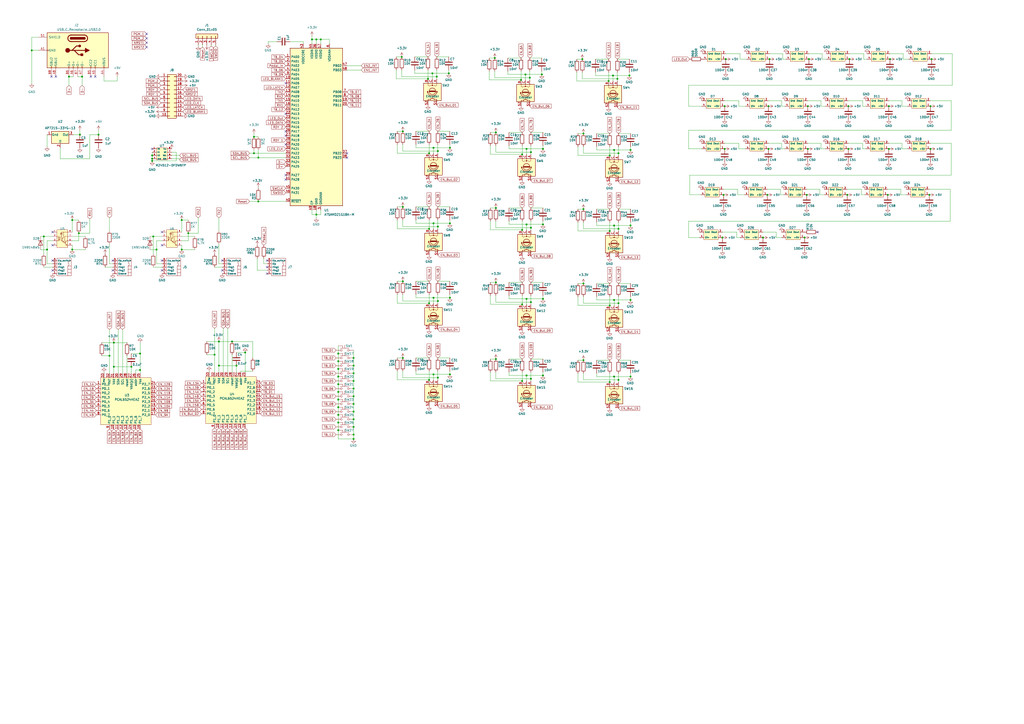
<source format=kicad_sch>
(kicad_sch (version 20211123) (generator eeschema)
  (paper "A2")
  (lib_symbols
    (symbol "Connector:USB_C_Receptacle_USB2.0" (pin_names (offset 1.016))
      (property "Reference" "J" (at -10.16 19.05 0))
      (property "Value" "USB_C_Receptacle_USB2.0" (at 19.05 19.05 0))
      (symbol "USB_C_Receptacle_USB2.0_1_1"
        (pin passive line (at 0 -22.86 90) (length 5.08) (name "GND") (number "A1"))
        (pin passive line (at 0 -22.86 90) (length 5.08) hide (name "GND") (number "A12"))
        (pin passive line (at 15.24 15.24 180) (length 5.08) (name "VBUS") (number "A4"))
        (pin bidirectional line (at 15.24 10.16 180) (length 5.08) (name "CC1") (number "A5"))
        (pin bidirectional line (at 15.24 -2.54 180) (length 5.08) (name "D+") (number "A6"))
        (pin bidirectional line (at 15.24 2.54 180) (length 5.08) (name "D-") (number "A7"))
        (pin bidirectional line (at 15.24 -12.7 180) (length 5.08) (name "SBU1") (number "A8"))
        (pin passive line (at 15.24 15.24 180) (length 5.08) hide (name "VBUS") (number "A9"))
        (pin passive line (at 0 -22.86 90) (length 5.08) hide (name "GND") (number "B1"))
        (pin passive line (at 0 -22.86 90) (length 5.08) hide (name "GND") (number "B12"))
        (pin passive line (at 15.24 15.24 180) (length 5.08) hide (name "VBUS") (number "B4"))
        (pin bidirectional line (at 15.24 7.62 180) (length 5.08) (name "CC2") (number "B5"))
        (pin bidirectional line (at 15.24 -5.08 180) (length 5.08) (name "D+") (number "B6"))
        (pin bidirectional line (at 15.24 0 180) (length 5.08) (name "D-") (number "B7"))
        (pin bidirectional line (at 15.24 -15.24 180) (length 5.08) (name "SBU2") (number "B8"))
        (pin passive line (at 15.24 15.24 180) (length 5.08) hide (name "VBUS") (number "B9"))
        (pin passive line (at -7.62 -22.86 90) (length 5.08) (name "SHIELD") (number "S1"))
      )
    )
    (symbol "Connector_Generic:Conn_01x05" (pin_names (offset 1.016) hide)
      (property "Reference" "J" (at 0 7.62 0))
      (property "Value" "Conn_01x05" (at 0 -7.62 0))
      (symbol "Conn_01x05_1_1"
        (pin passive line (at -5.08 5.08 0) (length 3.81) (name "Pin_1") (number "1"))
        (pin passive line (at -5.08 2.54 0) (length 3.81) (name "Pin_2") (number "2"))
        (pin passive line (at -5.08 0 0) (length 3.81) (name "Pin_3") (number "3"))
        (pin passive line (at -5.08 -2.54 0) (length 3.81) (name "Pin_4") (number "4"))
        (pin passive line (at -5.08 -5.08 0) (length 3.81) (name "Pin_5") (number "5"))
      )
    )
    (symbol "Connector_Generic:Conn_02x10_Counter_Clockwise" (pin_names (offset 1.016) hide)
      (property "Reference" "J" (at 1.27 12.7 0))
      (property "Value" "Conn_02x10_Counter_Clockwise" (at 1.27 -15.24 0))
      (symbol "Conn_02x10_Counter_Clockwise_1_1"
        (pin passive line (at -5.08 10.16 0) (length 3.81) (name "Pin_1") (number "1"))
        (pin passive line (at -5.08 -12.7 0) (length 3.81) (name "Pin_10") (number "10"))
        (pin passive line (at 7.62 -12.7 180) (length 3.81) (name "Pin_11") (number "11"))
        (pin passive line (at 7.62 -10.16 180) (length 3.81) (name "Pin_12") (number "12"))
        (pin passive line (at 7.62 -7.62 180) (length 3.81) (name "Pin_13") (number "13"))
        (pin passive line (at 7.62 -5.08 180) (length 3.81) (name "Pin_14") (number "14"))
        (pin passive line (at 7.62 -2.54 180) (length 3.81) (name "Pin_15") (number "15"))
        (pin passive line (at 7.62 0 180) (length 3.81) (name "Pin_16") (number "16"))
        (pin passive line (at 7.62 2.54 180) (length 3.81) (name "Pin_17") (number "17"))
        (pin passive line (at 7.62 5.08 180) (length 3.81) (name "Pin_18") (number "18"))
        (pin passive line (at 7.62 7.62 180) (length 3.81) (name "Pin_19") (number "19"))
        (pin passive line (at -5.08 7.62 0) (length 3.81) (name "Pin_2") (number "2"))
        (pin passive line (at 7.62 10.16 180) (length 3.81) (name "Pin_20") (number "20"))
        (pin passive line (at -5.08 5.08 0) (length 3.81) (name "Pin_3") (number "3"))
        (pin passive line (at -5.08 2.54 0) (length 3.81) (name "Pin_4") (number "4"))
        (pin passive line (at -5.08 0 0) (length 3.81) (name "Pin_5") (number "5"))
        (pin passive line (at -5.08 -2.54 0) (length 3.81) (name "Pin_6") (number "6"))
        (pin passive line (at -5.08 -5.08 0) (length 3.81) (name "Pin_7") (number "7"))
        (pin passive line (at -5.08 -7.62 0) (length 3.81) (name "Pin_8") (number "8"))
        (pin passive line (at -5.08 -10.16 0) (length 3.81) (name "Pin_9") (number "9"))
      )
    )
    (symbol "Device:C" (pin_numbers hide) (pin_names (offset 0.254))
      (property "Reference" "C" (at 0.635 2.54 0))
      (property "Value" "C" (at 0.635 -2.54 0))
      (symbol "C_1_1"
        (pin passive line (at 0 3.81 270) (length 2.794) (name "~") (number "1"))
        (pin passive line (at 0 -3.81 90) (length 2.794) (name "~") (number "2"))
      )
    )
    (symbol "Device:R" (pin_numbers hide) (pin_names (offset 0))
      (property "Reference" "R" (at 2.032 0 90))
      (property "Value" "R" (at 0 0 90))
      (symbol "R_1_1"
        (pin passive line (at 0 3.81 270) (length 1.27) (name "~") (number "1"))
        (pin passive line (at 0 -3.81 90) (length 1.27) (name "~") (number "2"))
      )
    )
    (symbol "Device:RotaryEncoder_Switch" (pin_names (offset 0.254) hide)
      (property "Reference" "SW" (at 0 6.604 0))
      (property "Value" "RotaryEncoder_Switch" (at 0 -6.604 0))
      (symbol "RotaryEncoder_Switch_1_1"
        (pin passive line (at -7.62 2.54 0) (length 2.54) (name "A") (number "A"))
        (pin passive line (at -7.62 -2.54 0) (length 2.54) (name "B") (number "B"))
        (pin passive line (at -7.62 0 0) (length 2.54) (name "C") (number "C"))
        (pin passive line (at 7.62 2.54 180) (length 2.54) (name "S1") (number "S1"))
        (pin passive line (at 7.62 -2.54 180) (length 2.54) (name "S2") (number "S2"))
      )
    )
    (symbol "Diode:1N914WT" (pin_numbers hide) (pin_names hide)
      (property "Reference" "D" (at 0 2.54 0))
      (property "Value" "1N914WT" (at 0 -2.54 0))
      (symbol "1N914WT_1_1"
        (pin passive line (at -3.81 0 0) (length 2.54) (name "K") (number "1"))
        (pin passive line (at 3.81 0 180) (length 2.54) (name "A") (number "2"))
      )
    )
    (symbol "MCU_Microchip_SAMD:ATSAMD21G18A-M"
      (property "Reference" "U" (at -13.97 46.99 0))
      (property "Value" "ATSAMD21G18A-M" (at 16.51 46.99 0))
      (symbol "ATSAMD21G18A-M_1_1"
        (pin bidirectional line (at -17.78 40.64 0) (length 2.54) (name "PA00") (number "1"))
        (pin bidirectional line (at -17.78 27.94 0) (length 2.54) (name "PA05") (number "10"))
        (pin bidirectional line (at -17.78 25.4 0) (length 2.54) (name "PA06") (number "11"))
        (pin bidirectional line (at -17.78 22.86 0) (length 2.54) (name "PA07") (number "12"))
        (pin bidirectional line (at -17.78 20.32 0) (length 2.54) (name "PA08") (number "13"))
        (pin bidirectional line (at -17.78 17.78 0) (length 2.54) (name "PA09") (number "14"))
        (pin bidirectional line (at -17.78 15.24 0) (length 2.54) (name "PA10") (number "15"))
        (pin bidirectional line (at -17.78 12.7 0) (length 2.54) (name "PA11") (number "16"))
        (pin power_in line (at 2.54 48.26 270) (length 2.54) (name "VDDIO") (number "17"))
        (pin power_in line (at 0 -48.26 90) (length 2.54) (name "GND") (number "18"))
        (pin bidirectional line (at 17.78 15.24 180) (length 2.54) (name "PB10") (number "19"))
        (pin bidirectional line (at -17.78 38.1 0) (length 2.54) (name "PA01") (number "2"))
        (pin bidirectional line (at 17.78 12.7 180) (length 2.54) (name "PB11") (number "20"))
        (pin bidirectional line (at -17.78 10.16 0) (length 2.54) (name "PA12") (number "21"))
        (pin bidirectional line (at -17.78 7.62 0) (length 2.54) (name "PA13") (number "22"))
        (pin bidirectional line (at -17.78 5.08 0) (length 2.54) (name "PA14") (number "23"))
        (pin bidirectional line (at -17.78 2.54 0) (length 2.54) (name "PA15") (number "24"))
        (pin bidirectional line (at -17.78 0 0) (length 2.54) (name "PA16") (number "25"))
        (pin bidirectional line (at -17.78 -2.54 0) (length 2.54) (name "PA17") (number "26"))
        (pin bidirectional line (at -17.78 -5.08 0) (length 2.54) (name "PA18") (number "27"))
        (pin bidirectional line (at -17.78 -7.62 0) (length 2.54) (name "PA19") (number "28"))
        (pin bidirectional line (at -17.78 -10.16 0) (length 2.54) (name "PA20") (number "29"))
        (pin bidirectional line (at -17.78 35.56 0) (length 2.54) (name "PA02") (number "3"))
        (pin bidirectional line (at -17.78 -12.7 0) (length 2.54) (name "PA21") (number "30"))
        (pin bidirectional line (at -17.78 -15.24 0) (length 2.54) (name "PA22") (number "31"))
        (pin bidirectional line (at -17.78 -17.78 0) (length 2.54) (name "PA23") (number "32"))
        (pin bidirectional line (at -17.78 -20.32 0) (length 2.54) (name "PA24") (number "33"))
        (pin bidirectional line (at -17.78 -22.86 0) (length 2.54) (name "PA25") (number "34"))
        (pin passive line (at 0 -48.26 90) (length 2.54) hide (name "GND") (number "35"))
        (pin power_in line (at 0 48.26 270) (length 2.54) (name "VDDIO") (number "36"))
        (pin bidirectional line (at 17.78 -15.24 180) (length 2.54) (name "PB22") (number "37"))
        (pin bidirectional line (at 17.78 -17.78 180) (length 2.54) (name "PB23") (number "38"))
        (pin bidirectional line (at -17.78 -27.94 0) (length 2.54) (name "PA27") (number "39"))
        (pin bidirectional line (at -17.78 33.02 0) (length 2.54) (name "PA03") (number "4"))
        (pin input line (at -17.78 -43.18 0) (length 2.54) (name "~{RESET}") (number "40"))
        (pin bidirectional line (at -17.78 -30.48 0) (length 2.54) (name "PA28") (number "41"))
        (pin passive line (at 0 -48.26 90) (length 2.54) hide (name "GND") (number "42"))
        (pin power_out line (at -7.62 48.26 270) (length 2.54) (name "VDDCORE") (number "43"))
        (pin power_in line (at -2.54 48.26 270) (length 2.54) (name "VDDIN") (number "44"))
        (pin bidirectional line (at -17.78 -35.56 0) (length 2.54) (name "PA30") (number "45"))
        (pin bidirectional line (at -17.78 -38.1 0) (length 2.54) (name "PA31") (number "46"))
        (pin bidirectional line (at 17.78 35.56 180) (length 2.54) (name "PB02") (number "47"))
        (pin bidirectional line (at 17.78 33.02 180) (length 2.54) (name "PB03") (number "48"))
        (pin passive line (at -2.54 -48.26 90) (length 2.54) (name "EP") (number "49"))
        (pin power_in line (at 2.54 -48.26 90) (length 2.54) (name "GNDANA") (number "5"))
        (pin power_in line (at 7.62 48.26 270) (length 2.54) (name "VDDANA") (number "6"))
        (pin bidirectional line (at 17.78 20.32 180) (length 2.54) (name "PB08") (number "7"))
        (pin bidirectional line (at 17.78 17.78 180) (length 2.54) (name "PB09") (number "8"))
        (pin bidirectional line (at -17.78 30.48 0) (length 2.54) (name "PA04") (number "9"))
      )
    )
    (symbol "New_Library:IN-PI55TATPRPGPB"
      (property "Reference" "D" (at 0 5.715 0))
      (symbol "IN-PI55TATPRPGPB_1_1"
        (pin input line (at -6.985 1.27 0) (length 2.54) (name "+5V") (number "1"))
        (pin output line (at -6.985 -1.905 0) (length 2.54) (name "Dout") (number "2"))
        (pin bidirectional line (at 6.35 -1.905 180) (length 2.54) (name "Gnd") (number "3"))
        (pin bidirectional line (at 6.35 1.27 180) (length 2.54) (name "Din") (number "4"))
      )
    )
    (symbol "New_Library:M24512-DFDW6TP"
      (property "Reference" "U" (at 0 3.81 0))
      (symbol "M24512-DFDW6TP_1_1"
        (pin bidirectional line (at -5.715 1.905 0) (length 2.54) (name "E0") (number "1"))
        (pin bidirectional line (at -5.715 0 0) (length 2.54) (name "E1") (number "2"))
        (pin bidirectional line (at -5.715 -1.905 0) (length 2.54) (name "E2") (number "3"))
        (pin bidirectional line (at -5.715 -3.81 0) (length 2.54) (name "Gnd") (number "4"))
        (pin bidirectional line (at 5.715 -3.81 180) (length 2.54) (name "SDA") (number "5"))
        (pin bidirectional line (at 5.715 -1.905 180) (length 2.54) (name "SCL") (number "6"))
        (pin bidirectional line (at 5.715 0 180) (length 2.54) (name "WC") (number "7"))
        (pin bidirectional line (at 5.715 1.905 180) (length 2.54) (name "Vcc") (number "8"))
      )
    )
    (symbol "New_Library:PCAL6524HEAZ"
      (property "Reference" "U" (at -1.27 2.54 0))
      (property "Value" "PCAL6524HEAZ" (at 0 0 0))
      (symbol "PCAL6524HEAZ_1_1"
        (pin bidirectional line (at -16.51 8.89 0) (length 2.54) (name "P0_0") (number "1"))
        (pin bidirectional line (at -6.35 -17.145 90) (length 2.54) (name "P1_1") (number "10"))
        (pin bidirectional line (at -3.81 -17.145 90) (length 2.54) (name "P1_2") (number "11"))
        (pin bidirectional line (at -1.27 -17.145 90) (length 2.54) (name "P1_3") (number "12"))
        (pin bidirectional line (at 1.27 -17.145 90) (length 2.54) (name "P1_4") (number "13"))
        (pin bidirectional line (at 3.81 -17.145 90) (length 2.54) (name "P1_5") (number "14"))
        (pin bidirectional line (at 6.35 -17.145 90) (length 2.54) (name "P1_6") (number "15"))
        (pin bidirectional line (at 8.89 -17.145 90) (length 2.54) (name "P1_7") (number "16"))
        (pin bidirectional line (at 17.78 -8.89 180) (length 2.54) (name "P2_0") (number "17"))
        (pin bidirectional line (at 17.78 -6.35 180) (length 2.54) (name "P2_1") (number "18"))
        (pin bidirectional line (at 17.78 -3.81 180) (length 2.54) (name "P2_2") (number "19"))
        (pin bidirectional line (at -16.51 6.35 0) (length 2.54) (name "P0_1") (number "2"))
        (pin bidirectional line (at 17.78 -1.27 180) (length 2.54) (name "P2_3") (number "20"))
        (pin bidirectional line (at 17.78 1.27 180) (length 2.54) (name "P2_4") (number "21"))
        (pin bidirectional line (at 17.78 3.81 180) (length 2.54) (name "P2_5") (number "22"))
        (pin bidirectional line (at 17.78 6.35 180) (length 2.54) (name "P2_6") (number "23"))
        (pin bidirectional line (at 17.78 8.89 180) (length 2.54) (name "P2_7") (number "24"))
        (pin bidirectional line (at 8.89 15.24 270) (length 2.54) (name "Vss") (number "25"))
        (pin bidirectional line (at 6.35 15.24 270) (length 2.54) (name "addr") (number "26"))
        (pin bidirectional line (at 3.81 15.24 270) (length 2.54) (name "Vdd(p)") (number "27"))
        (pin bidirectional line (at 1.27 15.24 270) (length 2.54) (name "reset") (number "28"))
        (pin bidirectional line (at -1.27 15.24 270) (length 2.54) (name "SCL") (number "29"))
        (pin bidirectional line (at -16.51 3.81 0) (length 2.54) (name "P0_2") (number "3"))
        (pin bidirectional line (at -3.81 15.24 270) (length 2.54) (name "SDA") (number "30"))
        (pin bidirectional line (at -6.35 15.24 270) (length 2.54) (name "Vdd") (number "31"))
        (pin bidirectional line (at -8.89 15.24 270) (length 2.54) (name "INT") (number "32"))
        (pin bidirectional line (at -12.065 15.24 270) (length 2.54) (name "tPad") (number "33"))
        (pin bidirectional line (at -16.51 1.27 0) (length 2.54) (name "P0_3") (number "4"))
        (pin bidirectional line (at -16.51 -1.27 0) (length 2.54) (name "P0_4") (number "5"))
        (pin bidirectional line (at -16.51 -3.81 0) (length 2.54) (name "P0_5") (number "6"))
        (pin bidirectional line (at -16.51 -6.35 0) (length 2.54) (name "P0_6") (number "7"))
        (pin bidirectional line (at -16.51 -8.89 0) (length 2.54) (name "P0_7") (number "8"))
        (pin bidirectional line (at -8.89 -17.145 90) (length 2.54) (name "P1_0") (number "9"))
      )
    )
    (symbol "New_Library:SFH6318"
      (property "Reference" "U" (at 0 -7.62 0))
      (symbol "SFH6318_1_1"
        (pin bidirectional line (at -5.715 2.54 0) (length 2.54) (name "") (number "1"))
        (pin bidirectional line (at -5.715 0 0) (length 2.54) (name "") (number "2"))
        (pin bidirectional line (at -5.715 -2.54 0) (length 2.54) (name "") (number "3"))
        (pin bidirectional line (at -5.715 -5.08 0) (length 2.54) (name "") (number "4"))
        (pin bidirectional line (at 5.715 -5.08 180) (length 2.54) (name "") (number "5"))
        (pin bidirectional line (at 5.715 -2.54 180) (length 2.54) (name "") (number "6"))
        (pin bidirectional line (at 5.715 0 180) (length 2.54) (name "") (number "7"))
        (pin bidirectional line (at 5.715 2.54 180) (length 2.54) (name "") (number "8"))
      )
    )
    (symbol "New_Library:SJ-43515TS-SMT-TR"
      (property "Reference" "J" (at -0.635 -6.35 0))
      (symbol "SJ-43515TS-SMT-TR_1_1"
        (pin bidirectional line (at -6.985 -3.81 0) (length 2.54) (name "Sleeve") (number "1"))
        (pin bidirectional line (at -6.985 1.905 0) (length 2.54) (name "tip") (number "2"))
        (pin bidirectional line (at -6.985 0 0) (length 2.54) (name "ring1") (number "3"))
        (pin bidirectional line (at -6.985 -1.905 0) (length 2.54) (name "ring2") (number "4"))
        (pin bidirectional line (at -6.985 3.81 0) (length 2.54) (name "tip_switch") (number "5"))
      )
    )
    (symbol "Regulator_Linear:L78L33_SOT89" (pin_names (offset 0.254))
      (property "Reference" "U2" (at 0 7.62 0))
      (property "Value" "AP7215-33YG-13" (at 0 3.81 0))
      (symbol "L78L33_SOT89_1_1"
        (pin power_out line (at 7.62 0 180) (length 2.54) (name "Gnd") (number "1"))
        (pin power_in line (at 0 -7.62 90) (length 2.54) (name "In") (number "2"))
        (pin power_in line (at -7.62 0 0) (length 2.54) (name "Out") (number "3"))
      )
    )
    (symbol "SW_Push_1" (pin_numbers hide) (pin_names (offset 1.016) hide)
      (property "Reference" "SW17" (at 2.54 2.54 0))
      (symbol "SW_Push_1_0_1"
        (pin passive line (at -5.08 0 0) (length 2.54) (name "1") (number "1"))
        (pin passive line (at 5.08 0 180) (length 2.54) (name "2") (number "2"))
        (pin passive line (at -3.81 2.54 0) (length 2.54) (name "GND") (number "3"))
      )
    )
    (symbol "power:+3.3V" (power) (pin_names (offset 0))
      (property "Value" "+3.3V" (at 0 3.556 0))
      (symbol "+3.3V_1_1"
        (pin power_in line (at 0 0 90) (length 0) hide (name "+3.3V") (number "1"))
      )
    )
    (symbol "power:+5V" (power) (pin_names (offset 0))
      (property "Value" "+5V" (at 0 3.556 0))
      (symbol "+5V_1_1"
        (pin power_in line (at 0 0 90) (length 0) hide (name "+5V") (number "1"))
      )
    )
    (symbol "power:GND" (power) (pin_names (offset 0))
      (property "Value" "GND" (at 0 -3.81 0))
      (symbol "GND_1_1"
        (pin power_in line (at 0 0 270) (length 0) hide (name "GND") (number "1"))
      )
    )
  )
  (junction (at 287.02 33.655))
  (junction (at 196.215 213.995))
  (junction (at 466.725 137.795))
  (junction (at 254 174.625))
  (junction (at 365.76 218.44))
  (junction (at 260.985 85.725))
  (junction (at 66.04 212.725))
  (junction (at 515.62 86.36))
  (junction (at 355.6 43.815))
  (junction (at 305.435 173.355))
  (junction (at 287.655 120.65))
  (junction (at 205.105 216.535))
  (junction (at 124.46 205.74))
  (junction (at 196.215 249.555))
  (junction (at 233.68 163.195))
  (junction (at 420.37 86.36))
  (junction (at 186.055 22.86))
  (junction (at 233.68 120.015))
  (junction (at 127 198.12))
  (junction (at 142.24 204.47))
  (junction (at 442.595 137.795))
  (junction (at 353.695 90.17))
  (junction (at 196.215 245.11))
  (junction (at 233.045 33.02))
  (junction (at 196.215 222.885))
  (junction (at 260.985 129.54))
  (junction (at 180.975 22.86))
  (junction (at 356.235 130.81))
  (junction (at 445.77 86.36))
  (junction (at 356.235 173.99))
  (junction (at 45.72 135.255))
  (junction (at 302.895 133.35))
  (junction (at 338.455 164.465))
  (junction (at 314.96 86.36))
  (junction (at 516.255 34.29))
  (junction (at 88.265 93.345))
  (junction (at 365.76 173.99))
  (junction (at 421.005 34.29))
  (junction (at 41.91 144.78))
  (junction (at 81.28 214.63))
  (junction (at 88.265 90.17))
  (junction (at 149.86 116.84))
  (junction (at 147.32 79.375))
  (junction (at 233.68 207.645))
  (junction (at 134.62 198.12))
  (junction (at 127 212.09))
  (junction (at 358.775 175.895))
  (junction (at 254 219.075))
  (junction (at 314.96 217.805))
  (junction (at 250.825 42.545))
  (junction (at 248.92 175.895))
  (junction (at 445.135 113.03))
  (junction (at 205.105 254.635))
  (junction (at 205.105 225.425))
  (junction (at 307.34 45.085))
  (junction (at 205.105 238.76))
  (junction (at 248.92 88.9))
  (junction (at 63.5 206.375))
  (junction (at 338.455 208.915))
  (junction (at 338.455 121.285))
  (junction (at 233.68 76.2))
  (junction (at 253.365 44.45))
  (junction (at 41.91 127.635))
  (junction (at 183.515 124.46))
  (junction (at 196.215 218.44))
  (junction (at 492.125 86.36))
  (junction (at 353.695 133.985))
  (junction (at 539.75 61.595))
  (junction (at 353.695 221.615))
  (junction (at 287.655 163.83))
  (junction (at 305.435 86.36))
  (junction (at 205.105 252.095))
  (junction (at 90.805 144.78))
  (junction (at 540.385 34.29))
  (junction (at 419.1 137.795))
  (junction (at 149.86 91.44))
  (junction (at 76.2 212.725))
  (junction (at 196.215 236.22))
  (junction (at 105.41 144.78))
  (junction (at 468.63 61.595))
  (junction (at 492.125 61.595))
  (junction (at 205.105 207.645))
  (junction (at 137.16 212.09))
  (junction (at 302.26 46.355))
  (junction (at 260.985 217.17))
  (junction (at 205.105 220.98))
  (junction (at 88.9 137.16))
  (junction (at 314.96 130.175))
  (junction (at 446.405 34.29))
  (junction (at 491.49 113.03))
  (junction (at 492.76 34.29))
  (junction (at 353.695 177.165))
  (junction (at 307.975 219.71))
  (junction (at 66.04 198.755))
  (junction (at 205.105 212.09))
  (junction (at 287.655 208.28))
  (junction (at 420.37 61.595))
  (junction (at 109.22 135.255))
  (junction (at 337.82 34.29))
  (junction (at 205.105 243.205))
  (junction (at 251.46 129.54))
  (junction (at 251.46 85.725))
  (junction (at 307.975 175.26))
  (junction (at 260.35 42.545))
  (junction (at 196.215 227.33))
  (junction (at 18.415 29.21))
  (junction (at 304.8 43.18))
  (junction (at 365.76 130.81))
  (junction (at 254 87.63))
  (junction (at 287.655 76.835))
  (junction (at 47.625 44.45))
  (junction (at 358.775 132.715))
  (junction (at 419.735 113.03))
  (junction (at 205.105 229.87))
  (junction (at 356.235 86.995))
  (junction (at 302.895 220.98))
  (junction (at 248.285 45.72))
  (junction (at 467.995 113.03))
  (junction (at 305.435 217.805))
  (junction (at 358.775 220.345))
  (junction (at 251.46 172.72))
  (junction (at 539.75 86.36))
  (junction (at 260.985 172.72))
  (junction (at 469.265 34.29))
  (junction (at 196.215 205.105))
  (junction (at 196.215 231.775))
  (junction (at 248.92 220.345))
  (junction (at 147.32 88.9))
  (junction (at 314.96 173.355))
  (junction (at 514.985 113.03))
  (junction (at 353.06 46.99))
  (junction (at 46.355 78.105))
  (junction (at 88.265 92.075))
  (junction (at 365.125 43.815))
  (junction (at 248.92 132.715))
  (junction (at 27.305 144.78))
  (junction (at 196.215 209.55))
  (junction (at 105.41 127.635))
  (junction (at 358.14 45.72))
  (junction (at 81.28 205.105))
  (junction (at 305.435 130.175))
  (junction (at 539.115 113.03))
  (junction (at 358.775 88.9))
  (junction (at 251.46 217.17))
  (junction (at 205.105 234.315))
  (junction (at 302.895 89.535))
  (junction (at 205.105 247.65))
  (junction (at 254 131.445))
  (junction (at 183.515 22.86))
  (junction (at 365.76 86.995))
  (junction (at 468.63 86.36))
  (junction (at 307.975 88.265))
  (junction (at 338.455 77.47))
  (junction (at 57.15 78.105))
  (junction (at 307.975 132.08))
  (junction (at 196.215 240.665))
  (junction (at 445.77 61.595))
  (junction (at 356.235 218.44))
  (junction (at 302.895 176.53))
  (junction (at 40.005 44.45))
  (junction (at 25.4 137.16))
  (junction (at 515.62 61.595))
  (junction (at 314.325 43.18))
  (no_connect (at 201.295 91.44))
  (no_connect (at 65.405 156.845))
  (no_connect (at 165.735 101.6))
  (no_connect (at 30.48 156.845))
  (no_connect (at 165.735 83.82))
  (no_connect (at 154.94 154.94))
  (no_connect (at 30.48 134.62))
  (no_connect (at 474.345 134.62))
  (no_connect (at 30.48 142.24))
  (no_connect (at 165.735 66.04))
  (no_connect (at 128.905 151.13))
  (no_connect (at 93.98 134.62))
  (no_connect (at 128.905 156.845))
  (no_connect (at 165.735 104.14))
  (no_connect (at 55.245 44.45))
  (no_connect (at 165.735 76.2))
  (no_connect (at 85.09 27.305))
  (no_connect (at 85.09 24.765))
  (no_connect (at 201.295 88.9))
  (no_connect (at 30.48 151.13))
  (no_connect (at 52.705 44.45))
  (no_connect (at 88.265 86.36))
  (no_connect (at 65.405 151.13))
  (no_connect (at 154.94 158.75))
  (no_connect (at 165.735 78.74))
  (no_connect (at 85.09 19.685))
  (no_connect (at 93.98 156.845))
  (no_connect (at 165.735 48.26))
  (no_connect (at 85.09 22.225))
  (no_connect (at 93.98 151.13))
  (no_connect (at 32.385 44.45))
  (no_connect (at 154.94 151.13))
  (no_connect (at 93.98 142.24))
  (no_connect (at 29.845 44.45))
  (wire (pts (xy 452.755 109.855) (xy 452.755 113.03)))
  (wire (pts (xy 52.07 135.255) (xy 45.72 135.255)))
  (wire (pts (xy 515.62 58.42) (xy 523.24 58.42)))
  (wire (pts (xy 302.895 171.45) (xy 302.895 176.53)))
  (wire (pts (xy 88.265 93.345) (xy 88.265 92.075)))
  (wire (pts (xy 196.215 236.22) (xy 196.215 240.665)))
  (wire (pts (xy 399.415 137.795) (xy 405.765 137.795)))
  (wire (pts (xy 117.475 27.305) (xy 117.475 26.035)))
  (wire (pts (xy 114.935 126.365) (xy 114.935 135.255)))
  (wire (pts (xy 492.76 31.115) (xy 501.015 31.115)))
  (wire (pts (xy 335.28 177.165) (xy 353.695 177.165)))
  (wire (pts (xy 99.695 88.265) (xy 102.235 88.265)))
  (wire (pts (xy 356.235 86.995) (xy 346.075 86.995)))
  (wire (pts (xy 284.48 120.65) (xy 287.655 120.65)))
  (wire (pts (xy 52.07 127) (xy 52.07 135.255)))
  (wire (pts (xy 196.215 254.635) (xy 205.105 254.635)))
  (wire (pts (xy 105.41 127.635) (xy 105.41 134.62)))
  (wire (pts (xy 241.3 163.195) (xy 248.92 163.195)))
  (wire (pts (xy 41.91 127.635) (xy 41.91 134.62)))
  (wire (pts (xy 253.365 33.02) (xy 260.35 33.02)))
  (wire (pts (xy 109.22 139.7) (xy 105.41 139.7)))
  (wire (pts (xy 196.215 227.33) (xy 196.215 231.775)))
  (wire (pts (xy 122.555 26.67) (xy 122.555 26.035)))
  (wire (pts (xy 229.87 40.64) (xy 229.87 45.72)))
  (wire (pts (xy 241.3 215.265) (xy 241.3 217.17)))
  (wire (pts (xy 205.105 216.535) (xy 205.105 220.98)))
  (wire (pts (xy 230.505 132.715) (xy 248.92 132.715)))
  (wire (pts (xy 358.775 88.9) (xy 358.775 90.17)))
  (wire (pts (xy 254 219.075) (xy 254 220.345)))
  (wire (pts (xy 428.625 86.36) (xy 432.435 86.36)))
  (wire (pts (xy 295.275 215.9) (xy 295.275 217.805)))
  (wire (pts (xy 314.96 173.355) (xy 305.435 173.355)))
  (wire (pts (xy 284.48 128.27) (xy 284.48 133.35)))
  (wire (pts (xy 125.095 26.67) (xy 125.095 26.035)))
  (wire (pts (xy 25.4 154.94) (xy 30.48 154.94)))
  (wire (pts (xy 338.455 88.9) (xy 358.775 88.9)))
  (wire (pts (xy 284.48 84.455) (xy 284.48 89.535)))
  (wire (pts (xy 230.505 207.645) (xy 233.68 207.645)))
  (wire (pts (xy 251.46 85.725) (xy 241.3 85.725)))
  (wire (pts (xy 334.645 41.91) (xy 334.645 46.99)))
  (wire (pts (xy 196.215 205.105) (xy 196.215 209.55)))
  (wire (pts (xy 305.435 176.53) (xy 305.435 173.355)))
  (wire (pts (xy 66.04 212.725) (xy 66.04 216.535)))
  (wire (pts (xy 287.02 41.275) (xy 287.02 45.085)))
  (wire (pts (xy 57.15 78.105) (xy 52.07 78.105)))
  (wire (pts (xy 233.68 215.265) (xy 233.68 219.075)))
  (wire (pts (xy 241.3 207.645) (xy 248.92 207.645)))
  (wire (pts (xy 539.115 109.855) (xy 551.18 109.855)))
  (wire (pts (xy 241.3 83.82) (xy 241.3 85.725)))
  (wire (pts (xy 302.895 128.27) (xy 302.895 133.35)))
  (wire (pts (xy 523.875 31.115) (xy 523.875 34.29)))
  (wire (pts (xy 305.435 133.35) (xy 305.435 130.175)))
  (wire (pts (xy 196.215 222.885) (xy 196.215 227.33)))
  (wire (pts (xy 241.3 127.635) (xy 241.3 129.54)))
  (wire (pts (xy 295.275 163.83) (xy 302.895 163.83)))
  (wire (pts (xy 71.12 191.135) (xy 71.12 216.535)))
  (wire (pts (xy 358.775 208.915) (xy 365.76 208.915)))
  (wire (pts (xy 365.76 216.535) (xy 365.76 218.44)))
  (wire (pts (xy 205.105 207.645) (xy 205.105 212.09)))
  (wire (pts (xy 476.25 83.185) (xy 476.25 86.36)))
  (wire (pts (xy 205.105 243.205) (xy 205.105 247.65)))
  (wire (pts (xy 284.48 220.98) (xy 302.895 220.98)))
  (wire (pts (xy 353.695 216.535) (xy 353.695 221.615)))
  (wire (pts (xy 429.26 34.29) (xy 433.07 34.29)))
  (wire (pts (xy 251.46 172.72) (xy 241.3 172.72)))
  (wire (pts (xy 105.41 144.78) (xy 105.41 142.24)))
  (wire (pts (xy 284.48 176.53) (xy 302.895 176.53)))
  (wire (pts (xy 154.94 156.845) (xy 149.225 156.845)))
  (wire (pts (xy 314.96 86.36) (xy 305.435 86.36)))
  (wire (pts (xy 260.35 42.545) (xy 250.825 42.545)))
  (wire (pts (xy 307.34 41.275) (xy 307.34 45.085)))
  (wire (pts (xy 295.275 171.45) (xy 295.275 173.355)))
  (wire (pts (xy 284.48 89.535) (xy 302.895 89.535)))
  (wire (pts (xy 120.015 205.74) (xy 124.46 205.74)))
  (wire (pts (xy 419.735 109.855) (xy 427.99 109.855)))
  (wire (pts (xy 307.975 163.83) (xy 314.96 163.83)))
  (wire (pts (xy 476.25 58.42) (xy 476.25 61.595)))
  (wire (pts (xy 251.46 175.895) (xy 251.46 172.72)))
  (wire (pts (xy 345.44 41.91) (xy 345.44 43.815)))
  (wire (pts (xy 314.96 171.45) (xy 314.96 173.355)))
  (wire (pts (xy 358.775 220.345) (xy 358.775 221.615)))
  (wire (pts (xy 516.255 31.115) (xy 523.875 31.115)))
  (wire (pts (xy 305.435 173.355) (xy 295.275 173.355)))
  (wire (pts (xy 254 127.635) (xy 254 131.445)))
  (wire (pts (xy 523.875 34.29) (xy 527.05 34.29)))
  (wire (pts (xy 196.215 200.66) (xy 196.215 205.105)))
  (wire (pts (xy 307.975 175.26) (xy 307.975 176.53)))
  (wire (pts (xy 127 198.12) (xy 134.62 198.12)))
  (wire (pts (xy 467.995 109.855) (xy 475.615 109.855)))
  (wire (pts (xy 233.045 44.45) (xy 253.365 44.45)))
  (wire (pts (xy 314.325 41.275) (xy 314.325 43.18)))
  (wire (pts (xy 59.055 198.755) (xy 66.04 198.755)))
  (wire (pts (xy 358.775 85.09) (xy 358.775 88.9)))
  (wire (pts (xy 57.15 75.565) (xy 57.15 78.105)))
  (wire (pts (xy 283.845 46.355) (xy 302.26 46.355)))
  (wire (pts (xy 45.085 44.45) (xy 47.625 44.45)))
  (wire (pts (xy 365.76 173.99) (xy 356.235 173.99)))
  (wire (pts (xy 137.16 212.09) (xy 137.16 215.9)))
  (wire (pts (xy 90.805 144.78) (xy 90.805 153.035)))
  (wire (pts (xy 304.8 46.355) (xy 304.8 43.18)))
  (wire (pts (xy 114.935 26.67) (xy 114.935 26.035)))
  (wire (pts (xy 90.805 139.7) (xy 90.805 144.78)))
  (wire (pts (xy 27.305 153.035) (xy 30.48 153.035)))
  (wire (pts (xy 205.105 225.425) (xy 205.105 229.87)))
  (wire (pts (xy 358.14 34.29) (xy 365.125 34.29)))
  (wire (pts (xy 60.325 215.9) (xy 60.325 216.535)))
  (wire (pts (xy 338.455 172.085) (xy 338.455 175.895)))
  (wire (pts (xy 196.215 249.555) (xy 196.215 254.635)))
  (wire (pts (xy 250.825 45.72) (xy 250.825 42.545)))
  (wire (pts (xy 295.275 128.27) (xy 295.275 130.175)))
  (wire (pts (xy 287.655 132.08) (xy 307.975 132.08)))
  (wire (pts (xy 305.435 217.805) (xy 295.275 217.805)))
  (wire (pts (xy 253.365 40.64) (xy 253.365 44.45)))
  (wire (pts (xy 27.305 139.7) (xy 27.305 144.78)))
  (wire (pts (xy 73.66 206.375) (xy 73.66 216.535)))
  (wire (pts (xy 428.625 83.185) (xy 428.625 86.36)))
  (wire (pts (xy 453.39 58.42) (xy 453.39 61.595)))
  (wire (pts (xy 260.35 40.64) (xy 260.35 42.545)))
  (wire (pts (xy 205.105 247.65) (xy 205.105 252.095)))
  (wire (pts (xy 356.235 177.165) (xy 356.235 173.99)))
  (wire (pts (xy 446.405 31.115) (xy 454.025 31.115)))
  (wire (pts (xy 196.215 245.11) (xy 196.215 249.555)))
  (wire (pts (xy 124.46 190.5) (xy 124.46 205.74)))
  (wire (pts (xy 335.28 172.085) (xy 335.28 177.165)))
  (wire (pts (xy 452.755 113.03) (xy 454.66 113.03)))
  (wire (pts (xy 144.78 88.9) (xy 147.32 88.9)))
  (wire (pts (xy 40.005 49.53) (xy 40.005 44.45)))
  (wire (pts (xy 346.075 77.47) (xy 353.695 77.47)))
  (wire (pts (xy 88.265 90.17) (xy 88.265 92.075)))
  (wire (pts (xy 501.015 34.29) (xy 502.92 34.29)))
  (wire (pts (xy 523.24 86.36) (xy 526.415 86.36)))
  (wire (pts (xy 307.975 171.45) (xy 307.975 175.26)))
  (wire (pts (xy 233.68 127.635) (xy 233.68 131.445)))
  (wire (pts (xy 454.025 31.115) (xy 454.025 34.29)))
  (wire (pts (xy 68.58 191.135) (xy 68.58 216.535)))
  (wire (pts (xy 356.235 130.81) (xy 346.075 130.81)))
  (wire (pts (xy 337.82 41.91) (xy 337.82 45.72)))
  (wire (pts (xy 338.455 128.905) (xy 338.455 132.715)))
  (wire (pts (xy 137.16 204.47) (xy 142.24 204.47)))
  (wire (pts (xy 428.625 61.595) (xy 432.435 61.595)))
  (wire (pts (xy 358.775 121.285) (xy 365.76 121.285)))
  (wire (pts (xy 248.92 170.815) (xy 248.92 175.895)))
  (wire (pts (xy 338.455 216.535) (xy 338.455 220.345)))
  (wire (pts (xy 539.75 83.185) (xy 551.815 83.185)))
  (wire (pts (xy 492.125 58.42) (xy 500.38 58.42)))
  (wire (pts (xy 153.035 149.86) (xy 153.035 153.035)))
  (wire (pts (xy 186.055 25.4) (xy 186.055 22.86)))
  (wire (pts (xy 287.655 175.26) (xy 307.975 175.26)))
  (wire (pts (xy 307.975 128.27) (xy 307.975 132.08)))
  (wire (pts (xy 27.305 144.78) (xy 27.305 153.035)))
  (wire (pts (xy 30.48 139.7) (xy 27.305 139.7)))
  (wire (pts (xy 67.945 46.99) (xy 67.945 44.45)))
  (wire (pts (xy 196.215 213.995) (xy 196.215 218.44)))
  (wire (pts (xy 254 87.63) (xy 254 88.9)))
  (wire (pts (xy 186.055 124.46) (xy 183.515 124.46)))
  (wire (pts (xy 346.075 128.905) (xy 346.075 130.81)))
  (wire (pts (xy 18.415 21.59) (xy 18.415 29.21)))
  (wire (pts (xy 52.07 78.105) (xy 52.07 92.075)))
  (wire (pts (xy 102.235 93.345) (xy 88.265 93.345)))
  (wire (pts (xy 307.34 45.085) (xy 307.34 46.355)))
  (wire (pts (xy 358.14 41.91) (xy 358.14 45.72)))
  (wire (pts (xy 254 131.445) (xy 254 132.715)))
  (wire (pts (xy 356.235 218.44) (xy 346.075 218.44)))
  (wire (pts (xy 205.105 229.87) (xy 205.105 234.315)))
  (wire (pts (xy 346.075 216.535) (xy 346.075 218.44)))
  (wire (pts (xy 121.285 215.265) (xy 121.285 215.9)))
  (wire (pts (xy 365.76 128.905) (xy 365.76 130.81)))
  (wire (pts (xy 539.75 58.42) (xy 551.815 58.42)))
  (wire (pts (xy 353.695 85.09) (xy 353.695 90.17)))
  (wire (pts (xy 81.28 205.105) (xy 81.28 214.63)))
  (wire (pts (xy 240.665 40.64) (xy 240.665 42.545)))
  (wire (pts (xy 233.68 174.625) (xy 254 174.625)))
  (wire (pts (xy 335.28 208.915) (xy 338.455 208.915)))
  (wire (pts (xy 127 212.09) (xy 127 215.9)))
  (wire (pts (xy 305.435 130.175) (xy 295.275 130.175)))
  (wire (pts (xy 307.975 215.9) (xy 307.975 219.71)))
  (wire (pts (xy 191.135 25.4) (xy 191.135 22.86)))
  (wire (pts (xy 88.9 137.16) (xy 93.98 137.16)))
  (wire (pts (xy 491.49 109.855) (xy 499.745 109.855)))
  (wire (pts (xy 338.455 175.895) (xy 358.775 175.895)))
  (wire (pts (xy 500.38 83.185) (xy 500.38 86.36)))
  (wire (pts (xy 358.775 77.47) (xy 365.76 77.47)))
  (wire (pts (xy 124.46 154.94) (xy 128.905 154.94)))
  (wire (pts (xy 230.505 88.9) (xy 248.92 88.9)))
  (wire (pts (xy 442.595 134.62) (xy 450.215 134.62)))
  (wire (pts (xy 335.28 121.285) (xy 338.455 121.285)))
  (wire (pts (xy 492.125 83.185) (xy 500.38 83.185)))
  (wire (pts (xy 356.235 133.985) (xy 356.235 130.81)))
  (wire (pts (xy 251.46 129.54) (xy 241.3 129.54)))
  (wire (pts (xy 500.38 58.42) (xy 500.38 61.595)))
  (wire (pts (xy 196.215 231.775) (xy 196.215 236.22)))
  (wire (pts (xy 454.025 34.29) (xy 455.93 34.29)))
  (wire (pts (xy 147.32 79.375) (xy 149.86 79.375)))
  (wire (pts (xy 260.985 129.54) (xy 251.46 129.54)))
  (wire (pts (xy 500.38 61.595) (xy 502.285 61.595)))
  (wire (pts (xy 248.92 83.82) (xy 248.92 88.9)))
  (wire (pts (xy 63.5 141.605) (xy 63.5 153.035)))
  (wire (pts (xy 307.975 132.08) (xy 307.975 133.35)))
  (wire (pts (xy 284.48 163.83) (xy 287.655 163.83)))
  (wire (pts (xy 186.055 22.86) (xy 183.515 22.86)))
  (wire (pts (xy 134.62 198.12) (xy 146.685 198.12)))
  (wire (pts (xy 515.62 83.185) (xy 523.24 83.185)))
  (wire (pts (xy 205.105 220.98) (xy 205.105 225.425)))
  (wire (pts (xy 307.975 219.71) (xy 307.975 220.98)))
  (wire (pts (xy 358.775 172.085) (xy 358.775 175.895)))
  (wire (pts (xy 63.5 126.365) (xy 63.5 133.985)))
  (wire (pts (xy 283.845 33.655) (xy 287.02 33.655)))
  (wire (pts (xy 229.87 45.72) (xy 248.285 45.72)))
  (wire (pts (xy 25.4 137.16) (xy 30.48 137.16)))
  (wire (pts (xy 86.995 144.78) (xy 90.805 144.78)))
  (wire (pts (xy 420.37 58.42) (xy 428.625 58.42)))
  (wire (pts (xy 251.46 220.345) (xy 251.46 217.17)))
  (wire (pts (xy 284.48 208.28) (xy 287.655 208.28)))
  (wire (pts (xy 307.975 84.455) (xy 307.975 88.265)))
  (wire (pts (xy 427.99 113.03) (xy 431.8 113.03)))
  (wire (pts (xy 248.92 127.635) (xy 248.92 132.715)))
  (wire (pts (xy 205.105 238.76) (xy 205.105 243.205)))
  (wire (pts (xy 428.625 58.42) (xy 428.625 61.595)))
  (wire (pts (xy 399.415 128.27) (xy 399.415 137.795)))
  (wire (pts (xy 314.96 217.805) (xy 305.435 217.805)))
  (wire (pts (xy 314.325 43.18) (xy 304.8 43.18)))
  (wire (pts (xy 453.39 83.185) (xy 453.39 86.36)))
  (wire (pts (xy 160.655 24.13) (xy 155.575 24.13)))
  (wire (pts (xy 104.14 90.17) (xy 99.695 90.17)))
  (wire (pts (xy 421.005 31.115) (xy 429.26 31.115)))
  (wire (pts (xy 109.22 135.255) (xy 109.22 139.7)))
  (wire (pts (xy 450.215 134.62) (xy 450.215 137.795)))
  (wire (pts (xy 248.285 40.64) (xy 248.285 45.72)))
  (wire (pts (xy 90.805 153.035) (xy 93.98 153.035)))
  (wire (pts (xy 81.28 214.63) (xy 81.28 216.535)))
  (wire (pts (xy 295.275 76.835) (xy 302.895 76.835)))
  (wire (pts (xy 63.5 153.035) (xy 65.405 153.035)))
  (wire (pts (xy 230.505 175.895) (xy 248.92 175.895)))
  (wire (pts (xy 105.41 137.16) (xy 113.03 137.16)))
  (wire (pts (xy 251.46 217.17) (xy 241.3 217.17)))
  (wire (pts (xy 475.615 109.855) (xy 475.615 113.03)))
  (wire (pts (xy 295.275 120.65) (xy 302.895 120.65)))
  (wire (pts (xy 335.28 164.465) (xy 338.455 164.465)))
  (wire (pts (xy 552.45 49.53) (xy 399.415 49.53)))
  (wire (pts (xy 86.995 137.16) (xy 88.9 137.16)))
  (wire (pts (xy 346.075 85.09) (xy 346.075 86.995)))
  (wire (pts (xy 260.985 170.815) (xy 260.985 172.72)))
  (wire (pts (xy 305.435 220.98) (xy 305.435 217.805)))
  (wire (pts (xy 114.935 135.255) (xy 109.22 135.255)))
  (wire (pts (xy 251.46 88.9) (xy 251.46 85.725)))
  (wire (pts (xy 144.78 116.84) (xy 149.86 116.84)))
  (wire (pts (xy 287.655 88.265) (xy 307.975 88.265)))
  (wire (pts (xy 23.495 144.78) (xy 27.305 144.78)))
  (wire (pts (xy 314.96 215.9) (xy 314.96 217.805)))
  (wire (pts (xy 260.985 172.72) (xy 251.46 172.72)))
  (wire (pts (xy 399.415 61.595) (xy 407.035 61.595)))
  (wire (pts (xy 233.68 83.82) (xy 233.68 87.63)))
  (wire (pts (xy 76.2 212.725) (xy 76.2 216.535)))
  (wire (pts (xy 365.76 218.44) (xy 356.235 218.44)))
  (wire (pts (xy 180.975 124.46) (xy 183.515 124.46)))
  (wire (pts (xy 146.685 207.645) (xy 146.685 198.12)))
  (wire (pts (xy 358.775 164.465) (xy 365.76 164.465)))
  (wire (pts (xy 356.235 173.99) (xy 346.075 173.99)))
  (wire (pts (xy 230.505 220.345) (xy 248.92 220.345)))
  (wire (pts (xy 445.135 109.855) (xy 452.755 109.855)))
  (wire (pts (xy 129.54 190.5) (xy 129.54 215.9)))
  (wire (pts (xy 514.985 109.855) (xy 522.605 109.855)))
  (wire (pts (xy 205.105 252.095) (xy 205.105 254.635)))
  (wire (pts (xy 41.91 144.78) (xy 41.91 142.24)))
  (wire (pts (xy 23.495 137.16) (xy 25.4 137.16)))
  (wire (pts (xy 356.235 90.17) (xy 356.235 86.995)))
  (wire (pts (xy 429.26 31.115) (xy 429.26 34.29)))
  (wire (pts (xy 149.86 116.84) (xy 165.735 116.84)))
  (wire (pts (xy 60.325 44.45) (xy 60.325 46.99)))
  (wire (pts (xy 304.8 43.18) (xy 294.64 43.18)))
  (wire (pts (xy 501.015 31.115) (xy 501.015 34.29)))
  (wire (pts (xy 142.24 204.47) (xy 142.24 215.9)))
  (wire (pts (xy 287.655 215.9) (xy 287.655 219.71)))
  (wire (pts (xy 260.985 217.17) (xy 251.46 217.17)))
  (wire (pts (xy 335.28 128.905) (xy 335.28 133.985)))
  (wire (pts (xy 283.845 41.275) (xy 283.845 46.355)))
  (wire (pts (xy 399.415 49.53) (xy 399.415 61.595)))
  (wire (pts (xy 353.06 41.91) (xy 353.06 46.99)))
  (wire (pts (xy 335.28 77.47) (xy 338.455 77.47)))
  (wire (pts (xy 233.68 219.075) (xy 254 219.075)))
  (wire (pts (xy 287.655 171.45) (xy 287.655 175.26)))
  (wire (pts (xy 260.985 83.82) (xy 260.985 85.725)))
  (wire (pts (xy 46.355 75.565) (xy 46.355 78.105)))
  (wire (pts (xy 338.455 132.715) (xy 358.775 132.715)))
  (wire (pts (xy 284.48 215.9) (xy 284.48 220.98)))
  (wire (pts (xy 124.46 205.74) (xy 124.46 215.9)))
  (wire (pts (xy 427.355 134.62) (xy 427.355 137.795)))
  (wire (pts (xy 453.39 61.595) (xy 455.295 61.595)))
  (wire (pts (xy 551.815 83.185) (xy 551.815 101.6)))
  (wire (pts (xy 254 83.82) (xy 254 87.63)))
  (wire (pts (xy 346.075 164.465) (xy 353.695 164.465)))
  (wire (pts (xy 302.26 41.275) (xy 302.26 46.355)))
  (wire (pts (xy 523.24 61.595) (xy 526.415 61.595)))
  (wire (pts (xy 523.24 58.42) (xy 523.24 61.595)))
  (wire (pts (xy 34.925 92.075) (xy 34.925 85.725)))
  (wire (pts (xy 230.505 76.2) (xy 233.68 76.2)))
  (wire (pts (xy 314.96 128.27) (xy 314.96 130.175)))
  (wire (pts (xy 551.18 109.855) (xy 551.18 128.27)))
  (wire (pts (xy 78.74 214.63) (xy 81.28 214.63)))
  (wire (pts (xy 104.14 92.075) (xy 104.14 92.71)))
  (wire (pts (xy 233.68 170.815) (xy 233.68 174.625)))
  (wire (pts (xy 183.515 121.92) (xy 183.515 124.46)))
  (wire (pts (xy 127 198.12) (xy 127 212.09)))
  (wire (pts (xy 345.44 34.29) (xy 353.06 34.29)))
  (wire (pts (xy 183.515 124.46) (xy 183.515 126.365)))
  (wire (pts (xy 284.48 171.45) (xy 284.48 176.53)))
  (wire (pts (xy 365.125 41.91) (xy 365.125 43.815)))
  (wire (pts (xy 134.62 205.74) (xy 134.62 215.9)))
  (wire (pts (xy 196.215 209.55) (xy 196.215 213.995)))
  (wire (pts (xy 254 207.645) (xy 260.985 207.645)))
  (wire (pts (xy 254 163.195) (xy 260.985 163.195)))
  (wire (pts (xy 180.975 20.955) (xy 180.975 22.86)))
  (wire (pts (xy 338.455 220.345) (xy 358.775 220.345)))
  (wire (pts (xy 254 120.015) (xy 260.985 120.015)))
  (wire (pts (xy 102.235 88.265) (xy 102.235 93.345)))
  (wire (pts (xy 420.37 83.185) (xy 428.625 83.185)))
  (wire (pts (xy 499.745 113.03) (xy 501.65 113.03)))
  (wire (pts (xy 205.105 234.315) (xy 205.105 238.76)))
  (wire (pts (xy 59.055 206.375) (xy 63.5 206.375)))
  (wire (pts (xy 552.45 31.115) (xy 552.45 49.53)))
  (wire (pts (xy 229.87 33.02) (xy 233.045 33.02)))
  (wire (pts (xy 335.28 90.17) (xy 353.695 90.17)))
  (wire (pts (xy 500.38 86.36) (xy 502.285 86.36)))
  (wire (pts (xy 254 170.815) (xy 254 174.625)))
  (wire (pts (xy 254 76.2) (xy 260.985 76.2)))
  (wire (pts (xy 400.05 113.03) (xy 406.4 113.03)))
  (wire (pts (xy 250.825 42.545) (xy 240.665 42.545)))
  (wire (pts (xy 365.76 85.09) (xy 365.76 86.995)))
  (wire (pts (xy 251.46 132.715) (xy 251.46 129.54)))
  (wire (pts (xy 230.505 127.635) (xy 230.505 132.715)))
  (wire (pts (xy 523.24 83.185) (xy 523.24 86.36)))
  (wire (pts (xy 60.325 46.99) (xy 67.945 46.99)))
  (wire (pts (xy 307.34 33.655) (xy 314.325 33.655)))
  (wire (pts (xy 168.275 24.13) (xy 175.895 24.13)))
  (wire (pts (xy 260.985 127.635) (xy 260.985 129.54)))
  (wire (pts (xy 88.9 154.94) (xy 93.98 154.94)))
  (wire (pts (xy 355.6 43.815) (xy 345.44 43.815)))
  (wire (pts (xy 149.225 156.845) (xy 149.225 149.86)))
  (wire (pts (xy 186.055 121.92) (xy 186.055 124.46)))
  (wire (pts (xy 468.63 83.185) (xy 476.25 83.185)))
  (wire (pts (xy 353.695 128.905) (xy 353.695 133.985)))
  (wire (pts (xy 233.68 87.63) (xy 254 87.63)))
  (wire (pts (xy 365.76 130.81) (xy 356.235 130.81)))
  (wire (pts (xy 287.655 84.455) (xy 287.655 88.265)))
  (wire (pts (xy 476.25 86.36) (xy 478.79 86.36)))
  (wire (pts (xy 241.3 76.2) (xy 248.92 76.2)))
  (wire (pts (xy 155.575 24.13) (xy 155.575 25.4)))
  (wire (pts (xy 337.82 45.72) (xy 358.14 45.72)))
  (wire (pts (xy 47.625 49.53) (xy 47.625 44.45)))
  (wire (pts (xy 52.07 92.075) (xy 34.925 92.075)))
  (wire (pts (xy 41.91 127.635) (xy 45.72 127.635)))
  (wire (pts (xy 499.745 109.855) (xy 499.745 113.03)))
  (wire (pts (xy 209.55 40.64) (xy 201.295 40.64)))
  (wire (pts (xy 476.25 61.595) (xy 478.79 61.595)))
  (wire (pts (xy 78.74 216.535) (xy 78.74 214.63)))
  (wire (pts (xy 81.28 198.755) (xy 81.28 205.105)))
  (wire (pts (xy 314.96 84.455) (xy 314.96 86.36)))
  (wire (pts (xy 175.895 24.13) (xy 175.895 25.4)))
  (wire (pts (xy 149.86 91.44) (xy 165.735 91.44)))
  (wire (pts (xy 475.615 113.03) (xy 478.155 113.03)))
  (wire (pts (xy 287.655 219.71) (xy 307.975 219.71)))
  (wire (pts (xy 127 126.365) (xy 127 133.985)))
  (wire (pts (xy 305.435 86.36) (xy 295.275 86.36)))
  (wire (pts (xy 183.515 22.86) (xy 180.975 22.86)))
  (wire (pts (xy 445.77 83.185) (xy 453.39 83.185)))
  (wire (pts (xy 209.55 38.1) (xy 201.295 38.1)))
  (wire (pts (xy 294.64 41.275) (xy 294.64 43.18)))
  (wire (pts (xy 254 174.625) (xy 254 175.895)))
  (wire (pts (xy 230.505 163.195) (xy 233.68 163.195)))
  (wire (pts (xy 353.695 172.085) (xy 353.695 177.165)))
  (wire (pts (xy 346.075 208.915) (xy 353.695 208.915)))
  (wire (pts (xy 105.41 127.635) (xy 109.22 127.635)))
  (wire (pts (xy 284.48 76.835) (xy 287.655 76.835)))
  (wire (pts (xy 445.77 58.42) (xy 453.39 58.42)))
  (wire (pts (xy 314.96 130.175) (xy 305.435 130.175)))
  (wire (pts (xy 358.14 45.72) (xy 358.14 46.99)))
  (wire (pts (xy 25.4 137.16) (xy 25.4 147.32)))
  (wire (pts (xy 144.78 91.44) (xy 149.86 91.44)))
  (wire (pts (xy 88.9 137.16) (xy 88.9 147.32)))
  (wire (pts (xy 346.075 172.085) (xy 346.075 173.99)))
  (wire (pts (xy 334.645 46.99) (xy 353.06 46.99)))
  (wire (pts (xy 41.91 144.78) (xy 49.53 144.78)))
  (wire (pts (xy 295.275 208.28) (xy 302.895 208.28)))
  (wire (pts (xy 355.6 46.99) (xy 355.6 43.815)))
  (wire (pts (xy 335.28 216.535) (xy 335.28 221.615)))
  (wire (pts (xy 453.39 86.36) (xy 455.295 86.36)))
  (wire (pts (xy 241.3 170.815) (xy 241.3 172.72)))
  (wire (pts (xy 295.275 84.455) (xy 295.275 86.36)))
  (wire (pts (xy 66.04 198.755) (xy 66.04 212.725)))
  (wire (pts (xy 365.76 86.995) (xy 356.235 86.995)))
  (wire (pts (xy 147.32 88.9) (xy 165.735 88.9)))
  (wire (pts (xy 180.975 121.92) (xy 180.975 124.46)))
  (wire (pts (xy 153.035 153.035) (xy 154.94 153.035)))
  (wire (pts (xy 60.96 154.94) (xy 65.405 154.94)))
  (wire (pts (xy 540.385 31.115) (xy 552.45 31.115)))
  (wire (pts (xy 334.645 34.29) (xy 337.82 34.29)))
  (wire (pts (xy 42.545 78.105) (xy 46.355 78.105)))
  (wire (pts (xy 127 153.035) (xy 128.905 153.035)))
  (wire (pts (xy 399.415 75.565) (xy 399.415 86.36)))
  (wire (pts (xy 358.775 128.905) (xy 358.775 132.715)))
  (wire (pts (xy 139.7 215.265) (xy 146.685 215.265)))
  (wire (pts (xy 63.5 206.375) (xy 63.5 216.535)))
  (wire (pts (xy 450.215 137.795) (xy 453.39 137.795)))
  (wire (pts (xy 551.815 58.42) (xy 551.815 75.565)))
  (wire (pts (xy 335.28 85.09) (xy 335.28 90.17)))
  (wire (pts (xy 22.225 21.59) (xy 18.415 21.59)))
  (wire (pts (xy 551.815 75.565) (xy 399.415 75.565)))
  (wire (pts (xy 302.895 215.9) (xy 302.895 220.98)))
  (wire (pts (xy 284.48 133.35) (xy 302.895 133.35)))
  (wire (pts (xy 241.3 120.015) (xy 248.92 120.015)))
  (wire (pts (xy 230.505 170.815) (xy 230.505 175.895)))
  (wire (pts (xy 41.91 137.16) (xy 49.53 137.16)))
  (wire (pts (xy 147.32 86.995) (xy 147.32 88.9)))
  (wire (pts (xy 358.775 175.895) (xy 358.775 177.165)))
  (wire (pts (xy 149.86 108.585) (xy 149.86 109.22)))
  (wire (pts (xy 93.98 139.7) (xy 90.805 139.7)))
  (wire (pts (xy 180.975 22.86) (xy 180.975 25.4)))
  (wire (pts (xy 365.76 172.085) (xy 365.76 173.99)))
  (wire (pts (xy 233.68 131.445) (xy 254 131.445)))
  (wire (pts (xy 18.415 29.21) (xy 22.225 29.21)))
  (wire (pts (xy 254 215.265) (xy 254 219.075)))
  (wire (pts (xy 230.505 215.265) (xy 230.505 220.345)))
  (wire (pts (xy 127 212.09) (xy 137.16 212.09)))
  (wire (pts (xy 66.04 198.755) (xy 73.66 198.755)))
  (wire (pts (xy 40.005 44.45) (xy 42.545 44.45)))
  (wire (pts (xy 248.92 215.265) (xy 248.92 220.345)))
  (wire (pts (xy 66.04 212.725) (xy 76.2 212.725)))
  (wire (pts (xy 427.99 109.855) (xy 427.99 113.03)))
  (wire (pts (xy 522.605 109.855) (xy 522.605 113.03)))
  (wire (pts (xy 302.895 84.455) (xy 302.895 89.535)))
  (wire (pts (xy 476.885 31.115) (xy 476.885 34.29)))
  (wire (pts (xy 551.18 128.27) (xy 399.415 128.27)))
  (wire (pts (xy 127 141.605) (xy 127 153.035)))
  (wire (pts (xy 88.265 88.265) (xy 88.265 90.17)))
  (wire (pts (xy 260.985 215.265) (xy 260.985 217.17)))
  (wire (pts (xy 476.885 34.29) (xy 479.425 34.29)))
  (wire (pts (xy 358.775 216.535) (xy 358.775 220.345)))
  (wire (pts (xy 191.135 22.86) (xy 186.055 22.86)))
  (wire (pts (xy 335.28 221.615) (xy 353.695 221.615)))
  (wire (pts (xy 183.515 25.4) (xy 183.515 22.86)))
  (wire (pts (xy 469.265 31.115) (xy 476.885 31.115)))
  (wire (pts (xy 205.105 212.09) (xy 205.105 216.535)))
  (wire (pts (xy 139.7 215.9) (xy 139.7 215.265)))
  (wire (pts (xy 132.08 190.5) (xy 132.08 215.9)))
  (wire (pts (xy 287.02 45.085) (xy 307.34 45.085)))
  (wire (pts (xy 120.015 198.12) (xy 127 198.12)))
  (wire (pts (xy 307.975 88.265) (xy 307.975 89.535)))
  (wire (pts (xy 358.775 132.715) (xy 358.775 133.985)))
  (wire (pts (xy 365.125 43.815) (xy 355.6 43.815)))
  (wire (pts (xy 205.105 203.2) (xy 205.105 207.645)))
  (wire (pts (xy 400.05 101.6) (xy 400.05 113.03)))
  (wire (pts (xy 27.305 78.105) (xy 27.305 85.09)))
  (wire (pts (xy 149.86 86.995) (xy 149.86 91.44)))
  (wire (pts (xy 99.695 92.075) (xy 104.14 92.075)))
  (wire (pts (xy 307.975 76.835) (xy 314.96 76.835)))
  (wire (pts (xy 305.435 89.535) (xy 305.435 86.36)))
  (wire (pts (xy 356.235 221.615) (xy 356.235 218.44)))
  (wire (pts (xy 338.455 85.09) (xy 338.455 88.9)))
  (wire (pts (xy 551.815 101.6) (xy 400.05 101.6)))
  (wire (pts (xy 240.665 33.02) (xy 248.285 33.02)))
  (wire (pts (xy 230.505 120.015) (xy 233.68 120.015)))
  (wire (pts (xy 196.215 240.665) (xy 196.215 245.11)))
  (wire (pts (xy 76.2 205.105) (xy 81.28 205.105)))
  (wire (pts (xy 233.045 40.64) (xy 233.045 44.45)))
  (wire (pts (xy 468.63 58.42) (xy 476.25 58.42)))
  (wire (pts (xy 294.64 33.655) (xy 302.26 33.655)))
  (wire (pts (xy 335.28 133.985) (xy 353.695 133.985)))
  (wire (pts (xy 399.415 86.36) (xy 407.035 86.36)))
  (wire (pts (xy 45.72 139.7) (xy 41.91 139.7)))
  (wire (pts (xy 346.075 121.285) (xy 353.695 121.285)))
  (wire (pts (xy 260.985 85.725) (xy 251.46 85.725)))
  (wire (pts (xy 63.5 191.135) (xy 63.5 206.375)))
  (wire (pts (xy 253.365 44.45) (xy 253.365 45.72)))
  (wire (pts (xy 419.1 134.62) (xy 427.355 134.62)))
  (wire (pts (xy 147.32 77.47) (xy 147.32 79.375)))
  (wire (pts (xy 427.355 137.795) (xy 429.26 137.795)))
  (wire (pts (xy 45.72 135.255) (xy 45.72 139.7)))
  (wire (pts (xy 105.41 144.78) (xy 113.03 144.78)))
  (wire (pts (xy 18.415 48.26) (xy 18.415 29.21)))
  (wire (pts (xy 230.505 83.82) (xy 230.505 88.9)))
  (wire (pts (xy 307.975 208.28) (xy 314.96 208.28)))
  (wire (pts (xy 287.655 128.27) (xy 287.655 132.08)))
  (wire (pts (xy 522.605 113.03) (xy 525.78 113.03)))
  (wire (pts (xy 307.975 120.65) (xy 314.96 120.65)))
  (wire (pts (xy 196.215 218.44) (xy 196.215 222.885)))
  (global_label "EN_3B" (shape input) (at 55.88 235.585 180) (property "Intersheet References" "${INTERSHEET_REFS}" (effects hide)))
  (global_label "TB_07" (shape input) (at 201.295 53.34 0) (property "Intersheet References" "${INTERSHEET_REFS}" (effects hide)))
  (global_label "LED_DATA" (shape input) (at 165.735 71.12 180) (property "Intersheet References" "${INTERSHEET_REFS}" (effects hide)))
  (global_label "RDY 1" (shape input) (at 165.735 81.28 180) (property "Intersheet References" "${INTERSHEET_REFS}" (effects hide)))
  (global_label "EN_But_04" (shape input) (at 127 248.285 270) (property "Intersheet References" "${INTERSHEET_REFS}" (effects hide)))
  (global_label "TB_06" (shape input) (at 194.945 225.425 180) (property "Intersheet References" "${INTERSHEET_REFS}" (effects hide)))
  (global_label "TB_08" (shape input) (at 194.945 234.315 180) (property "Intersheet References" "${INTERSHEET_REFS}" (effects hide)))
  (global_label "EN_10A" (shape input) (at 302.895 208.28 90) (property "Intersheet References" "${INTERSHEET_REFS}" (effects hide)))
  (global_label "SWDIO" (shape input) (at 165.735 111.76 180) (property "Intersheet References" "${INTERSHEET_REFS}" (effects hide)))
  (global_label "TB_12" (shape input) (at 194.945 252.095 180) (property "Intersheet References" "${INTERSHEET_REFS}" (effects hide)))
  (global_label "EN_But_13" (shape input) (at 151.13 234.95 0) (property "Intersheet References" "${INTERSHEET_REFS}" (effects hide)))
  (global_label "Pedal_In" (shape input) (at 153.035 142.24 90) (property "Intersheet References" "${INTERSHEET_REFS}" (effects hide)))
  (global_label "SDA_BUS" (shape input) (at 104.14 92.71 0) (property "Intersheet References" "${INTERSHEET_REFS}" (effects hide)))
  (global_label "EN_8B" (shape input) (at 307.975 120.65 90) (property "Intersheet References" "${INTERSHEET_REFS}" (effects hide)))
  (global_label "NRST2" (shape input) (at 85.09 27.305 180) (property "Intersheet References" "${INTERSHEET_REFS}" (effects hide)))
  (global_label "EN_13A" (shape input) (at 353.695 121.285 90) (property "Intersheet References" "${INTERSHEET_REFS}" (effects hide)))
  (global_label "TB_09" (shape input) (at 165.735 43.18 180) (property "Intersheet References" "${INTERSHEET_REFS}" (effects hide)))
  (global_label "EN_But_05" (shape input) (at 129.54 248.285 270) (property "Intersheet References" "${INTERSHEET_REFS}" (effects hide)))
  (global_label "EN2_INT" (shape input) (at 124.46 190.5 90) (property "Intersheet References" "${INTERSHEET_REFS}" (effects hide)))
  (global_label "TB_03" (shape input) (at 151.13 222.25 0) (property "Intersheet References" "${INTERSHEET_REFS}" (effects hide)))
  (global_label "EN_But_15" (shape input) (at 151.13 229.87 0) (property "Intersheet References" "${INTERSHEET_REFS}" (effects hide)))
  (global_label "EN_13B" (shape input) (at 116.84 224.79 180) (property "Intersheet References" "${INTERSHEET_REFS}" (effects hide)))
  (global_label "SCL_BUS" (shape input) (at 104.14 90.17 0) (property "Intersheet References" "${INTERSHEET_REFS}" (effects hide)))
  (global_label "SCL_BUS" (shape input) (at 132.08 190.5 90) (property "Intersheet References" "${INTERSHEET_REFS}" (effects hide)))
  (global_label "TX2" (shape input) (at 165.735 53.34 180) (property "Intersheet References" "${INTERSHEET_REFS}" (effects hide)))
  (global_label "TB_06" (shape input) (at 165.735 40.64 180) (property "Intersheet References" "${INTERSHEET_REFS}" (effects hide)))
  (global_label "EN1_INT" (shape input) (at 63.5 191.135 90) (property "Intersheet References" "${INTERSHEET_REFS}" (effects hide)))
  (global_label "EN_3A" (shape input) (at 248.92 120.015 90) (property "Intersheet References" "${INTERSHEET_REFS}" (effects hide)))
  (global_label "NRST2" (shape input) (at 106.045 54.61 0) (property "Intersheet References" "${INTERSHEET_REFS}" (effects hide)))
  (global_label "TB_10" (shape input) (at 201.295 58.42 0) (property "Intersheet References" "${INTERSHEET_REFS}" (effects hide)))
  (global_label "EN_11A" (shape input) (at 90.17 230.505 0) (property "Intersheet References" "${INTERSHEET_REFS}" (effects hide)))
  (global_label "RX1" (shape input) (at 52.07 127 90) (property "Intersheet References" "${INTERSHEET_REFS}" (effects hide)))
  (global_label "EN_3A" (shape input) (at 55.88 233.045 180) (property "Intersheet References" "${INTERSHEET_REFS}" (effects hide)))
  (global_label "EN_But_06" (shape input) (at 132.08 248.285 270) (property "Intersheet References" "${INTERSHEET_REFS}" (effects hide)))
  (global_label "TB_02" (shape input) (at 151.13 224.79 0) (property "Intersheet References" "${INTERSHEET_REFS}" (effects hide)))
  (global_label "TB_11" (shape input) (at 201.295 60.96 0) (property "Intersheet References" "${INTERSHEET_REFS}" (effects hide)))
  (global_label "SWCLK" (shape input) (at 122.555 26.67 270) (property "Intersheet References" "${INTERSHEET_REFS}" (effects hide)))
  (global_label "EN_12A" (shape input) (at 353.695 77.47 90) (property "Intersheet References" "${INTERSHEET_REFS}" (effects hide)))
  (global_label "EN_9A" (shape input) (at 90.17 240.665 0) (property "Intersheet References" "${INTERSHEET_REFS}" (effects hide)))
  (global_label "EN_8A" (shape input) (at 302.895 120.65 90) (property "Intersheet References" "${INTERSHEET_REFS}" (effects hide)))
  (global_label "EN_5A" (shape input) (at 63.5 248.92 270) (property "Intersheet References" "${INTERSHEET_REFS}" (effects hide)))
  (global_label "LED_CLK" (shape input) (at 106.045 59.69 0) (property "Intersheet References" "${INTERSHEET_REFS}" (effects hide)))
  (global_label "EN_5B" (shape input) (at 66.04 248.92 270) (property "Intersheet References" "${INTERSHEET_REFS}" (effects hide)))
  (global_label "EN_7A" (shape input) (at 302.895 76.835 90) (property "Intersheet References" "${INTERSHEET_REFS}" (effects hide)))
  (global_label "TB_05" (shape input) (at 194.945 220.98 180) (property "Intersheet References" "${INTERSHEET_REFS}" (effects hide)))
  (global_label "EN_But_06" (shape input) (at 307.34 61.595 0) (property "Intersheet References" "${INTERSHEET_REFS}" (effects hide)))
  (global_label "EN_But_14" (shape input) (at 358.775 192.405 0) (property "Intersheet References" "${INTERSHEET_REFS}" (effects hide)))
  (global_label "D-" (shape input) (at 165.735 93.98 180) (property "Intersheet References" "${INTERSHEET_REFS}" (effects hide)))
  (global_label "EN_4B" (shape input) (at 254 163.195 90) (property "Intersheet References" "${INTERSHEET_REFS}" (effects hide)))
  (global_label "EN_2A" (shape input) (at 55.88 227.965 180) (property "Intersheet References" "${INTERSHEET_REFS}" (effects hide)))
  (global_label "TB_08" (shape input) (at 201.295 55.88 0) (property "Intersheet References" "${INTERSHEET_REFS}" (effects hide)))
  (global_label "NRST1" (shape input) (at 106.045 52.07 0) (property "Intersheet References" "${INTERSHEET_REFS}" (effects hide)))
  (global_label "EN_2B" (shape input) (at 254 76.2 90) (property "Intersheet References" "${INTERSHEET_REFS}" (effects hide)))
  (global_label "EN_4A" (shape input) (at 248.92 163.195 90) (property "Intersheet References" "${INTERSHEET_REFS}" (effects hide)))
  (global_label "EN_But_02" (shape input) (at 254 104.14 0) (property "Intersheet References" "${INTERSHEET_REFS}" (effects hide)))
  (global_label "EN_11B" (shape input) (at 90.17 227.965 0) (property "Intersheet References" "${INTERSHEET_REFS}" (effects hide)))
  (global_label "EN_15B" (shape input) (at 358.775 208.915 90) (property "Intersheet References" "${INTERSHEET_REFS}" (effects hide)))
  (global_label "RDY 2" (shape input) (at 93.345 52.07 180) (property "Intersheet References" "${INTERSHEET_REFS}" (effects hide)))
  (global_label "SWCLK" (shape input) (at 165.735 109.22 180) (property "Intersheet References" "${INTERSHEET_REFS}" (effects hide)))
  (global_label "D+" (shape input) (at 165.735 96.52 180) (property "Intersheet References" "${INTERSHEET_REFS}" (effects hide)))
  (global_label "EN_6B" (shape input) (at 307.34 33.655 90) (property "Intersheet References" "${INTERSHEET_REFS}" (effects hide)))
  (global_label "EN_But_10" (shape input) (at 142.24 248.285 270) (property "Intersheet References" "${INTERSHEET_REFS}" (effects hide)))
  (global_label "TB_04" (shape input) (at 165.735 33.02 180) (property "Intersheet References" "${INTERSHEET_REFS}" (effects hide)))
  (global_label "EN_14B" (shape input) (at 358.775 164.465 90) (property "Intersheet References" "${INTERSHEET_REFS}" (effects hide)))
  (global_label "LED_CLK" (shape input) (at 165.735 86.36 180) (property "Intersheet References" "${INTERSHEET_REFS}" (effects hide)))
  (global_label "EN1_INT" (shape input) (at 209.55 40.64 0) (property "Intersheet References" "${INTERSHEET_REFS}" (effects hide)))
  (global_label "LED_Out" (shape input) (at 165.735 68.58 180) (property "Intersheet References" "${INTERSHEET_REFS}" (effects hide)))
  (global_label "EN_1B" (shape input) (at 55.88 225.425 180) (property "Intersheet References" "${INTERSHEET_REFS}" (effects hide)))
  (global_label "EN_But_01" (shape input) (at 253.365 60.96 0) (property "Intersheet References" "${INTERSHEET_REFS}" (effects hide)))
  (global_label "EN_11A" (shape input) (at 353.06 34.29 90) (property "Intersheet References" "${INTERSHEET_REFS}" (effects hide)))
  (global_label "EN_1A" (shape input) (at 55.88 222.885 180) (property "Intersheet References" "${INTERSHEET_REFS}" (effects hide)))
  (global_label "EN_12B" (shape input) (at 90.17 222.885 0) (property "Intersheet References" "${INTERSHEET_REFS}" (effects hide)))
  (global_label "TB_01" (shape input) (at 194.945 203.2 180) (property "Intersheet References" "${INTERSHEET_REFS}" (effects hide)))
  (global_label "EN_7A" (shape input) (at 73.66 248.92 270) (property "Intersheet References" "${INTERSHEET_REFS}" (effects hide)))
  (global_label "EN_But_12" (shape input) (at 358.775 105.41 0) (property "Intersheet References" "${INTERSHEET_REFS}" (effects hide)))
  (global_label "Reset" (shape input) (at 117.475 27.305 270) (property "Intersheet References" "${INTERSHEET_REFS}" (effects hide)))
  (global_label "EN_8B" (shape input) (at 81.28 248.92 270) (property "Intersheet References" "${INTERSHEET_REFS}" (effects hide)))
  (global_label "TB_05" (shape input) (at 165.735 35.56 180) (property "Intersheet References" "${INTERSHEET_REFS}" (effects hide)))
  (global_label "EN_10A" (shape input) (at 90.17 235.585 0) (property "Intersheet References" "${INTERSHEET_REFS}" (effects hide)))
  (global_label "EN_5B" (shape input) (at 254 207.645 90) (property "Intersheet References" "${INTERSHEET_REFS}" (effects hide)))
  (global_label "SCL_BUS" (shape input) (at 71.12 191.135 90) (property "Intersheet References" "${INTERSHEET_REFS}" (effects hide)))
  (global_label "EN_2A" (shape input) (at 248.92 76.2 90) (property "Intersheet References" "${INTERSHEET_REFS}" (effects hide)))
  (global_label "EN_But_01" (shape input) (at 116.84 237.49 180) (property "Intersheet References" "${INTERSHEET_REFS}" (effects hide)))
  (global_label "EN_But_08" (shape input) (at 307.975 148.59 0) (property "Intersheet References" "${INTERSHEET_REFS}" (effects hide)))
  (global_label "TX1" (shape input) (at 63.5 126.365 90) (property "Intersheet References" "${INTERSHEET_REFS}" (effects hide)))
  (global_label "EN_But_03" (shape input) (at 124.46 248.285 270) (property "Intersheet References" "${INTERSHEET_REFS}" (effects hide)))
  (global_label "TB_03" (shape input) (at 194.945 212.09 180) (property "Intersheet References" "${INTERSHEET_REFS}" (effects hide)))
  (global_label "PGM_1" (shape input) (at 93.345 49.53 180) (property "Intersheet References" "${INTERSHEET_REFS}" (effects hide)))
  (global_label "LED_DATA" (shape input) (at 106.045 57.15 0) (property "Intersheet References" "${INTERSHEET_REFS}" (effects hide)))
  (global_label "SWDIO" (shape input) (at 125.095 26.67 270) (property "Intersheet References" "${INTERSHEET_REFS}" (effects hide)))
  (global_label "EN_But_09" (shape input) (at 139.7 248.285 270) (property "Intersheet References" "${INTERSHEET_REFS}" (effects hide)))
  (global_label "EN_13A" (shape input) (at 116.84 222.25 180) (property "Intersheet References" "${INTERSHEET_REFS}" (effects hide)))
  (global_label "EN2_INT" (shape input) (at 209.55 38.1 0) (property "Intersheet References" "${INTERSHEET_REFS}" (effects hide)))
  (global_label "EN_4A" (shape input) (at 55.88 238.125 180) (property "Intersheet References" "${INTERSHEET_REFS}" (effects hide)))
  (global_label "LED_LATCH" (shape input) (at 106.045 62.23 0) (property "Intersheet References" "${INTERSHEET_REFS}" (effects hide)))
  (global_label "TB_12" (shape input) (at 165.735 63.5 180) (property "Intersheet References" "${INTERSHEET_REFS}" (effects hide)))
  (global_label "TX1" (shape input) (at 165.735 58.42 180) (property "Intersheet References" "${INTERSHEET_REFS}" (effects hide)))
  (global_label "EN_2B" (shape input) (at 55.88 230.505 180) (property "Intersheet References" "${INTERSHEET_REFS}" (effects hide)))
  (global_label "EN_But_10" (shape input) (at 307.975 236.22 0) (property "Intersheet References" "${INTERSHEET_REFS}" (effects hide)))
  (global_label "EN_1B" (shape input) (at 253.365 33.02 90) (property "Intersheet References" "${INTERSHEET_REFS}" (effects hide)))
  (global_label "SDA_BUS" (shape input) (at 129.54 190.5 90) (property "Intersheet References" "${INTERSHEET_REFS}" (effects hide)))
  (global_label "EN_14B" (shape input) (at 116.84 229.87 180) (property "Intersheet References" "${INTERSHEET_REFS}" (effects hide)))
  (global_label "EN_10B" (shape input) (at 307.975 208.28 90) (property "Intersheet References" "${INTERSHEET_REFS}" (effects hide)))
  (global_label "RDY 2" (shape input) (at 165.735 73.66 180) (property "Intersheet References" "${INTERSHEET_REFS}" (effects hide)))
  (global_label "PGM_1" (shape input) (at 85.09 19.685 180) (property "Intersheet References" "${INTERSHEET_REFS}" (effects hide)))
  (global_label "EN_12A" (shape input) (at 90.17 225.425 0) (property "Intersheet References" "${INTERSHEET_REFS}" (effects hide)))
  (global_label "EN_But_12" (shape input) (at 151.13 237.49 0) (property "Intersheet References" "${INTERSHEET_REFS}" (effects hide)))
  (global_label "SCL_BUS" (shape input) (at 93.345 57.15 180) (property "Intersheet References" "${INTERSHEET_REFS}" (effects hide)))
  (global_label "EN_9B" (shape input) (at 90.17 238.125 0) (property "Intersheet References" "${INTERSHEET_REFS}" (effects hide)))
  (global_label "EN_7B" (shape input) (at 76.2 248.92 270) (property "Intersheet References" "${INTERSHEET_REFS}" (effects hide)))
  (global_label "NRST1" (shape input) (at 85.09 24.765 180) (property "Intersheet References" "${INTERSHEET_REFS}" (effects hide)))
  (global_label "EN_But_09" (shape input) (at 307.975 191.77 0) (property "Intersheet References" "${INTERSHEET_REFS}" (effects hide)))
  (global_label "TX2" (shape input) (at 127 126.365 90) (property "Intersheet References" "${INTERSHEET_REFS}" (effects hide)))
  (global_label "EN_14A" (shape input) (at 116.84 227.33 180) (property "Intersheet References" "${INTERSHEET_REFS}" (effects hide)))
  (global_label "EN_4B" (shape input) (at 55.88 240.665 180) (property "Intersheet References" "${INTERSHEET_REFS}" (effects hide)))
  (global_label "TB_09" (shape input) (at 194.945 238.76 180) (property "Intersheet References" "${INTERSHEET_REFS}" (effects hide)))
  (global_label "RX1" (shape input) (at 165.735 60.96 180) (property "Intersheet References" "${INTERSHEET_REFS}" (effects hide)))
  (global_label "SCL_BUS" (shape input) (at 144.78 91.44 180) (property "Intersheet References" "${INTERSHEET_REFS}" (effects hide)))
  (global_label "TB_02" (shape input) (at 194.945 207.645 180) (property "Intersheet References" "${INTERSHEET_REFS}" (effects hide)))
  (global_label "TB_07" (shape input) (at 194.945 229.87 180) (property "Intersheet References" "${INTERSHEET_REFS}" (effects hide)))
  (global_label "EN_But_14" (shape input) (at 151.13 232.41 0) (property "Intersheet References" "${INTERSHEET_REFS}" (effects hide)))
  (global_label "EN_5A" (shape input) (at 248.92 207.645 90) (property "Intersheet References" "${INTERSHEET_REFS}" (effects hide)))
  (global_label "EN_But_02" (shape input) (at 116.84 240.03 180) (property "Intersheet References" "${INTERSHEET_REFS}" (effects hide)))
  (global_label "LED_BLANK1" (shape input) (at 106.045 64.77 0) (property "Intersheet References" "${INTERSHEET_REFS}" (effects hide)))
  (global_label "EN_3B" (shape input) (at 254 120.015 90) (property "Intersheet References" "${INTERSHEET_REFS}" (effects hide)))
  (global_label "RX2" (shape input) (at 165.735 55.88 180) (property "Intersheet References" "${INTERSHEET_REFS}" (effects hide)))
  (global_label "EN_1A" (shape input) (at 248.285 33.02 90) (property "Intersheet References" "${INTERSHEET_REFS}" (effects hide)))
  (global_label "TB_10" (shape input) (at 194.945 243.205 180) (property "Intersheet References" "${INTERSHEET_REFS}" (effects hide)))
  (global_label "LED_Out" (shape input) (at 400.05 34.29 180) (property "Intersheet References" "${INTERSHEET_REFS}" (effects hide)))
  (global_label "EN_15B" (shape input) (at 116.84 234.95 180) (property "Intersheet References" "${INTERSHEET_REFS}" (effects hide)))
  (global_label "SDA_BUS" (shape input) (at 68.58 191.135 90) (property "Intersheet References" "${INTERSHEET_REFS}" (effects hide)))
  (global_label "D+" (shape input) (at 40.005 49.53 270) (property "Intersheet References" "${INTERSHEET_REFS}" (effects hide)))
  (global_label "EN_But_11" (shape input) (at 358.14 62.23 0) (property "Intersheet References" "${INTERSHEET_REFS}" (effects hide)))
  (global_label "EN_But_03" (shape input) (at 254 147.955 0) (property "Intersheet References" "${INTERSHEET_REFS}" (effects hide)))
  (global_label "EN_15A" (shape input) (at 353.695 208.915 90) (property "Intersheet References" "${INTERSHEET_REFS}" (effects hide)))
  (global_label "Pedal_In" (shape input) (at 165.735 38.1 180) (property "Intersheet References" "${INTERSHEET_REFS}" (effects hide)))
  (global_label "EN_10B" (shape input) (at 90.17 233.045 0) (property "Intersheet References" "${INTERSHEET_REFS}" (effects hide)))
  (global_label "EN_7B" (shape input) (at 307.975 76.835 90) (property "Intersheet References" "${INTERSHEET_REFS}" (effects hide)))
  (global_label "LED_LATCH" (shape input) (at 165.735 50.8 180) (property "Intersheet References" "${INTERSHEET_REFS}" (effects hide)))
  (global_label "Reset" (shape input) (at 144.78 116.84 180) (property "Intersheet References" "${INTERSHEET_REFS}" (effects hide)))
  (global_label "EN_But_07" (shape input) (at 134.62 248.285 270) (property "Intersheet References" "${INTERSHEET_REFS}" (effects hide)))
  (global_label "TB_01" (shape input) (at 151.13 227.33 0) (property "Intersheet References" "${INTERSHEET_REFS}" (effects hide)))
  (global_label "LED_BLANK1" (shape input) (at 165.735 45.72 180) (property "Intersheet References" "${INTERSHEET_REFS}" (effects hide)))
  (global_label "SDA_BUS" (shape input) (at 144.78 88.9 180) (property "Intersheet References" "${INTERSHEET_REFS}" (effects hide)))
  (global_label "EN_8A" (shape input) (at 78.74 248.92 270) (property "Intersheet References" "${INTERSHEET_REFS}" (effects hide)))
  (global_label "EN_14A" (shape input) (at 353.695 164.465 90) (property "Intersheet References" "${INTERSHEET_REFS}" (effects hide)))
  (global_label "RX2" (shape input) (at 114.935 126.365 90) (property "Intersheet References" "${INTERSHEET_REFS}" (effects hide)))
  (global_label "EN_9B" (shape input) (at 307.975 163.83 90) (property "Intersheet References" "${INTERSHEET_REFS}" (effects hide)))
  (global_label "EN_But_08" (shape input) (at 137.16 248.285 270) (property "Intersheet References" "${INTERSHEET_REFS}" (effects hide)))
  (global_label "EN_6A" (shape input) (at 302.26 33.655 90) (property "Intersheet References" "${INTERSHEET_REFS}" (effects hide)))
  (global_label "EN_But_04" (shape input) (at 254 191.135 0) (property "Intersheet References" "${INTERSHEET_REFS}" (effects hide)))
  (global_label "EN_15A" (shape input) (at 116.84 232.41 180) (property "Intersheet References" "${INTERSHEET_REFS}" (effects hide)))
  (global_label "EN_But_11" (shape input) (at 151.13 240.03 0) (property "Intersheet References" "${INTERSHEET_REFS}" (effects hide)))
  (global_label "D-" (shape input) (at 47.625 49.53 270) (property "Intersheet References" "${INTERSHEET_REFS}" (effects hide)))
  (global_label "EN_But_05" (shape input) (at 254 235.585 0) (property "Intersheet References" "${INTERSHEET_REFS}" (effects hide)))
  (global_label "EN_9A" (shape input) (at 302.895 163.83 90) (property "Intersheet References" "${INTERSHEET_REFS}" (effects hide)))
  (global_label "EN_But_15" (shape input) (at 358.775 236.855 0) (property "Intersheet References" "${INTERSHEET_REFS}" (effects hide)))
  (global_label "EN_12B" (shape input) (at 358.775 77.47 90) (property "Intersheet References" "${INTERSHEET_REFS}" (effects hide)))
  (global_label "EN_But_07" (shape input) (at 307.975 104.775 0) (property "Intersheet References" "${INTERSHEET_REFS}" (effects hide)))
  (global_label "SDA_BUS" (shape input) (at 93.345 59.69 180) (property "Intersheet References" "${INTERSHEET_REFS}" (effects hide)))
  (global_label "EN_13B" (shape input) (at 358.775 121.285 90) (property "Intersheet References" "${INTERSHEET_REFS}" (effects hide)))
  (global_label "EN_6A" (shape input) (at 68.58 248.92 270) (property "Intersheet References" "${INTERSHEET_REFS}" (effects hide)))
  (global_label "PGM_2" (shape input) (at 93.345 46.99 180) (property "Intersheet References" "${INTERSHEET_REFS}" (effects hide)))
  (global_label "TB_11" (shape input) (at 194.945 247.65 180) (property "Intersheet References" "${INTERSHEET_REFS}" (effects hide)))
  (global_label "RDY 1" (shape input) (at 93.345 54.61 180) (property "Intersheet References" "${INTERSHEET_REFS}" (effects hide)))
  (global_label "EN_11B" (shape input) (at 358.14 34.29 90) (property "Intersheet References" "${INTERSHEET_REFS}" (effects hide)))
  (global_label "EN_6B" (shape input) (at 71.12 248.92 270) (property "Intersheet References" "${INTERSHEET_REFS}" (effects hide)))
  (global_label "EN_But_13" (shape input) (at 358.775 149.225 0) (property "Intersheet References" "${INTERSHEET_REFS}" (effects hide)))
  (global_label "PGM_2" (shape input) (at 85.09 22.225 180) (property "Intersheet References" "${INTERSHEET_REFS}" (effects hide)))
  (global_label "TB_04" (shape input) (at 194.945 216.535 180) (property "Intersheet References" "${INTERSHEET_REFS}" (effects hide)))
  (symbol (lib_id "power:+5V") (at 419.735 113.03 270) (unit 1)
    (property "Reference" "#PWR0124" (effects hide))
    (property "Value" "+5V" (at 422.91 113.03 90) (effects (justify left)))
  )
  (symbol (lib_id "Device:R") (at 307.975 80.645 0) (unit 1)
    (property "Reference" "R28" (at 309.245 78.74 0) (effects (justify left)))
    (property "Value" "10K" (at 309.245 80.645 0) (effects (justify left)))
    (property "Footprint" "Resistor_SMD:R_0805_2012Metric_Pad1.20x1.40mm_HandSolder" (effects hide))
  )
  (symbol (lib_id "Device:R") (at 302.895 212.09 0) (unit 1)
    (property "Reference" "R63" (at 298.45 210.185 0) (effects (justify left)))
    (property "Value" "10K" (at 297.815 212.09 0) (effects (justify left)))
    (property "Footprint" "Resistor_SMD:R_0805_2012Metric_Pad1.20x1.40mm_HandSolder" (effects hide))
  )
  (symbol (lib_id "Device:R") (at 403.86 34.29 90) (unit 1)
    (property "Reference" "R69" (at 401.955 33.02 0) (effects (justify left)))
    (property "Value" "500R" (at 403.86 33.02 0) (effects (justify left)))
    (property "Footprint" "Resistor_SMD:R_0805_2012Metric_Pad1.20x1.40mm_HandSolder" (effects hide))
  )
  (symbol (lib_id "power:GND") (at 27.305 85.09 0) (unit 1)
    (property "Reference" "#PWR010" (effects hide))
    (property "Value" "GND" (at 27.305 90.17 0))
  )
  (symbol (lib_id "power:GND") (at 260.35 42.545 0) (unit 1)
    (property "Reference" "#PWR022" (effects hide))
    (property "Value" "GND" (at 262.255 46.355 0) (effects (justify right)))
  )
  (symbol (lib_id "Device:R") (at 253.365 36.83 0) (unit 1)
    (property "Reference" "R12" (at 254.635 34.925 0) (effects (justify left)))
    (property "Value" "10K" (at 254.635 36.83 0) (effects (justify left)))
    (property "Footprint" "Resistor_SMD:R_0805_2012Metric_Pad1.20x1.40mm_HandSolder" (effects hide))
  )
  (symbol (lib_id "New_Library:IN-PI55TATPRPGPB") (at 461.01 111.76 180) (unit 1)
    (property "Reference" "D21" (at 461.01 107.315 0))
    (property "Value" "IN-PI55TATPRPGPB" (effects hide))
    (property "Footprint" "Libraries:IN-PI55TATPRPGPB" (effects hide))
  )
  (symbol (lib_id "power:GND") (at 455.295 58.42 180) (unit 1)
    (property "Reference" "#PWR084" (effects hide))
    (property "Value" "GND" (at 453.39 54.61 0) (effects (justify right)))
  )
  (symbol (lib_id "New_Library:IN-PI55TATPRPGPB") (at 412.115 136.525 180) (unit 1)
    (property "Reference" "D25" (at 412.115 132.08 0))
    (property "Value" "IN-PI55TATPRPGPB" (effects hide))
    (property "Footprint" "Libraries:IN-PI55TATPRPGPB" (effects hide))
  )
  (symbol (lib_id "power:+5V") (at 467.995 113.03 270) (unit 1)
    (property "Reference" "#PWR0126" (effects hide))
    (property "Value" "+5V" (at 471.17 113.03 90) (effects (justify left)))
  )
  (symbol (lib_id "power:+3.3V") (at 120.015 26.035 180) (unit 1)
    (property "Reference" "#PWR0160" (effects hide))
    (property "Value" "+3.3V" (at 120.015 35.56 90) (effects (justify right)))
  )
  (symbol (lib_id "power:GND") (at 433.07 31.115 180) (unit 1)
    (property "Reference" "#PWR065" (effects hide))
    (property "Value" "GND" (at 431.165 27.305 0) (effects (justify right)))
  )
  (symbol (lib_id "Device:C") (at 420.37 65.405 0) (unit 1)
    (property "Reference" "C42" (at 421.005 67.945 0) (effects (justify left)))
    (property "Value" "100nf" (at 414.02 67.945 0) (effects (justify left)))
    (property "Footprint" "Capacitor_SMD:C_0603_1608Metric_Pad1.08x0.95mm_HandSolder" (effects hide))
  )
  (symbol (lib_id "Device:R") (at 353.695 168.275 0) (unit 1)
    (property "Reference" "R55" (at 349.25 166.37 0) (effects (justify left)))
    (property "Value" "10K" (at 348.615 168.275 0) (effects (justify left)))
    (property "Footprint" "Resistor_SMD:R_0805_2012Metric_Pad1.20x1.40mm_HandSolder" (effects hide))
  )
  (symbol (lib_id "Device:C") (at 294.64 37.465 0) (unit 1)
    (property "Reference" "C8" (at 295.275 34.925 0) (effects (justify left)))
    (property "Value" "10nf" (at 295.275 40.005 0) (effects (justify left)))
    (property "Footprint" "Capacitor_SMD:C_0603_1608Metric_Pad1.08x0.95mm_HandSolder" (effects hide))
  )
  (symbol (lib_id "Device:R") (at 153.035 146.05 180) (unit 1)
    (property "Reference" "R82" (at 158.115 146.685 0) (effects (justify left)))
    (property "Value" "220R" (at 159.385 144.78 0) (effects (justify left)))
    (property "Footprint" "Resistor_SMD:R_0805_2012Metric_Pad1.20x1.40mm_HandSolder" (effects hide))
  )
  (symbol (lib_id "power:GND") (at 469.265 41.91 0) (unit 1)
    (property "Reference" "#PWR078" (effects hide))
    (property "Value" "GND" (at 471.17 45.72 0) (effects (justify right)))
  )
  (symbol (lib_id "Device:C") (at 492.125 90.17 0) (unit 1)
    (property "Reference" "C51" (at 492.76 92.71 0) (effects (justify left)))
    (property "Value" "100nf" (at 485.775 92.71 0) (effects (justify left)))
    (property "Footprint" "Capacitor_SMD:C_0603_1608Metric_Pad1.08x0.95mm_HandSolder" (effects hide))
  )
  (symbol (lib_id "Device:C") (at 515.62 90.17 0) (unit 1)
    (property "Reference" "C52" (at 516.255 92.71 0) (effects (justify left)))
    (property "Value" "100nf" (at 509.27 92.71 0) (effects (justify left)))
    (property "Footprint" "Capacitor_SMD:C_0603_1608Metric_Pad1.08x0.95mm_HandSolder" (effects hide))
  )
  (symbol (lib_id "Device:C") (at 421.005 38.1 0) (unit 1)
    (property "Reference" "C36" (at 421.64 40.64 0) (effects (justify left)))
    (property "Value" "100nf" (at 414.655 40.64 0) (effects (justify left)))
    (property "Footprint" "Capacitor_SMD:C_0603_1608Metric_Pad1.08x0.95mm_HandSolder" (effects hide))
  )
  (symbol (lib_id "power:GND") (at 479.425 31.115 180) (unit 1)
    (property "Reference" "#PWR067" (effects hide))
    (property "Value" "GND" (at 477.52 27.305 0) (effects (justify right)))
  )
  (symbol (lib_id "power:GND") (at 445.135 120.65 0) (unit 1)
    (property "Reference" "#PWR0131" (effects hide))
    (property "Value" "GND" (at 447.04 124.46 0) (effects (justify right)))
  )
  (symbol (lib_id "Device:C") (at 467.995 116.84 0) (unit 1)
    (property "Reference" "C56" (at 468.63 119.38 0) (effects (justify left)))
    (property "Value" "100nf" (at 461.645 119.38 0) (effects (justify left)))
    (property "Footprint" "Capacitor_SMD:C_0603_1608Metric_Pad1.08x0.95mm_HandSolder" (effects hide))
  )
  (symbol (lib_id "Connector:USB_C_Receptacle_USB2.0") (at 45.085 29.21 270) (unit 1)
    (property "Reference" "J2" (at 43.18 14.605 90) (effects (justify left)))
    (property "Value" "USB_C_Receptacle_USB2.0" (at 33.02 17.145 90) (effects (justify left)))
    (property "Footprint" "Connector_USB:USB_C_Receptacle_XKB_U262-16XN-4BVC11" (effects hide))
    (property "Datasheet" "https://www.usb.org/sites/default/files/documents/usb_type-c.zip" (effects hide))
  )
  (symbol (lib_id "Device:R") (at 307.975 212.09 0) (unit 1)
    (property "Reference" "R64" (at 309.245 210.185 0) (effects (justify left)))
    (property "Value" "10K" (at 309.245 212.09 0) (effects (justify left)))
    (property "Footprint" "Resistor_SMD:R_0805_2012Metric_Pad1.20x1.40mm_HandSolder" (effects hide))
  )
  (symbol (lib_id "power:GND") (at 442.595 145.415 0) (unit 1)
    (property "Reference" "#PWR0143" (effects hide))
    (property "Value" "GND" (at 444.5 149.225 0) (effects (justify right)))
  )
  (symbol (lib_id "Device:C") (at 442.595 141.605 0) (unit 1)
    (property "Reference" "C61" (at 443.23 144.145 0) (effects (justify left)))
    (property "Value" "100nf" (at 436.245 144.145 0) (effects (justify left)))
    (property "Footprint" "Capacitor_SMD:C_0603_1608Metric_Pad1.08x0.95mm_HandSolder" (effects hide))
  )
  (symbol (lib_id "New_Library:PCAL6524HEAZ") (at 133.35 231.14 0) (unit 1)
    (property "Reference" "U4" (at 134.62 228.6 0))
    (property "Value" "PCAL6524HEAZ" (at 134.62 231.14 0))
    (property "Footprint" "Libraries:HUQFN32" (effects hide))
  )
  (symbol (lib_id "Device:R") (at 284.48 80.645 0) (unit 1)
    (property "Reference" "R25" (at 280.035 78.74 0) (effects (justify left)))
    (property "Value" "10K" (at 279.4 80.645 0) (effects (justify left)))
    (property "Footprint" "Resistor_SMD:R_0805_2012Metric_Pad1.20x1.40mm_HandSolder" (effects hide))
  )
  (symbol (lib_id "power:GND") (at 501.65 109.855 180) (unit 1)
    (property "Reference" "#PWR0122" (effects hide))
    (property "Value" "GND" (at 499.745 106.045 0) (effects (justify right)))
  )
  (symbol (lib_id "Device:R") (at 248.92 123.825 0) (unit 1)
    (property "Reference" "R35" (at 244.475 121.92 0) (effects (justify left)))
    (property "Value" "10K" (at 243.84 123.825 0) (effects (justify left)))
    (property "Footprint" "Resistor_SMD:R_0805_2012Metric_Pad1.20x1.40mm_HandSolder" (effects hide))
  )
  (symbol (lib_id "power:GND") (at 502.285 83.185 180) (unit 1)
    (property "Reference" "#PWR0104" (effects hide))
    (property "Value" "GND" (at 500.38 79.375 0) (effects (justify right)))
  )
  (symbol (lib_id "Device:C") (at 365.76 212.725 0) (unit 1)
    (property "Reference" "C35" (at 366.395 210.185 0) (effects (justify left)))
    (property "Value" "10nf" (at 366.395 215.265 0) (effects (justify left)))
    (property "Footprint" "Capacitor_SMD:C_0603_1608Metric_Pad1.08x0.95mm_HandSolder" (effects hide))
  )
  (symbol (lib_id "New_Library:SFH6318") (at 99.695 137.16 0) (unit 1)
    (property "Reference" "U6" (at 99.695 132.715 0))
    (property "Value" "SFH6318" (effects hide))
    (property "Footprint" "Libraries:SFH6318 SOIC-8" (effects hide))
  )
  (symbol (lib_id "Device:R") (at 254 211.455 0) (unit 1)
    (property "Reference" "R60" (at 255.27 209.55 0) (effects (justify left)))
    (property "Value" "10K" (at 255.27 211.455 0) (effects (justify left)))
    (property "Footprint" "Resistor_SMD:R_0805_2012Metric_Pad1.20x1.40mm_HandSolder" (effects hide))
  )
  (symbol (lib_id "Device:R") (at 358.14 38.1 0) (unit 1)
    (property "Reference" "R20" (at 359.41 36.195 0) (effects (justify left)))
    (property "Value" "10K" (at 359.41 38.1 0) (effects (justify left)))
    (property "Footprint" "Resistor_SMD:R_0805_2012Metric_Pad1.20x1.40mm_HandSolder" (effects hide))
  )
  (symbol (lib_id "power:+3.3V") (at 287.655 163.83 0) (unit 1)
    (property "Reference" "#PWR047" (effects hide))
    (property "Value" "+3.3V" (at 287.655 158.75 0))
  )
  (symbol (lib_id "New_Library:IN-PI55TATPRPGPB") (at 508 111.76 180) (unit 1)
    (property "Reference" "D23" (at 508 107.315 0))
    (property "Value" "IN-PI55TATPRPGPB" (effects hide))
    (property "Footprint" "Libraries:IN-PI55TATPRPGPB" (effects hide))
  )
  (symbol (lib_id "Device:RotaryEncoder_Switch") (at 251.46 96.52 270) (unit 1)
    (property "Reference" "SW5" (at 257.175 92.71 90) (effects (justify left)))
    (property "Value" "Encoder" (at 247.65 99.06 90) (effects (justify left)))
    (property "Footprint" "Libraries:PEC11S" (effects hide))
  )
  (symbol (lib_id "Device:C") (at 468.63 65.405 0) (unit 1)
    (property "Reference" "C44" (at 469.265 67.945 0) (effects (justify left)))
    (property "Value" "100nf" (at 462.28 67.945 0) (effects (justify left)))
    (property "Footprint" "Capacitor_SMD:C_0603_1608Metric_Pad1.08x0.95mm_HandSolder" (effects hide))
  )
  (symbol (lib_id "Device:R") (at 149.225 146.05 180) (unit 1)
    (property "Reference" "R81" (at 147.32 146.685 0) (effects (justify left)))
    (property "Value" "220R" (at 147.955 144.78 0) (effects (justify left)))
    (property "Footprint" "Resistor_SMD:R_0805_2012Metric_Pad1.20x1.40mm_HandSolder" (effects hide))
  )
  (symbol (lib_id "Device:C") (at 314.96 124.46 0) (unit 1)
    (property "Reference" "C21" (at 315.595 121.92 0) (effects (justify left)))
    (property "Value" "10nf" (at 315.595 127 0) (effects (justify left)))
    (property "Footprint" "Capacitor_SMD:C_0603_1608Metric_Pad1.08x0.95mm_HandSolder" (effects hide))
  )
  (symbol (lib_id "New_Library:PCAL6524HEAZ") (at 72.39 231.775 0) (unit 1)
    (property "Reference" "U3" (at 73.66 229.235 0))
    (property "Value" "PCAL6524HEAZ" (at 73.66 231.775 0))
    (property "Footprint" "Libraries:HUQFN32" (effects hide))
  )
  (symbol (lib_id "power:+3.3V") (at 147.32 77.47 0) (unit 1)
    (property "Reference" "#PWR07" (effects hide))
    (property "Value" "+3.3V" (at 147.32 72.39 0))
  )
  (symbol (lib_id "power:GND") (at 248.285 60.96 0) (unit 1)
    (property "Reference" "#PWR025" (effects hide))
    (property "Value" "GND" (at 250.19 64.77 0) (effects (justify right)))
  )
  (symbol (lib_id "New_Library:IN-PI55TATPRPGPB") (at 439.42 33.02 180) (unit 1)
    (property "Reference" "D2" (at 439.42 28.575 0))
    (property "Value" "IN-PI55TATPRPGPB" (effects hide))
    (property "Footprint" "Libraries:IN-PI55TATPRPGPB" (effects hide))
  )
  (symbol (lib_id "power:+3.3V") (at 287.02 33.655 0) (unit 1)
    (property "Reference" "#PWR020" (effects hide))
    (property "Value" "+3.3V" (at 287.02 28.575 0))
  )
  (symbol (lib_id "power:+3.3V") (at 233.68 120.015 0) (unit 1)
    (property "Reference" "#PWR037" (effects hide))
    (property "Value" "+3.3V" (at 233.68 114.935 0))
  )
  (symbol (lib_id "power:+5V") (at 420.37 61.595 270) (unit 1)
    (property "Reference" "#PWR088" (effects hide))
    (property "Value" "+5V" (at 423.545 61.595 90) (effects (justify left)))
  )
  (symbol (lib_id "New_Library:IN-PI55TATPRPGPB") (at 435.61 136.525 180) (unit 1)
    (property "Reference" "D26" (at 435.61 132.08 0))
    (property "Value" "IN-PI55TATPRPGPB" (effects hide))
    (property "Footprint" "Libraries:IN-PI55TATPRPGPB" (effects hide))
  )
  (symbol (lib_id "power:+5V") (at 492.125 86.36 270) (unit 1)
    (property "Reference" "#PWR0109" (effects hide))
    (property "Value" "+5V" (at 495.3 86.36 90) (effects (justify left)))
  )
  (symbol (lib_id "power:+5V") (at 421.005 34.29 270) (unit 1)
    (property "Reference" "#PWR070" (effects hide))
    (property "Value" "+5V" (at 424.18 34.29 90) (effects (justify left)))
  )
  (symbol (lib_id "power:GND") (at 183.515 126.365 0) (unit 1)
    (property "Reference" "#PWR012" (effects hide))
    (property "Value" "GND" (at 185.42 130.175 0) (effects (justify right)))
  )
  (symbol (lib_id "Device:RotaryEncoder_Switch") (at 251.46 140.335 270) (unit 1)
    (property "Reference" "SW8" (at 257.175 136.525 90) (effects (justify left)))
    (property "Value" "Encoder" (at 247.65 142.875 90) (effects (justify left)))
    (property "Footprint" "Libraries:PEC11S" (effects hide))
  )
  (symbol (lib_id "Device:C") (at 137.16 208.28 0) (unit 1)
    (property "Reference" "C4" (at 137.795 205.74 0) (effects (justify left)))
    (property "Value" "0.1uF" (at 137.795 210.82 0) (effects (justify left)))
    (property "Footprint" "Capacitor_SMD:C_0603_1608Metric_Pad1.08x0.95mm_HandSolder" (effects hide))
  )
  (symbol (lib_id "Device:C") (at 241.3 211.455 0) (unit 1)
    (property "Reference" "C30" (at 241.935 208.915 0) (effects (justify left)))
    (property "Value" "10nf" (at 241.935 213.995 0) (effects (justify left)))
    (property "Footprint" "Capacitor_SMD:C_0603_1608Metric_Pad1.08x0.95mm_HandSolder" (effects hide))
  )
  (symbol (lib_id "power:GND") (at 527.05 31.115 180) (unit 1)
    (property "Reference" "#PWR069" (effects hide))
    (property "Value" "GND" (at 525.145 27.305 0) (effects (justify right)))
  )
  (symbol (lib_id "power:+3.3V") (at 41.91 127.635 0) (unit 1)
    (property "Reference" "#PWR0147" (effects hide))
    (property "Value" "+3.3V" (at 40.005 123.825 0))
  )
  (symbol (lib_id "Device:C") (at 492.125 65.405 0) (unit 1)
    (property "Reference" "C45" (at 492.76 67.945 0) (effects (justify left)))
    (property "Value" "100nf" (at 485.775 67.945 0) (effects (justify left)))
    (property "Footprint" "Capacitor_SMD:C_0603_1608Metric_Pad1.08x0.95mm_HandSolder" (effects hide))
  )
  (symbol (lib_id "power:GND") (at 407.035 58.42 180) (unit 1)
    (property "Reference" "#PWR082" (effects hide))
    (property "Value" "GND" (at 405.13 54.61 0) (effects (justify right)))
  )
  (symbol (lib_id "power:GND") (at 405.765 134.62 180) (unit 1)
    (property "Reference" "#PWR0136" (effects hide))
    (property "Value" "GND" (at 403.86 130.81 0) (effects (justify right)))
  )
  (symbol (lib_name "SW_Push_1") (lib_id "Switch:SW_Push") (at 200.025 216.535 0) (unit 1)
    (property "Reference" "SW19" (at 202.565 213.995 0))
    (property "Value" "SW_Push" (effects hide))
    (property "Footprint" "Libraries:TS06-667-55-BK-100-G-SMT-TR" (effects hide))
  )
  (symbol (lib_id "New_Library:IN-PI55TATPRPGPB") (at 459.74 136.525 180) (unit 1)
    (property "Reference" "D27" (at 459.74 132.08 0))
    (property "Value" "IN-PI55TATPRPGPB" (effects hide))
    (property "Footprint" "Libraries:IN-PI55TATPRPGPB" (effects hide))
  )
  (symbol (lib_id "power:+3.3V") (at 93.345 64.77 90) (unit 1)
    (property "Reference" "#PWR0168" (effects hide))
    (property "Value" "+3.3V" (at 83.82 64.77 90) (effects (justify right)))
  )
  (symbol (lib_id "Device:RotaryEncoder_Switch") (at 305.435 184.15 270) (unit 1)
    (property "Reference" "SW12" (at 311.15 180.34 90) (effects (justify left)))
    (property "Value" "Encoder" (at 301.625 186.69 90) (effects (justify left)))
    (property "Footprint" "Libraries:PEC11S" (effects hide))
  )
  (symbol (lib_id "Device:C") (at 466.725 141.605 0) (unit 1)
    (property "Reference" "C62" (at 467.36 144.145 0) (effects (justify left)))
    (property "Value" "100nf" (at 460.375 144.145 0) (effects (justify left)))
    (property "Footprint" "Capacitor_SMD:C_0603_1608Metric_Pad1.08x0.95mm_HandSolder" (effects hide))
  )
  (symbol (lib_id "Device:R") (at 335.28 81.28 0) (unit 1)
    (property "Reference" "R29" (at 330.835 79.375 0) (effects (justify left)))
    (property "Value" "10K" (at 330.2 81.28 0) (effects (justify left)))
    (property "Footprint" "Resistor_SMD:R_0805_2012Metric_Pad1.20x1.40mm_HandSolder" (effects hide))
  )
  (symbol (lib_name "SW_Push_1") (lib_id "Switch:SW_Push") (at 200.025 234.315 0) (unit 1)
    (property "Reference" "SW23" (at 202.565 231.775 0))
    (property "Value" "SW_Push" (effects hide))
    (property "Footprint" "Libraries:TS06-667-55-BK-100-G-SMT-TR" (effects hide))
  )
  (symbol (lib_id "Device:R") (at 233.045 36.83 0) (unit 1)
    (property "Reference" "R10" (at 234.315 34.925 0) (effects (justify left)))
    (property "Value" "10K" (at 234.315 36.83 0) (effects (justify left)))
    (property "Footprint" "Resistor_SMD:R_0805_2012Metric_Pad1.20x1.40mm_HandSolder" (effects hide))
  )
  (symbol (lib_id "power:GND") (at 515.62 93.98 0) (unit 1)
    (property "Reference" "#PWR0116" (effects hide))
    (property "Value" "GND" (at 517.525 97.79 0) (effects (justify right)))
  )
  (symbol (lib_id "power:GND") (at 121.285 215.265 180) (unit 1)
    (property "Reference" "#PWR017" (effects hide))
    (property "Value" "GND" (at 119.38 211.455 0) (effects (justify right)))
  )
  (symbol (lib_id "Device:C") (at 346.075 168.275 0) (unit 1)
    (property "Reference" "C28" (at 346.71 165.735 0) (effects (justify left)))
    (property "Value" "10nf" (at 346.71 170.815 0) (effects (justify left)))
    (property "Footprint" "Capacitor_SMD:C_0603_1608Metric_Pad1.08x0.95mm_HandSolder" (effects hide))
  )
  (symbol (lib_id "Device:R") (at 470.535 134.62 90) (unit 1)
    (property "Reference" "R70" (at 468.63 133.35 0) (effects (justify left)))
    (property "Value" "10k" (at 470.535 133.35 0) (effects (justify left)))
    (property "Footprint" "Resistor_SMD:R_0805_2012Metric_Pad1.20x1.40mm_HandSolder" (effects hide))
  )
  (symbol (lib_id "power:GND") (at 353.06 62.23 0) (unit 1)
    (property "Reference" "#PWR027" (effects hide))
    (property "Value" "GND" (at 354.965 66.04 0) (effects (justify right)))
  )
  (symbol (lib_id "power:+5V") (at 445.135 113.03 270) (unit 1)
    (property "Reference" "#PWR0125" (effects hide))
    (property "Value" "+5V" (at 448.31 113.03 90) (effects (justify left)))
  )
  (symbol (lib_id "power:GND") (at 260.985 217.17 0) (unit 1)
    (property "Reference" "#PWR058" (effects hide))
    (property "Value" "GND" (at 262.89 220.98 0) (effects (justify right)))
  )
  (symbol (lib_id "power:+3.3V") (at 180.975 20.955 0) (unit 1)
    (property "Reference" "#PWR01" (effects hide))
    (property "Value" "+3.3V" (at 180.975 15.875 0))
  )
  (symbol (lib_id "power:+3.3V") (at 287.655 208.28 0) (unit 1)
    (property "Reference" "#PWR056" (effects hide))
    (property "Value" "+3.3V" (at 287.655 203.2 0))
  )
  (symbol (lib_id "Device:R") (at 287.655 124.46 0) (unit 1)
    (property "Reference" "R38" (at 288.925 122.555 0) (effects (justify left)))
    (property "Value" "10K" (at 288.925 124.46 0) (effects (justify left)))
    (property "Footprint" "Resistor_SMD:R_0805_2012Metric_Pad1.20x1.40mm_HandSolder" (effects hide))
  )
  (symbol (lib_id "Device:C") (at 515.62 65.405 0) (unit 1)
    (property "Reference" "C46" (at 516.255 67.945 0) (effects (justify left)))
    (property "Value" "100nf" (at 509.27 67.945 0) (effects (justify left)))
    (property "Footprint" "Capacitor_SMD:C_0603_1608Metric_Pad1.08x0.95mm_HandSolder" (effects hide))
  )
  (symbol (lib_id "Device:R") (at 63.5 137.795 0) (unit 1)
    (property "Reference" "R75" (at 64.77 135.89 0) (effects (justify left)))
    (property "Value" "220R" (at 64.77 137.795 0) (effects (justify left)))
    (property "Footprint" "Resistor_SMD:R_0805_2012Metric_Pad1.20x1.40mm_HandSolder" (effects hide))
  )
  (symbol (lib_id "Device:R") (at 302.26 37.465 0) (unit 1)
    (property "Reference" "R15" (at 297.815 35.56 0) (effects (justify left)))
    (property "Value" "10K" (at 297.18 37.465 0) (effects (justify left)))
    (property "Footprint" "Resistor_SMD:R_0805_2012Metric_Pad1.20x1.40mm_HandSolder" (effects hide))
  )
  (symbol (lib_id "Connector_Generic:Conn_01x05") (at 120.015 20.955 90) (unit 1)
    (property "Reference" "J1" (at 120.015 14.605 90))
    (property "Value" "Conn_01x05" (at 120.015 17.145 90))
    (property "Footprint" "Libraries:5pin SMD ProgramPads" (effects hide))
  )
  (symbol (lib_id "power:+5V") (at 540.385 34.29 270) (unit 1)
    (property "Reference" "#PWR075" (effects hide))
    (property "Value" "+5V" (at 543.56 34.29 90) (effects (justify left)))
  )
  (symbol (lib_id "power:GND") (at 539.75 69.215 0) (unit 1)
    (property "Reference" "#PWR099" (effects hide))
    (property "Value" "GND" (at 541.655 73.025 0) (effects (justify right)))
  )
  (symbol (lib_id "Device:RotaryEncoder_Switch") (at 356.235 184.785 270) (unit 1)
    (property "Reference" "SW13" (at 361.95 180.975 90) (effects (justify left)))
    (property "Value" "Encoder" (at 352.425 187.325 90) (effects (justify left)))
    (property "Footprint" "Libraries:PEC11S" (effects hide))
  )
  (symbol (lib_id "power:+3.3V") (at 60.96 147.32 0) (unit 1)
    (property "Reference" "#PWR0149" (effects hide))
    (property "Value" "+3.3V" (at 60.325 143.51 0))
  )
  (symbol (lib_id "power:GND") (at 491.49 120.65 0) (unit 1)
    (property "Reference" "#PWR0133" (effects hide))
    (property "Value" "GND" (at 493.395 124.46 0) (effects (justify right)))
  )
  (symbol (lib_id "Device:C") (at 539.75 65.405 0) (unit 1)
    (property "Reference" "C47" (at 540.385 67.945 0) (effects (justify left)))
    (property "Value" "100nf" (at 533.4 67.945 0) (effects (justify left)))
    (property "Footprint" "Capacitor_SMD:C_0603_1608Metric_Pad1.08x0.95mm_HandSolder" (effects hide))
  )
  (symbol (lib_id "Device:C") (at 314.96 212.09 0) (unit 1)
    (property "Reference" "C33" (at 315.595 209.55 0) (effects (justify left)))
    (property "Value" "10nf" (at 315.595 214.63 0) (effects (justify left)))
    (property "Footprint" "Capacitor_SMD:C_0603_1608Metric_Pad1.08x0.95mm_HandSolder" (effects hide))
  )
  (symbol (lib_id "Device:C") (at 241.3 80.01 0) (unit 1)
    (property "Reference" "C12" (at 241.935 77.47 0) (effects (justify left)))
    (property "Value" "10nf" (at 241.935 82.55 0) (effects (justify left)))
    (property "Footprint" "Capacitor_SMD:C_0603_1608Metric_Pad1.08x0.95mm_HandSolder" (effects hide))
  )
  (symbol (lib_id "Device:RotaryEncoder_Switch") (at 356.235 97.79 270) (unit 1)
    (property "Reference" "SW7" (at 361.95 93.98 90) (effects (justify left)))
    (property "Value" "Encoder" (at 352.425 100.33 90) (effects (justify left)))
    (property "Footprint" "Libraries:PEC11S" (effects hide))
  )
  (symbol (lib_id "power:GND") (at 30.48 158.75 0) (unit 1)
    (property "Reference" "#PWR0146" (effects hide))
    (property "Value" "GND" (at 30.48 162.56 0))
  )
  (symbol (lib_id "Device:R") (at 353.06 38.1 0) (unit 1)
    (property "Reference" "R19" (at 348.615 36.195 0) (effects (justify left)))
    (property "Value" "10K" (at 347.98 38.1 0) (effects (justify left)))
    (property "Footprint" "Resistor_SMD:R_0805_2012Metric_Pad1.20x1.40mm_HandSolder" (effects hide))
  )
  (symbol (lib_id "Regulator_Linear:L78L33_SOT89") (at 34.925 78.105 0) (mirror y) (unit 1)
    (property "Reference" "U2" (at 34.925 70.485 0))
    (property "Value" "AP7215-33YG-13" (at 34.925 74.295 0))
    (property "Footprint" "Package_TO_SOT_SMD:SOT-89-3" (effects hide))
    (property "Datasheet" "http://www.st.com/content/ccc/resource/technical/document/datasheet/15/55/e5/aa/23/5b/43/fd/CD00000446.pdf/files/CD00000446.pdf/jcr:content/translations/en.CD00000446.pdf" (effects hide))
  )
  (symbol (lib_id "Device:R") (at 109.22 131.445 0) (unit 1)
    (property "Reference" "R77" (at 110.49 129.54 0) (effects (justify left)))
    (property "Value" "1K" (at 110.49 131.445 0) (effects (justify left)))
    (property "Footprint" "Resistor_SMD:R_0805_2012Metric_Pad1.20x1.40mm_HandSolder" (effects hide))
  )
  (symbol (lib_id "power:GND") (at 492.125 93.98 0) (unit 1)
    (property "Reference" "#PWR0115" (effects hide))
    (property "Value" "GND" (at 494.03 97.79 0) (effects (justify right)))
  )
  (symbol (lib_id "Device:R") (at 287.655 80.645 0) (unit 1)
    (property "Reference" "R26" (at 288.925 78.74 0) (effects (justify left)))
    (property "Value" "10K" (at 288.925 80.645 0) (effects (justify left)))
    (property "Footprint" "Resistor_SMD:R_0805_2012Metric_Pad1.20x1.40mm_HandSolder" (effects hide))
  )
  (symbol (lib_id "Device:R") (at 230.505 80.01 0) (unit 1)
    (property "Reference" "R21" (at 226.06 78.105 0) (effects (justify left)))
    (property "Value" "10K" (at 225.425 80.01 0) (effects (justify left)))
    (property "Footprint" "Resistor_SMD:R_0805_2012Metric_Pad1.20x1.40mm_HandSolder" (effects hide))
  )
  (symbol (lib_id "Device:C") (at 492.76 38.1 0) (unit 1)
    (property "Reference" "C39" (at 493.395 40.64 0) (effects (justify left)))
    (property "Value" "100nf" (at 486.41 40.64 0) (effects (justify left)))
    (property "Footprint" "Capacitor_SMD:C_0603_1608Metric_Pad1.08x0.95mm_HandSolder" (effects hide))
  )
  (symbol (lib_id "Device:R") (at 287.655 212.09 0) (unit 1)
    (property "Reference" "R62" (at 288.925 210.185 0) (effects (justify left)))
    (property "Value" "10K" (at 288.925 212.09 0) (effects (justify left)))
    (property "Footprint" "Resistor_SMD:R_0805_2012Metric_Pad1.20x1.40mm_HandSolder" (effects hide))
  )
  (symbol (lib_id "power:+3.3V") (at 149.86 108.585 0) (unit 1)
    (property "Reference" "#PWR011" (effects hide))
    (property "Value" "+3.3V" (at 149.225 104.775 0))
  )
  (symbol (lib_id "power:GND") (at 60.325 215.9 180) (unit 1)
    (property "Reference" "#PWR018" (effects hide))
    (property "Value" "GND" (at 58.42 212.09 0) (effects (justify right)))
  )
  (symbol (lib_id "Device:R") (at 229.87 36.83 0) (unit 1)
    (property "Reference" "R9" (at 225.425 34.925 0) (effects (justify left)))
    (property "Value" "10K" (at 224.79 36.83 0) (effects (justify left)))
    (property "Footprint" "Resistor_SMD:R_0805_2012Metric_Pad1.20x1.40mm_HandSolder" (effects hide))
  )
  (symbol (lib_id "power:GND") (at 478.79 83.185 180) (unit 1)
    (property "Reference" "#PWR0103" (effects hide))
    (property "Value" "GND" (at 476.885 79.375 0) (effects (justify right)))
  )
  (symbol (lib_id "Device:C") (at 539.75 90.17 0) (unit 1)
    (property "Reference" "C53" (at 540.385 92.71 0) (effects (justify left)))
    (property "Value" "100nf" (at 533.4 92.71 0) (effects (justify left)))
    (property "Footprint" "Capacitor_SMD:C_0603_1608Metric_Pad1.08x0.95mm_HandSolder" (effects hide))
  )
  (symbol (lib_id "New_Library:IN-PI55TATPRPGPB") (at 462.28 33.02 180) (unit 1)
    (property "Reference" "D3" (at 462.28 28.575 0))
    (property "Value" "IN-PI55TATPRPGPB" (effects hide))
    (property "Footprint" "Libraries:IN-PI55TATPRPGPB" (effects hide))
  )
  (symbol (lib_id "Device:R") (at 302.895 167.64 0) (unit 1)
    (property "Reference" "R51" (at 298.45 165.735 0) (effects (justify left)))
    (property "Value" "10K" (at 297.815 167.64 0) (effects (justify left)))
    (property "Footprint" "Resistor_SMD:R_0805_2012Metric_Pad1.20x1.40mm_HandSolder" (effects hide))
  )
  (symbol (lib_id "power:+3.3V") (at 338.455 208.915 0) (unit 1)
    (property "Reference" "#PWR057" (effects hide))
    (property "Value" "+3.3V" (at 338.455 203.835 0))
  )
  (symbol (lib_id "power:+5V") (at 442.595 137.795 270) (unit 1)
    (property "Reference" "#PWR0140" (effects hide))
    (property "Value" "+5V" (at 445.77 137.795 90) (effects (justify left)))
  )
  (symbol (lib_id "Device:R") (at 338.455 212.725 0) (unit 1)
    (property "Reference" "R66" (at 339.725 210.82 0) (effects (justify left)))
    (property "Value" "10K" (at 339.725 212.725 0) (effects (justify left)))
    (property "Footprint" "Resistor_SMD:R_0805_2012Metric_Pad1.20x1.40mm_HandSolder" (effects hide))
  )
  (symbol (lib_id "Device:R") (at 358.775 212.725 0) (unit 1)
    (property "Reference" "R68" (at 360.045 210.82 0) (effects (justify left)))
    (property "Value" "10K" (at 360.045 212.725 0) (effects (justify left)))
    (property "Footprint" "Resistor_SMD:R_0805_2012Metric_Pad1.20x1.40mm_HandSolder" (effects hide))
  )
  (symbol (lib_id "Device:R") (at 254 80.01 0) (unit 1)
    (property "Reference" "R24" (at 255.27 78.105 0) (effects (justify left)))
    (property "Value" "10K" (at 255.27 80.01 0) (effects (justify left)))
    (property "Footprint" "Resistor_SMD:R_0805_2012Metric_Pad1.20x1.40mm_HandSolder" (effects hide))
  )
  (symbol (lib_id "power:+5V") (at 468.63 61.595 270) (unit 1)
    (property "Reference" "#PWR090" (effects hide))
    (property "Value" "+5V" (at 471.805 61.595 90) (effects (justify left)))
  )
  (symbol (lib_id "Device:R") (at 124.46 151.13 180) (unit 1)
    (property "Reference" "R79" (at 123.19 153.035 0) (effects (justify left)))
    (property "Value" "220R" (at 123.19 151.13 0) (effects (justify left)))
    (property "Footprint" "Resistor_SMD:R_0805_2012Metric_Pad1.20x1.40mm_HandSolder" (effects hide))
  )
  (symbol (lib_id "power:+3.3V") (at 233.68 163.195 0) (unit 1)
    (property "Reference" "#PWR046" (effects hide))
    (property "Value" "+3.3V" (at 233.68 158.115 0))
  )
  (symbol (lib_id "power:GND") (at 93.98 158.75 0) (unit 1)
    (property "Reference" "#PWR0151" (effects hide))
    (property "Value" "GND" (at 93.98 162.56 0))
  )
  (symbol (lib_id "Device:RotaryEncoder_Switch") (at 251.46 227.965 270) (unit 1)
    (property "Reference" "SW14" (at 257.175 224.155 90) (effects (justify left)))
    (property "Value" "Encoder" (at 247.65 230.505 90) (effects (justify left)))
    (property "Footprint" "Libraries:PEC11S" (effects hide))
  )
  (symbol (lib_id "Device:R") (at 337.82 38.1 0) (unit 1)
    (property "Reference" "R18" (at 339.09 36.195 0) (effects (justify left)))
    (property "Value" "10K" (at 339.09 38.1 0) (effects (justify left)))
    (property "Footprint" "Resistor_SMD:R_0805_2012Metric_Pad1.20x1.40mm_HandSolder" (effects hide))
  )
  (symbol (lib_id "Device:C") (at 445.77 65.405 0) (unit 1)
    (property "Reference" "C43" (at 446.405 67.945 0) (effects (justify left)))
    (property "Value" "100nf" (at 439.42 67.945 0) (effects (justify left)))
    (property "Footprint" "Capacitor_SMD:C_0603_1608Metric_Pad1.08x0.95mm_HandSolder" (effects hide))
  )
  (symbol (lib_id "power:GND") (at 468.63 69.215 0) (unit 1)
    (property "Reference" "#PWR096" (effects hide))
    (property "Value" "GND" (at 470.535 73.025 0) (effects (justify right)))
  )
  (symbol (lib_id "Device:R") (at 358.775 81.28 0) (unit 1)
    (property "Reference" "R32" (at 360.045 79.375 0) (effects (justify left)))
    (property "Value" "10K" (at 360.045 81.28 0) (effects (justify left)))
    (property "Footprint" "Resistor_SMD:R_0805_2012Metric_Pad1.20x1.40mm_HandSolder" (effects hide))
  )
  (symbol (lib_id "Device:C") (at 260.985 167.005 0) (unit 1)
    (property "Reference" "C25" (at 261.62 164.465 0) (effects (justify left)))
    (property "Value" "10nf" (at 261.62 169.545 0) (effects (justify left)))
    (property "Footprint" "Capacitor_SMD:C_0603_1608Metric_Pad1.08x0.95mm_HandSolder" (effects hide))
  )
  (symbol (lib_id "power:GND") (at 314.96 173.355 0) (unit 1)
    (property "Reference" "#PWR050" (effects hide))
    (property "Value" "GND" (at 316.865 177.165 0) (effects (justify right)))
  )
  (symbol (lib_id "power:GND") (at 353.695 149.225 0) (unit 1)
    (property "Reference" "#PWR045" (effects hide))
    (property "Value" "GND" (at 355.6 153.035 0) (effects (justify right)))
  )
  (symbol (lib_id "New_Library:IN-PI55TATPRPGPB") (at 461.645 85.09 180) (unit 1)
    (property "Reference" "D15" (at 461.645 80.645 0))
    (property "Value" "IN-PI55TATPRPGPB" (effects hide))
    (property "Footprint" "Libraries:IN-PI55TATPRPGPB" (effects hide))
  )
  (symbol (lib_id "power:GND") (at 314.96 130.175 0) (unit 1)
    (property "Reference" "#PWR041" (effects hide))
    (property "Value" "GND" (at 316.865 133.985 0) (effects (justify right)))
  )
  (symbol (lib_id "Device:C") (at 468.63 90.17 0) (unit 1)
    (property "Reference" "C50" (at 469.265 92.71 0) (effects (justify left)))
    (property "Value" "100nf" (at 462.28 92.71 0) (effects (justify left)))
    (property "Footprint" "Capacitor_SMD:C_0603_1608Metric_Pad1.08x0.95mm_HandSolder" (effects hide))
  )
  (symbol (lib_id "power:+5V") (at 492.125 61.595 270) (unit 1)
    (property "Reference" "#PWR091" (effects hide))
    (property "Value" "+5V" (at 495.3 61.595 90) (effects (justify left)))
  )
  (symbol (lib_id "Device:C") (at 241.3 167.005 0) (unit 1)
    (property "Reference" "C24" (at 241.935 164.465 0) (effects (justify left)))
    (property "Value" "10nf" (at 241.935 169.545 0) (effects (justify left)))
    (property "Footprint" "Capacitor_SMD:C_0603_1608Metric_Pad1.08x0.95mm_HandSolder" (effects hide))
  )
  (symbol (lib_id "Device:C") (at 365.125 38.1 0) (unit 1)
    (property "Reference" "C11" (at 365.76 35.56 0) (effects (justify left)))
    (property "Value" "10nf" (at 365.76 40.64 0) (effects (justify left)))
    (property "Footprint" "Capacitor_SMD:C_0603_1608Metric_Pad1.08x0.95mm_HandSolder" (effects hide))
  )
  (symbol (lib_id "Device:C") (at 346.075 212.725 0) (unit 1)
    (property "Reference" "C34" (at 346.71 210.185 0) (effects (justify left)))
    (property "Value" "10nf" (at 346.71 215.265 0) (effects (justify left)))
    (property "Footprint" "Capacitor_SMD:C_0603_1608Metric_Pad1.08x0.95mm_HandSolder" (effects hide))
  )
  (symbol (lib_id "Device:R") (at 113.03 140.97 0) (unit 1)
    (property "Reference" "R78" (at 114.3 139.065 0) (effects (justify left)))
    (property "Value" "4.7K" (at 114.3 140.97 0) (effects (justify left)))
    (property "Footprint" "Resistor_SMD:R_0805_2012Metric_Pad1.20x1.40mm_HandSolder" (effects hide))
  )
  (symbol (lib_id "power:+5V") (at 93.345 62.23 90) (unit 1)
    (property "Reference" "#PWR0169" (effects hide))
    (property "Value" "+5V" (at 85.725 62.23 90) (effects (justify right)))
  )
  (symbol (lib_id "Device:C") (at 260.985 211.455 0) (unit 1)
    (property "Reference" "C31" (at 261.62 208.915 0) (effects (justify left)))
    (property "Value" "10nf" (at 261.62 213.995 0) (effects (justify left)))
    (property "Footprint" "Capacitor_SMD:C_0603_1608Metric_Pad1.08x0.95mm_HandSolder" (effects hide))
  )
  (symbol (lib_id "power:GND") (at 467.995 120.65 0) (unit 1)
    (property "Reference" "#PWR0132" (effects hide))
    (property "Value" "GND" (at 469.9 124.46 0) (effects (justify right)))
  )
  (symbol (lib_name "SW_Push_1") (lib_id "Switch:SW_Push") (at 200.025 207.645 0) (unit 1)
    (property "Reference" "SW17" (at 202.565 205.105 0))
    (property "Value" "SW_Push" (effects hide))
    (property "Footprint" "Libraries:TS06-667-55-BK-100-G-SMT-TR" (effects hide))
  )
  (symbol (lib_id "Device:C") (at 260.35 36.83 0) (unit 1)
    (property "Reference" "C7" (at 260.985 34.29 0) (effects (justify left)))
    (property "Value" "10nf" (at 260.985 39.37 0) (effects (justify left)))
    (property "Footprint" "Capacitor_SMD:C_0603_1608Metric_Pad1.08x0.95mm_HandSolder" (effects hide))
  )
  (symbol (lib_id "New_Library:IN-PI55TATPRPGPB") (at 485.14 85.09 180) (unit 1)
    (property "Reference" "D16" (at 485.14 80.645 0))
    (property "Value" "IN-PI55TATPRPGPB" (effects hide))
    (property "Footprint" "Libraries:IN-PI55TATPRPGPB" (effects hide))
  )
  (symbol (lib_id "Device:R") (at 146.685 211.455 0) (unit 1)
    (property "Reference" "R8" (at 147.955 209.55 0) (effects (justify left)))
    (property "Value" "0R" (at 147.955 211.455 0) (effects (justify left)))
    (property "Footprint" "Resistor_SMD:R_0805_2012Metric_Pad1.20x1.40mm_HandSolder" (effects hide))
  )
  (symbol (lib_id "Connector_Generic:Conn_02x10_Counter_Clockwise") (at 98.425 54.61 0) (unit 1)
    (property "Reference" "J8" (at 99.695 40.64 0))
    (property "Value" "Conn_02x10_Counter_Clockwise" (effects hide))
    (property "Footprint" "Libraries:10132798-022100LF" (effects hide))
  )
  (symbol (lib_id "Device:RotaryEncoder_Switch") (at 355.6 54.61 270) (unit 1)
    (property "Reference" "SW4" (at 361.315 50.8 90) (effects (justify left)))
    (property "Value" "Encoder" (at 351.79 57.15 90) (effects (justify left)))
    (property "Footprint" "Libraries:PEC11S" (effects hide))
  )
  (symbol (lib_id "power:GND") (at 516.255 41.91 0) (unit 1)
    (property "Reference" "#PWR080" (effects hide))
    (property "Value" "GND" (at 518.16 45.72 0) (effects (justify right)))
  )
  (symbol (lib_id "Device:C") (at 260.985 123.825 0) (unit 1)
    (property "Reference" "C19" (at 261.62 121.285 0) (effects (justify left)))
    (property "Value" "10nf" (at 261.62 126.365 0) (effects (justify left)))
    (property "Footprint" "Capacitor_SMD:C_0603_1608Metric_Pad1.08x0.95mm_HandSolder" (effects hide))
  )
  (symbol (lib_id "Device:RotaryEncoder_Switch") (at 305.435 140.97 270) (unit 1)
    (property "Reference" "SW9" (at 311.15 137.16 90) (effects (justify left)))
    (property "Value" "Encoder" (at 301.625 143.51 90) (effects (justify left)))
    (property "Footprint" "Libraries:PEC11S" (effects hide))
  )
  (symbol (lib_id "power:+3.3V") (at 287.655 120.65 0) (unit 1)
    (property "Reference" "#PWR038" (effects hide))
    (property "Value" "+3.3V" (at 287.655 115.57 0))
  )
  (symbol (lib_id "New_Library:IN-PI55TATPRPGPB") (at 438.785 85.09 180) (unit 1)
    (property "Reference" "D14" (at 438.785 80.645 0))
    (property "Value" "IN-PI55TATPRPGPB" (effects hide))
    (property "Footprint" "Libraries:IN-PI55TATPRPGPB" (effects hide))
  )
  (symbol (lib_id "power:+5V") (at 57.15 75.565 0) (unit 1)
    (property "Reference" "#PWR0164" (effects hide))
    (property "Value" "+5V" (at 57.15 70.485 0))
  )
  (symbol (lib_id "Device:C") (at 295.275 124.46 0) (unit 1)
    (property "Reference" "C20" (at 295.91 121.92 0) (effects (justify left)))
    (property "Value" "10nf" (at 295.91 127 0) (effects (justify left)))
    (property "Footprint" "Capacitor_SMD:C_0603_1608Metric_Pad1.08x0.95mm_HandSolder" (effects hide))
  )
  (symbol (lib_id "Device:C") (at 314.96 167.64 0) (unit 1)
    (property "Reference" "C27" (at 315.595 165.1 0) (effects (justify left)))
    (property "Value" "10nf" (at 315.595 170.18 0) (effects (justify left)))
    (property "Footprint" "Capacitor_SMD:C_0603_1608Metric_Pad1.08x0.95mm_HandSolder" (effects hide))
  )
  (symbol (lib_id "power:+5V") (at 539.75 86.36 270) (unit 1)
    (property "Reference" "#PWR0111" (effects hide))
    (property "Value" "+5V" (at 542.925 86.36 90) (effects (justify left)))
  )
  (symbol (lib_id "Device:RotaryEncoder_Switch") (at 251.46 183.515 270) (unit 1)
    (property "Reference" "SW11" (at 257.175 179.705 90) (effects (justify left)))
    (property "Value" "Encoder" (at 247.65 186.055 90) (effects (justify left)))
    (property "Footprint" "Libraries:PEC11S" (effects hide))
  )
  (symbol (lib_id "power:+3.3V") (at 99.695 86.36 0) (unit 1)
    (property "Reference" "#PWR0158" (effects hide))
    (property "Value" "+3.3V" (at 97.79 82.55 0))
  )
  (symbol (lib_id "power:+3.3V") (at 233.68 76.2 0) (unit 1)
    (property "Reference" "#PWR028" (effects hide))
    (property "Value" "+3.3V" (at 233.68 71.12 0))
  )
  (symbol (lib_id "Device:R") (at 230.505 123.825 0) (unit 1)
    (property "Reference" "R33" (at 226.06 121.92 0) (effects (justify left)))
    (property "Value" "10K" (at 225.425 123.825 0) (effects (justify left)))
    (property "Footprint" "Resistor_SMD:R_0805_2012Metric_Pad1.20x1.40mm_HandSolder" (effects hide))
  )
  (symbol (lib_id "Device:C") (at 295.275 80.645 0) (unit 1)
    (property "Reference" "C14" (at 295.91 78.105 0) (effects (justify left)))
    (property "Value" "10nf" (at 295.91 83.185 0) (effects (justify left)))
    (property "Footprint" "Capacitor_SMD:C_0603_1608Metric_Pad1.08x0.95mm_HandSolder" (effects hide))
  )
  (symbol (lib_id "Device:R") (at 307.34 37.465 0) (unit 1)
    (property "Reference" "R16" (at 308.61 35.56 0) (effects (justify left)))
    (property "Value" "10K" (at 308.61 37.465 0) (effects (justify left)))
    (property "Footprint" "Resistor_SMD:R_0805_2012Metric_Pad1.20x1.40mm_HandSolder" (effects hide))
  )
  (symbol (lib_id "Device:RotaryEncoder_Switch") (at 356.235 229.235 270) (unit 1)
    (property "Reference" "SW16" (at 361.95 225.425 90) (effects (justify left)))
    (property "Value" "Encoder" (at 352.425 231.775 90) (effects (justify left)))
    (property "Footprint" "Libraries:PEC11S" (effects hide))
  )
  (symbol (lib_id "Device:C") (at 295.275 212.09 0) (unit 1)
    (property "Reference" "C32" (at 295.91 209.55 0) (effects (justify left)))
    (property "Value" "10nf" (at 295.91 214.63 0) (effects (justify left)))
    (property "Footprint" "Capacitor_SMD:C_0603_1608Metric_Pad1.08x0.95mm_HandSolder" (effects hide))
  )
  (symbol (lib_id "power:GND") (at 248.92 235.585 0) (unit 1)
    (property "Reference" "#PWR061" (effects hide))
    (property "Value" "GND" (at 250.825 239.395 0) (effects (justify right)))
  )
  (symbol (lib_id "Device:R") (at 302.895 80.645 0) (unit 1)
    (property "Reference" "R27" (at 298.45 78.74 0) (effects (justify left)))
    (property "Value" "10K" (at 297.815 80.645 0) (effects (justify left)))
    (property "Footprint" "Resistor_SMD:R_0805_2012Metric_Pad1.20x1.40mm_HandSolder" (effects hide))
  )
  (symbol (lib_id "power:+3.3V") (at 66.04 198.755 0) (unit 1)
    (property "Reference" "#PWR014" (effects hide))
    (property "Value" "+3.3V" (at 65.405 194.945 0))
  )
  (symbol (lib_id "Device:R") (at 88.9 151.13 180) (unit 1)
    (property "Reference" "R76" (at 87.63 153.035 0) (effects (justify left)))
    (property "Value" "220R" (at 87.63 151.13 0) (effects (justify left)))
    (property "Footprint" "Resistor_SMD:R_0805_2012Metric_Pad1.20x1.40mm_HandSolder" (effects hide))
  )
  (symbol (lib_id "power:GND") (at 502.92 31.115 180) (unit 1)
    (property "Reference" "#PWR068" (effects hide))
    (property "Value" "GND" (at 501.015 27.305 0) (effects (justify right)))
  )
  (symbol (lib_id "Device:R") (at 287.655 167.64 0) (unit 1)
    (property "Reference" "R50" (at 288.925 165.735 0) (effects (justify left)))
    (property "Value" "10K" (at 288.925 167.64 0) (effects (justify left)))
    (property "Footprint" "Resistor_SMD:R_0805_2012Metric_Pad1.20x1.40mm_HandSolder" (effects hide))
  )
  (symbol (lib_id "power:GND") (at 248.92 104.14 0) (unit 1)
    (property "Reference" "#PWR034" (effects hide))
    (property "Value" "GND" (at 250.825 107.95 0) (effects (justify right)))
  )
  (symbol (lib_id "Device:R") (at 230.505 167.005 0) (unit 1)
    (property "Reference" "R45" (at 226.06 165.1 0) (effects (justify left)))
    (property "Value" "10K" (at 225.425 167.005 0) (effects (justify left)))
    (property "Footprint" "Resistor_SMD:R_0805_2012Metric_Pad1.20x1.40mm_HandSolder" (effects hide))
  )
  (symbol (lib_id "power:GND") (at 260.985 172.72 0) (unit 1)
    (property "Reference" "#PWR049" (effects hide))
    (property "Value" "GND" (at 262.89 176.53 0) (effects (justify right)))
  )
  (symbol (lib_id "Device:C") (at 491.49 116.84 0) (unit 1)
    (property "Reference" "C57" (at 492.125 119.38 0) (effects (justify left)))
    (property "Value" "100nf" (at 485.14 119.38 0) (effects (justify left)))
    (property "Footprint" "Capacitor_SMD:C_0603_1608Metric_Pad1.08x0.95mm_HandSolder" (effects hide))
  )
  (symbol (lib_id "power:GND") (at 88.265 93.345 0) (unit 1)
    (property "Reference" "#PWR0157" (effects hide))
    (property "Value" "GND" (at 88.265 98.425 0))
  )
  (symbol (lib_id "power:GND") (at 525.78 109.855 180) (unit 1)
    (property "Reference" "#PWR0123" (effects hide))
    (property "Value" "GND" (at 523.875 106.045 0) (effects (justify right)))
  )
  (symbol (lib_id "power:GND") (at 365.125 43.815 0) (unit 1)
    (property "Reference" "#PWR024" (effects hide))
    (property "Value" "GND" (at 367.03 47.625 0) (effects (justify right)))
  )
  (symbol (lib_id "Device:R") (at 248.285 36.83 0) (unit 1)
    (property "Reference" "R11" (at 243.84 34.925 0) (effects (justify left)))
    (property "Value" "10K" (at 243.205 36.83 0) (effects (justify left)))
    (property "Footprint" "Resistor_SMD:R_0805_2012Metric_Pad1.20x1.40mm_HandSolder" (effects hide))
  )
  (symbol (lib_id "power:GND") (at 18.415 48.26 0) (unit 1)
    (property "Reference" "#PWR06" (effects hide))
    (property "Value" "GND" (at 18.415 53.34 0))
  )
  (symbol (lib_id "power:GND") (at 406.4 109.855 180) (unit 1)
    (property "Reference" "#PWR0118" (effects hide))
    (property "Value" "GND" (at 404.495 106.045 0) (effects (justify right)))
  )
  (symbol (lib_id "power:+3.3V") (at 337.82 34.29 0) (unit 1)
    (property "Reference" "#PWR021" (effects hide))
    (property "Value" "+3.3V" (at 337.82 29.21 0))
  )
  (symbol (lib_id "Device:R") (at 248.92 167.005 0) (unit 1)
    (property "Reference" "R47" (at 244.475 165.1 0) (effects (justify left)))
    (property "Value" "10K" (at 243.84 167.005 0) (effects (justify left)))
    (property "Footprint" "Resistor_SMD:R_0805_2012Metric_Pad1.20x1.40mm_HandSolder" (effects hide))
  )
  (symbol (lib_id "power:GND") (at 353.695 192.405 0) (unit 1)
    (property "Reference" "#PWR054" (effects hide))
    (property "Value" "GND" (at 355.6 196.215 0) (effects (justify right)))
  )
  (symbol (lib_id "Device:C") (at 241.3 123.825 0) (unit 1)
    (property "Reference" "C18" (at 241.935 121.285 0) (effects (justify left)))
    (property "Value" "10nf" (at 241.935 126.365 0) (effects (justify left)))
    (property "Footprint" "Capacitor_SMD:C_0603_1608Metric_Pad1.08x0.95mm_HandSolder" (effects hide))
  )
  (symbol (lib_id "Device:R") (at 353.695 212.725 0) (unit 1)
    (property "Reference" "R67" (at 349.25 210.82 0) (effects (justify left)))
    (property "Value" "10K" (at 348.615 212.725 0) (effects (justify left)))
    (property "Footprint" "Resistor_SMD:R_0805_2012Metric_Pad1.20x1.40mm_HandSolder" (effects hide))
  )
  (symbol (lib_id "Device:R") (at 284.48 124.46 0) (unit 1)
    (property "Reference" "R37" (at 280.035 122.555 0) (effects (justify left)))
    (property "Value" "10K" (at 279.4 124.46 0) (effects (justify left)))
    (property "Footprint" "Resistor_SMD:R_0805_2012Metric_Pad1.20x1.40mm_HandSolder" (effects hide))
  )
  (symbol (lib_name "SW_Push_1") (lib_id "Switch:SW_Push") (at 200.025 212.09 0) (unit 1)
    (property "Reference" "SW18" (at 202.565 209.55 0))
    (property "Value" "SW_Push" (effects hide))
    (property "Footprint" "Libraries:TS06-667-55-BK-100-G-SMT-TR" (effects hide))
  )
  (symbol (lib_id "power:GND") (at 420.37 69.215 0) (unit 1)
    (property "Reference" "#PWR094" (effects hide))
    (property "Value" "GND" (at 422.275 73.025 0) (effects (justify right)))
  )
  (symbol (lib_name "SW_Push_1") (lib_id "Switch:SW_Push") (at 200.025 238.76 0) (unit 1)
    (property "Reference" "SW24" (at 202.565 236.22 0))
    (property "Value" "SW_Push" (effects hide))
    (property "Footprint" "Libraries:TS06-667-55-BK-100-G-SMT-TR" (effects hide))
  )
  (symbol (lib_id "Device:R") (at 287.02 37.465 0) (unit 1)
    (property "Reference" "R14" (at 288.29 35.56 0) (effects (justify left)))
    (property "Value" "10K" (at 288.29 37.465 0) (effects (justify left)))
    (property "Footprint" "Resistor_SMD:R_0805_2012Metric_Pad1.20x1.40mm_HandSolder" (effects hide))
  )
  (symbol (lib_id "Device:R") (at 73.66 202.565 0) (unit 1)
    (property "Reference" "R7" (at 74.93 200.66 0) (effects (justify left)))
    (property "Value" "10K" (at 74.93 202.565 0) (effects (justify left)))
    (property "Footprint" "Resistor_SMD:R_0805_2012Metric_Pad1.20x1.40mm_HandSolder" (effects hide))
  )
  (symbol (lib_id "power:+3.3V") (at 46.355 75.565 0) (unit 1)
    (property "Reference" "#PWR0167" (effects hide))
    (property "Value" "+3.3V" (at 46.355 70.485 0))
  )
  (symbol (lib_id "power:GND") (at 93.345 67.31 270) (unit 1)
    (property "Reference" "#PWR0162" (effects hide))
    (property "Value" "GND" (at 86.36 67.31 90) (effects (justify left)))
  )
  (symbol (lib_id "power:GND") (at 57.15 85.725 0) (unit 1)
    (property "Reference" "#PWR0161" (effects hide))
    (property "Value" "GND" (at 57.15 90.805 0))
  )
  (symbol (lib_id "Device:C") (at 314.96 80.645 0) (unit 1)
    (property "Reference" "C15" (at 315.595 78.105 0) (effects (justify left)))
    (property "Value" "10nf" (at 315.595 83.185 0) (effects (justify left)))
    (property "Footprint" "Capacitor_SMD:C_0603_1608Metric_Pad1.08x0.95mm_HandSolder" (effects hide))
  )
  (symbol (lib_id "Device:C") (at 516.255 38.1 0) (unit 1)
    (property "Reference" "C40" (at 516.89 40.64 0) (effects (justify left)))
    (property "Value" "100nf" (at 509.905 40.64 0) (effects (justify left)))
    (property "Footprint" "Capacitor_SMD:C_0603_1608Metric_Pad1.08x0.95mm_HandSolder" (effects hide))
  )
  (symbol (lib_id "Device:R") (at 335.28 168.275 0) (unit 1)
    (property "Reference" "R53" (at 330.835 166.37 0) (effects (justify left)))
    (property "Value" "10K" (at 330.2 168.275 0) (effects (justify left)))
    (property "Footprint" "Resistor_SMD:R_0805_2012Metric_Pad1.20x1.40mm_HandSolder" (effects hide))
  )
  (symbol (lib_id "Device:R") (at 358.775 125.095 0) (unit 1)
    (property "Reference" "R44" (at 360.045 123.19 0) (effects (justify left)))
    (property "Value" "10K" (at 360.045 125.095 0) (effects (justify left)))
    (property "Footprint" "Resistor_SMD:R_0805_2012Metric_Pad1.20x1.40mm_HandSolder" (effects hide))
  )
  (symbol (lib_id "power:+5V") (at 492.76 34.29 270) (unit 1)
    (property "Reference" "#PWR073" (effects hide))
    (property "Value" "+5V" (at 495.935 34.29 90) (effects (justify left)))
  )
  (symbol (lib_name "SW_Push_1") (lib_id "Switch:SW_Push") (at 200.025 252.095 0) (unit 1)
    (property "Reference" "SW27" (at 202.565 249.555 0))
    (property "Value" "SW_Push" (effects hide))
    (property "Footprint" "Libraries:TS06-667-55-BK-100-G-SMT-TR" (effects hide))
  )
  (symbol (lib_id "power:GND") (at 93.345 44.45 270) (unit 1)
    (property "Reference" "#PWR03" (effects hide))
    (property "Value" "GND" (at 86.36 44.45 90) (effects (justify left)))
  )
  (symbol (lib_id "Device:C") (at 295.275 167.64 0) (unit 1)
    (property "Reference" "C26" (at 295.91 165.1 0) (effects (justify left)))
    (property "Value" "10nf" (at 295.91 170.18 0) (effects (justify left)))
    (property "Footprint" "Capacitor_SMD:C_0603_1608Metric_Pad1.08x0.95mm_HandSolder" (effects hide))
  )
  (symbol (lib_id "power:GND") (at 365.76 173.99 0) (unit 1)
    (property "Reference" "#PWR051" (effects hide))
    (property "Value" "GND" (at 367.665 177.8 0) (effects (justify right)))
  )
  (symbol (lib_id "power:GND") (at 492.125 69.215 0) (unit 1)
    (property "Reference" "#PWR097" (effects hide))
    (property "Value" "GND" (at 494.03 73.025 0) (effects (justify right)))
  )
  (symbol (lib_id "power:+3.3V") (at 338.455 164.465 0) (unit 1)
    (property "Reference" "#PWR048" (effects hide))
    (property "Value" "+3.3V" (at 338.455 159.385 0))
  )
  (symbol (lib_id "New_Library:IN-PI55TATPRPGPB") (at 508.635 60.325 180) (unit 1)
    (property "Reference" "D11" (at 508.635 55.88 0))
    (property "Value" "IN-PI55TATPRPGPB" (effects hide))
    (property "Footprint" "Libraries:IN-PI55TATPRPGPB" (effects hide))
  )
  (symbol (lib_id "Device:RotaryEncoder_Switch") (at 304.8 53.975 270) (unit 1)
    (property "Reference" "SW3" (at 310.515 50.165 90) (effects (justify left)))
    (property "Value" "Encoder" (at 300.99 56.515 90) (effects (justify left)))
    (property "Footprint" "Libraries:PEC11S" (effects hide))
  )
  (symbol (lib_id "Device:R") (at 334.645 38.1 0) (unit 1)
    (property "Reference" "R17" (at 330.2 36.195 0) (effects (justify left)))
    (property "Value" "10K" (at 329.565 38.1 0) (effects (justify left)))
    (property "Footprint" "Resistor_SMD:R_0805_2012Metric_Pad1.20x1.40mm_HandSolder" (effects hide))
  )
  (symbol (lib_id "power:GND") (at 419.735 120.65 0) (unit 1)
    (property "Reference" "#PWR0130" (effects hide))
    (property "Value" "GND" (at 421.64 124.46 0) (effects (justify right)))
  )
  (symbol (lib_id "Device:R") (at 59.055 202.565 0) (unit 1)
    (property "Reference" "R6" (at 60.325 200.66 0) (effects (justify left)))
    (property "Value" "10K" (at 60.325 202.565 0) (effects (justify left)))
    (property "Footprint" "Resistor_SMD:R_0805_2012Metric_Pad1.20x1.40mm_HandSolder" (effects hide))
  )
  (symbol (lib_id "power:+3.3V") (at 105.41 127.635 0) (unit 1)
    (property "Reference" "#PWR0152" (effects hide))
    (property "Value" "+3.3V" (at 103.505 123.825 0))
  )
  (symbol (lib_id "power:+3.3V") (at 106.045 46.99 270) (unit 1)
    (property "Reference" "#PWR0170" (effects hide))
    (property "Value" "+3.3V" (at 115.57 46.99 90) (effects (justify right)))
  )
  (symbol (lib_id "Device:R") (at 134.62 201.93 0) (unit 1)
    (property "Reference" "R5" (at 135.89 200.025 0) (effects (justify left)))
    (property "Value" "10K" (at 135.89 201.93 0) (effects (justify left)))
    (property "Footprint" "Resistor_SMD:R_0805_2012Metric_Pad1.20x1.40mm_HandSolder" (effects hide))
  )
  (symbol (lib_id "power:GND") (at 248.92 147.955 0) (unit 1)
    (property "Reference" "#PWR043" (effects hide))
    (property "Value" "GND" (at 250.825 151.765 0) (effects (justify right)))
  )
  (symbol (lib_id "power:+5V") (at 466.725 137.795 270) (unit 1)
    (property "Reference" "#PWR0141" (effects hide))
    (property "Value" "+5V" (at 469.9 137.795 90) (effects (justify left)))
  )
  (symbol (lib_id "New_Library:IN-PI55TATPRPGPB") (at 533.4 33.02 180) (unit 1)
    (property "Reference" "D6" (at 533.4 28.575 0))
    (property "Value" "IN-PI55TATPRPGPB" (effects hide))
    (property "Footprint" "Libraries:IN-PI55TATPRPGPB" (effects hide))
  )
  (symbol (lib_id "power:GND") (at 260.985 85.725 0) (unit 1)
    (property "Reference" "#PWR031" (effects hide))
    (property "Value" "GND" (at 262.89 89.535 0) (effects (justify right)))
  )
  (symbol (lib_id "power:+3.3V") (at 338.455 121.285 0) (unit 1)
    (property "Reference" "#PWR039" (effects hide))
    (property "Value" "+3.3V" (at 338.455 116.205 0))
  )
  (symbol (lib_id "Device:RotaryEncoder_Switch") (at 250.825 53.34 270) (unit 1)
    (property "Reference" "SW2" (at 256.54 49.53 90) (effects (justify left)))
    (property "Value" "Encoder" (at 247.015 55.88 90) (effects (justify left)))
    (property "Footprint" "Libraries:PEC11S" (effects hide))
  )
  (symbol (lib_id "power:GND") (at 526.415 83.185 180) (unit 1)
    (property "Reference" "#PWR0105" (effects hide))
    (property "Value" "GND" (at 524.51 79.375 0) (effects (justify right)))
  )
  (symbol (lib_id "Device:C") (at 76.2 208.915 0) (unit 1)
    (property "Reference" "C5" (at 76.835 206.375 0) (effects (justify left)))
    (property "Value" "0.1uF" (at 76.835 211.455 0) (effects (justify left)))
    (property "Footprint" "Capacitor_SMD:C_0603_1608Metric_Pad1.08x0.95mm_HandSolder" (effects hide))
  )
  (symbol (lib_name "SW_Push_1") (lib_id "Switch:SW_Push") (at 200.025 225.425 0) (unit 1)
    (property "Reference" "SW21" (at 202.565 222.885 0))
    (property "Value" "SW_Push" (effects hide))
    (property "Footprint" "Libraries:TS06-667-55-BK-100-G-SMT-TR" (effects hide))
  )
  (symbol (lib_id "New_Library:IN-PI55TATPRPGPB") (at 438.15 111.76 180) (unit 1)
    (property "Reference" "D20" (at 438.15 107.315 0))
    (property "Value" "IN-PI55TATPRPGPB" (effects hide))
    (property "Footprint" "Libraries:IN-PI55TATPRPGPB" (effects hide))
  )
  (symbol (lib_id "power:+5V") (at 539.115 113.03 270) (unit 1)
    (property "Reference" "#PWR0129" (effects hide))
    (property "Value" "+5V" (at 542.29 113.03 90) (effects (justify left)))
  )
  (symbol (lib_id "Device:R") (at 284.48 167.64 0) (unit 1)
    (property "Reference" "R49" (at 280.035 165.735 0) (effects (justify left)))
    (property "Value" "10K" (at 279.4 167.64 0) (effects (justify left)))
    (property "Footprint" "Resistor_SMD:R_0805_2012Metric_Pad1.20x1.40mm_HandSolder" (effects hide))
  )
  (symbol (lib_id "Device:C") (at 260.985 80.01 0) (unit 1)
    (property "Reference" "C13" (at 261.62 77.47 0) (effects (justify left)))
    (property "Value" "10nf" (at 261.62 82.55 0) (effects (justify left)))
    (property "Footprint" "Capacitor_SMD:C_0603_1608Metric_Pad1.08x0.95mm_HandSolder" (effects hide))
  )
  (symbol (lib_id "power:+5V") (at 106.045 49.53 270) (unit 1)
    (property "Reference" "#PWR0171" (effects hide))
    (property "Value" "+5V" (at 113.665 49.53 90) (effects (justify right)))
  )
  (symbol (lib_id "Device:C") (at 514.985 116.84 0) (unit 1)
    (property "Reference" "C58" (at 515.62 119.38 0) (effects (justify left)))
    (property "Value" "100nf" (at 508.635 119.38 0) (effects (justify left)))
    (property "Footprint" "Capacitor_SMD:C_0603_1608Metric_Pad1.08x0.95mm_HandSolder" (effects hide))
  )
  (symbol (lib_id "Device:R") (at 338.455 168.275 0) (unit 1)
    (property "Reference" "R54" (at 339.725 166.37 0) (effects (justify left)))
    (property "Value" "10K" (at 339.725 168.275 0) (effects (justify left)))
    (property "Footprint" "Resistor_SMD:R_0805_2012Metric_Pad1.20x1.40mm_HandSolder" (effects hide))
  )
  (symbol (lib_id "Device:R") (at 149.86 83.185 0) (unit 1)
    (property "Reference" "R2" (at 151.13 81.28 0) (effects (justify left)))
    (property "Value" "3K" (at 151.13 83.185 0) (effects (justify left)))
    (property "Footprint" "Resistor_SMD:R_0805_2012Metric_Pad1.20x1.40mm_HandSolder" (effects hide))
  )
  (symbol (lib_id "power:GND") (at 445.77 69.215 0) (unit 1)
    (property "Reference" "#PWR095" (effects hide))
    (property "Value" "GND" (at 447.675 73.025 0) (effects (justify right)))
  )
  (symbol (lib_id "power:+3.3V") (at 233.68 207.645 0) (unit 1)
    (property "Reference" "#PWR055" (effects hide))
    (property "Value" "+3.3V" (at 233.68 202.565 0))
  )
  (symbol (lib_id "power:GND") (at 260.985 129.54 0) (unit 1)
    (property "Reference" "#PWR040" (effects hide))
    (property "Value" "GND" (at 262.89 133.35 0) (effects (justify right)))
  )
  (symbol (lib_id "power:GND") (at 365.76 130.81 0) (unit 1)
    (property "Reference" "#PWR042" (effects hide))
    (property "Value" "GND" (at 367.665 134.62 0) (effects (justify right)))
  )
  (symbol (lib_id "power:GND") (at 539.75 93.98 0) (unit 1)
    (property "Reference" "#PWR0117" (effects hide))
    (property "Value" "GND" (at 541.655 97.79 0) (effects (justify right)))
  )
  (symbol (lib_id "power:GND") (at 455.295 83.185 180) (unit 1)
    (property "Reference" "#PWR0102" (effects hide))
    (property "Value" "GND" (at 453.39 79.375 0) (effects (justify right)))
  )
  (symbol (lib_id "New_Library:IN-PI55TATPRPGPB") (at 412.75 111.76 180) (unit 1)
    (property "Reference" "D19" (at 412.75 107.315 0))
    (property "Value" "IN-PI55TATPRPGPB" (effects hide))
    (property "Footprint" "Libraries:IN-PI55TATPRPGPB" (effects hide))
  )
  (symbol (lib_id "power:GND") (at 302.895 148.59 0) (unit 1)
    (property "Reference" "#PWR044" (effects hide))
    (property "Value" "GND" (at 304.8 152.4 0) (effects (justify right)))
  )
  (symbol (lib_id "Device:RotaryEncoder_Switch") (at 356.235 141.605 270) (unit 1)
    (property "Reference" "SW10" (at 361.95 137.795 90) (effects (justify left)))
    (property "Value" "Encoder" (at 352.425 144.145 90) (effects (justify left)))
    (property "Footprint" "Libraries:PEC11S" (effects hide))
  )
  (symbol (lib_id "power:GND") (at 466.725 145.415 0) (unit 1)
    (property "Reference" "#PWR0144" (effects hide))
    (property "Value" "GND" (at 468.63 149.225 0) (effects (justify right)))
  )
  (symbol (lib_id "Device:R") (at 248.92 80.01 0) (unit 1)
    (property "Reference" "R23" (at 244.475 78.105 0) (effects (justify left)))
    (property "Value" "10K" (at 243.84 80.01 0) (effects (justify left)))
    (property "Footprint" "Resistor_SMD:R_0805_2012Metric_Pad1.20x1.40mm_HandSolder" (effects hide))
  )
  (symbol (lib_id "power:GND") (at 431.8 109.855 180) (unit 1)
    (property "Reference" "#PWR0119" (effects hide))
    (property "Value" "GND" (at 429.895 106.045 0) (effects (justify right)))
  )
  (symbol (lib_id "Device:C") (at 539.115 116.84 0) (unit 1)
    (property "Reference" "C59" (at 539.75 119.38 0) (effects (justify left)))
    (property "Value" "100nf" (at 532.765 119.38 0) (effects (justify left)))
    (property "Footprint" "Capacitor_SMD:C_0603_1608Metric_Pad1.08x0.95mm_HandSolder" (effects hide))
  )
  (symbol (lib_id "Device:R") (at 302.895 124.46 0) (unit 1)
    (property "Reference" "R39" (at 298.45 122.555 0) (effects (justify left)))
    (property "Value" "10K" (at 297.815 124.46 0) (effects (justify left)))
    (property "Footprint" "Resistor_SMD:R_0805_2012Metric_Pad1.20x1.40mm_HandSolder" (effects hide))
  )
  (symbol (lib_id "New_Library:IN-PI55TATPRPGPB") (at 485.775 33.02 180) (unit 1)
    (property "Reference" "D4" (at 485.775 28.575 0))
    (property "Value" "IN-PI55TATPRPGPB" (effects hide))
    (property "Footprint" "Libraries:IN-PI55TATPRPGPB" (effects hide))
  )
  (symbol (lib_id "power:GND") (at 432.435 58.42 180) (unit 1)
    (property "Reference" "#PWR083" (effects hide))
    (property "Value" "GND" (at 430.53 54.61 0) (effects (justify right)))
  )
  (symbol (lib_id "power:+5V") (at 445.77 61.595 270) (unit 1)
    (property "Reference" "#PWR089" (effects hide))
    (property "Value" "+5V" (at 448.945 61.595 90) (effects (justify left)))
  )
  (symbol (lib_id "power:GND") (at 353.695 236.855 0) (unit 1)
    (property "Reference" "#PWR063" (effects hide))
    (property "Value" "GND" (at 355.6 240.665 0) (effects (justify right)))
  )
  (symbol (lib_id "power:+5V") (at 469.265 34.29 270) (unit 1)
    (property "Reference" "#PWR072" (effects hide))
    (property "Value" "+5V" (at 472.44 34.29 90) (effects (justify left)))
  )
  (symbol (lib_id "Diode:1N914WT") (at 86.995 140.97 270) (unit 1)
    (property "Reference" "D29" (at 82.55 138.43 90) (effects (justify left)))
    (property "Value" "1N914BWS" (at 76.2 143.51 90) (effects (justify left)))
    (property "Footprint" "Diode_SMD:D_SOD-523" (effects hide))
    (property "Datasheet" "http://www.mouser.com/ds/2/149/1N4148WT-461550.pdf" (effects hide))
  )
  (symbol (lib_id "Device:R") (at 49.53 140.97 0) (unit 1)
    (property "Reference" "R73" (at 50.8 139.065 0) (effects (justify left)))
    (property "Value" "4.7K" (at 50.8 140.97 0) (effects (justify left)))
    (property "Footprint" "Resistor_SMD:R_0805_2012Metric_Pad1.20x1.40mm_HandSolder" (effects hide))
  )
  (symbol (lib_id "New_Library:SJ-43515TS-SMT-TR") (at 37.465 154.94 0) (unit 1)
    (property "Reference" "J3" (at 42.545 154.9399 0) (effects (justify left)))
    (property "Value" "SJ-43515TS-SMT-TR" (effects hide))
    (property "Footprint" "Libraries:SJ-43515TS-SMT-TR" (effects hide))
  )
  (symbol (lib_id "power:GND") (at 539.115 120.65 0) (unit 1)
    (property "Reference" "#PWR0135" (effects hide))
    (property "Value" "GND" (at 541.02 124.46 0) (effects (justify right)))
  )
  (symbol (lib_id "power:GND") (at 421.005 41.91 0) (unit 1)
    (property "Reference" "#PWR076" (effects hide))
    (property "Value" "GND" (at 422.91 45.72 0) (effects (justify right)))
  )
  (symbol (lib_id "power:+5V") (at 514.985 113.03 270) (unit 1)
    (property "Reference" "#PWR0128" (effects hide))
    (property "Value" "+5V" (at 518.16 113.03 90) (effects (justify left)))
  )
  (symbol (lib_id "power:GND") (at 302.895 191.77 0) (unit 1)
    (property "Reference" "#PWR053" (effects hide))
    (property "Value" "GND" (at 304.8 195.58 0) (effects (justify right)))
  )
  (symbol (lib_id "power:GND") (at 314.96 86.36 0) (unit 1)
    (property "Reference" "#PWR032" (effects hide))
    (property "Value" "GND" (at 316.865 90.17 0) (effects (justify right)))
  )
  (symbol (lib_id "power:GND") (at 205.105 254.635 0) (unit 1)
    (property "Reference" "#PWR0145" (effects hide))
    (property "Value" "GND" (at 207.01 258.445 0) (effects (justify right)))
  )
  (symbol (lib_id "power:GND") (at 455.93 31.115 180) (unit 1)
    (property "Reference" "#PWR066" (effects hide))
    (property "Value" "GND" (at 454.025 27.305 0) (effects (justify right)))
  )
  (symbol (lib_id "New_Library:IN-PI55TATPRPGPB") (at 461.645 60.325 180) (unit 1)
    (property "Reference" "D9" (at 461.645 55.88 0))
    (property "Value" "IN-PI55TATPRPGPB" (effects hide))
    (property "Footprint" "Libraries:IN-PI55TATPRPGPB" (effects hide))
  )
  (symbol (lib_id "power:GND") (at 365.76 218.44 0) (unit 1)
    (property "Reference" "#PWR060" (effects hide))
    (property "Value" "GND" (at 367.665 222.25 0) (effects (justify right)))
  )
  (symbol (lib_id "MCU_Microchip_SAMD:ATSAMD21G18A-M") (at 183.515 73.66 0) (unit 1)
    (property "Reference" "U1" (at 188.0744 121.92 0) (effects (justify left)))
    (property "Value" "ATSAMD21G18A-M" (at 188.0744 124.46 0) (effects (justify left)))
    (property "Footprint" "Package_DFN_QFN:QFN-48-1EP_7x7mm_P0.5mm_EP5.15x5.15mm" (effects hide))
    (property "Datasheet" "http://ww1.microchip.com/downloads/en/DeviceDoc/SAM_D21_DA1_Family_Data%20Sheet_DS40001882E.pdf" (effects hide))
  )
  (symbol (lib_id "New_Library:SFH6318") (at 36.195 137.16 0) (unit 1)
    (property "Reference" "U5" (at 36.195 132.715 0))
    (property "Value" "SFH6318" (effects hide))
    (property "Footprint" "Libraries:SFH6318 SOIC-8" (effects hide))
  )
  (symbol (lib_id "power:GND") (at 128.905 158.75 0) (unit 1)
    (property "Reference" "#PWR0155" (effects hide))
    (property "Value" "GND" (at 128.905 162.56 0))
  )
  (symbol (lib_id "Device:R") (at 127 137.795 0) (unit 1)
    (property "Reference" "R80" (at 128.27 135.89 0) (effects (justify left)))
    (property "Value" "220R" (at 128.27 137.795 0) (effects (justify left)))
    (property "Footprint" "Resistor_SMD:R_0805_2012Metric_Pad1.20x1.40mm_HandSolder" (effects hide))
  )
  (symbol (lib_id "Device:R") (at 233.68 211.455 0) (unit 1)
    (property "Reference" "R58" (at 234.95 209.55 0) (effects (justify left)))
    (property "Value" "10K" (at 234.95 211.455 0) (effects (justify left)))
    (property "Footprint" "Resistor_SMD:R_0805_2012Metric_Pad1.20x1.40mm_HandSolder" (effects hide))
  )
  (symbol (lib_id "Device:R") (at 233.68 80.01 0) (unit 1)
    (property "Reference" "R22" (at 234.95 78.105 0) (effects (justify left)))
    (property "Value" "10K" (at 234.95 80.01 0) (effects (justify left)))
    (property "Footprint" "Resistor_SMD:R_0805_2012Metric_Pad1.20x1.40mm_HandSolder" (effects hide))
  )
  (symbol (lib_name "SW_Push_1") (lib_id "Switch:SW_Push") (at 200.025 243.205 0) (unit 1)
    (property "Reference" "SW25" (at 202.565 240.665 0))
    (property "Value" "SW_Push" (effects hide))
    (property "Footprint" "Libraries:TS06-667-55-BK-100-G-SMT-TR" (effects hide))
  )
  (symbol (lib_id "Device:RotaryEncoder_Switch") (at 305.435 228.6 270) (unit 1)
    (property "Reference" "SW15" (at 311.15 224.79 90) (effects (justify left)))
    (property "Value" "Encoder" (at 301.625 231.14 90) (effects (justify left)))
    (property "Footprint" "Libraries:PEC11S" (effects hide))
  )
  (symbol (lib_id "New_Library:IN-PI55TATPRPGPB") (at 414.02 33.02 180) (unit 1)
    (property "Reference" "D1" (at 414.02 28.575 0))
    (property "Value" "IN-PI55TATPRPGPB" (effects hide))
    (property "Footprint" "Libraries:IN-PI55TATPRPGPB" (effects hide))
  )
  (symbol (lib_id "Device:C") (at 345.44 38.1 0) (unit 1)
    (property "Reference" "C10" (at 346.075 35.56 0) (effects (justify left)))
    (property "Value" "10nf" (at 346.075 40.64 0) (effects (justify left)))
    (property "Footprint" "Capacitor_SMD:C_0603_1608Metric_Pad1.08x0.95mm_HandSolder" (effects hide))
  )
  (symbol (lib_id "Device:C") (at 164.465 24.13 90) (unit 1)
    (property "Reference" "C1" (at 161.925 23.495 0) (effects (justify left)))
    (property "Value" "1uf" (at 167.005 23.495 0) (effects (justify left)))
    (property "Footprint" "Capacitor_SMD:C_0603_1608Metric_Pad1.08x0.95mm_HandSolder" (effects hide))
  )
  (symbol (lib_id "power:+5V") (at 468.63 86.36 270) (unit 1)
    (property "Reference" "#PWR0108" (effects hide))
    (property "Value" "+5V" (at 471.805 86.36 90) (effects (justify left)))
  )
  (symbol (lib_id "power:+5V") (at 420.37 86.36 270) (unit 1)
    (property "Reference" "#PWR0106" (effects hide))
    (property "Value" "+5V" (at 423.545 86.36 90) (effects (justify left)))
  )
  (symbol (lib_id "Device:R") (at 335.28 125.095 0) (unit 1)
    (property "Reference" "R41" (at 330.835 123.19 0) (effects (justify left)))
    (property "Value" "10K" (at 330.2 125.095 0) (effects (justify left)))
    (property "Footprint" "Resistor_SMD:R_0805_2012Metric_Pad1.20x1.40mm_HandSolder" (effects hide))
  )
  (symbol (lib_id "Device:R") (at 254 167.005 0) (unit 1)
    (property "Reference" "R48" (at 255.27 165.1 0) (effects (justify left)))
    (property "Value" "10K" (at 255.27 167.005 0) (effects (justify left)))
    (property "Footprint" "Resistor_SMD:R_0805_2012Metric_Pad1.20x1.40mm_HandSolder" (effects hide))
  )
  (symbol (lib_name "SW_Push_1") (lib_id "Switch:SW_Push") (at 200.025 247.65 0) (unit 1)
    (property "Reference" "SW26" (at 202.565 245.11 0))
    (property "Value" "SW_Push" (effects hide))
    (property "Footprint" "Libraries:TS06-667-55-BK-100-G-SMT-TR" (effects hide))
  )
  (symbol (lib_id "power:GND") (at 114.935 26.67 0) (unit 1)
    (property "Reference" "#PWR0159" (effects hide))
    (property "Value" "GND" (at 114.935 33.655 90) (effects (justify left)))
  )
  (symbol (lib_id "Device:C") (at 540.385 38.1 0) (unit 1)
    (property "Reference" "C41" (at 541.02 40.64 0) (effects (justify left)))
    (property "Value" "100nf" (at 534.035 40.64 0) (effects (justify left)))
    (property "Footprint" "Capacitor_SMD:C_0603_1608Metric_Pad1.08x0.95mm_HandSolder" (effects hide))
  )
  (symbol (lib_id "Device:C") (at 240.665 36.83 0) (unit 1)
    (property "Reference" "C6" (at 241.3 34.29 0) (effects (justify left)))
    (property "Value" "10nf" (at 241.3 39.37 0) (effects (justify left)))
    (property "Footprint" "Capacitor_SMD:C_0603_1608Metric_Pad1.08x0.95mm_HandSolder" (effects hide))
  )
  (symbol (lib_id "New_Library:IN-PI55TATPRPGPB") (at 509.27 33.02 180) (unit 1)
    (property "Reference" "D5" (at 509.27 28.575 0))
    (property "Value" "IN-PI55TATPRPGPB" (effects hide))
    (property "Footprint" "Libraries:IN-PI55TATPRPGPB" (effects hide))
  )
  (symbol (lib_name "SW_Push_1") (lib_id "Switch:SW_Push") (at 200.025 203.2 0) (unit 1)
    (property "Reference" "SW1" (at 202.565 200.66 0))
    (property "Value" "SW_Push" (effects hide))
    (property "Footprint" "Libraries:TS06-667-55-BK-100-G-SMT-TR" (effects hide))
  )
  (symbol (lib_id "power:+5V") (at 419.1 137.795 270) (unit 1)
    (property "Reference" "#PWR0139" (effects hide))
    (property "Value" "+5V" (at 422.275 137.795 90) (effects (justify left)))
  )
  (symbol (lib_id "power:GND") (at 502.285 58.42 180) (unit 1)
    (property "Reference" "#PWR086" (effects hide))
    (property "Value" "GND" (at 500.38 54.61 0) (effects (justify right)))
  )
  (symbol (lib_id "New_Library:IN-PI55TATPRPGPB") (at 508.635 85.09 180) (unit 1)
    (property "Reference" "D17" (at 508.635 80.645 0))
    (property "Value" "IN-PI55TATPRPGPB" (effects hide))
    (property "Footprint" "Libraries:IN-PI55TATPRPGPB" (effects hide))
  )
  (symbol (lib_id "power:+3.3V") (at 124.46 147.32 0) (unit 1)
    (property "Reference" "#PWR0154" (effects hide))
    (property "Value" "+3.3V" (at 123.825 143.51 0))
  )
  (symbol (lib_id "power:GND") (at 407.035 83.185 180) (unit 1)
    (property "Reference" "#PWR0100" (effects hide))
    (property "Value" "GND" (at 405.13 79.375 0) (effects (justify right)))
  )
  (symbol (lib_id "power:+3.3V") (at 149.225 142.24 0) (unit 1)
    (property "Reference" "#PWR0156" (effects hide))
    (property "Value" "+3.3V" (at 148.59 138.43 0))
  )
  (symbol (lib_id "power:+5V") (at 446.405 34.29 270) (unit 1)
    (property "Reference" "#PWR071" (effects hide))
    (property "Value" "+5V" (at 449.58 34.29 90) (effects (justify left)))
  )
  (symbol (lib_id "New_Library:IN-PI55TATPRPGPB") (at 484.505 111.76 180) (unit 1)
    (property "Reference" "D22" (at 484.505 107.315 0))
    (property "Value" "IN-PI55TATPRPGPB" (effects hide))
    (property "Footprint" "Libraries:IN-PI55TATPRPGPB" (effects hide))
  )
  (symbol (lib_id "Device:C") (at 419.1 141.605 0) (unit 1)
    (property "Reference" "C60" (at 419.735 144.145 0) (effects (justify left)))
    (property "Value" "100nf" (at 412.75 144.145 0) (effects (justify left)))
    (property "Footprint" "Capacitor_SMD:C_0603_1608Metric_Pad1.08x0.95mm_HandSolder" (effects hide))
  )
  (symbol (lib_id "power:GND") (at 515.62 69.215 0) (unit 1)
    (property "Reference" "#PWR098" (effects hide))
    (property "Value" "GND" (at 517.525 73.025 0) (effects (justify right)))
  )
  (symbol (lib_id "power:+3.3V") (at 338.455 77.47 0) (unit 1)
    (property "Reference" "#PWR030" (effects hide))
    (property "Value" "+3.3V" (at 338.455 72.39 0))
  )
  (symbol (lib_id "power:GND") (at 314.325 43.18 0) (unit 1)
    (property "Reference" "#PWR023" (effects hide))
    (property "Value" "GND" (at 316.23 46.99 0) (effects (justify right)))
  )
  (symbol (lib_id "power:GND") (at 353.695 105.41 0) (unit 1)
    (property "Reference" "#PWR036" (effects hide))
    (property "Value" "GND" (at 355.6 109.22 0) (effects (justify right)))
  )
  (symbol (lib_id "power:+3.3V") (at 127 198.12 0) (unit 1)
    (property "Reference" "#PWR013" (effects hide))
    (property "Value" "+3.3V" (at 126.365 194.31 0))
  )
  (symbol (lib_id "Device:C") (at 469.265 38.1 0) (unit 1)
    (property "Reference" "C38" (at 469.9 40.64 0) (effects (justify left)))
    (property "Value" "100nf" (at 462.915 40.64 0) (effects (justify left)))
    (property "Footprint" "Capacitor_SMD:C_0603_1608Metric_Pad1.08x0.95mm_HandSolder" (effects hide))
  )
  (symbol (lib_id "power:GND") (at 419.1 145.415 0) (unit 1)
    (property "Reference" "#PWR0142" (effects hide))
    (property "Value" "GND" (at 421.005 149.225 0) (effects (justify right)))
  )
  (symbol (lib_id "power:GND") (at 446.405 41.91 0) (unit 1)
    (property "Reference" "#PWR077" (effects hide))
    (property "Value" "GND" (at 448.31 45.72 0) (effects (justify right)))
  )
  (symbol (lib_id "power:GND") (at 407.67 31.115 180) (unit 1)
    (property "Reference" "#PWR064" (effects hide))
    (property "Value" "GND" (at 405.765 27.305 0) (effects (justify right)))
  )
  (symbol (lib_id "Device:C") (at 445.135 116.84 0) (unit 1)
    (property "Reference" "C55" (at 445.77 119.38 0) (effects (justify left)))
    (property "Value" "100nf" (at 438.785 119.38 0) (effects (justify left)))
    (property "Footprint" "Capacitor_SMD:C_0603_1608Metric_Pad1.08x0.95mm_HandSolder" (effects hide))
  )
  (symbol (lib_id "New_Library:IN-PI55TATPRPGPB") (at 532.765 85.09 180) (unit 1)
    (property "Reference" "D18" (at 532.765 80.645 0))
    (property "Value" "IN-PI55TATPRPGPB" (effects hide))
    (property "Footprint" "Libraries:IN-PI55TATPRPGPB" (effects hide))
  )
  (symbol (lib_id "Device:C") (at 314.325 37.465 0) (unit 1)
    (property "Reference" "C9" (at 314.96 34.925 0) (effects (justify left)))
    (property "Value" "10nf" (at 314.96 40.005 0) (effects (justify left)))
    (property "Footprint" "Capacitor_SMD:C_0603_1608Metric_Pad1.08x0.95mm_HandSolder" (effects hide))
  )
  (symbol (lib_id "power:GND") (at 41.91 144.78 0) (unit 1)
    (property "Reference" "#PWR0148" (effects hide))
    (property "Value" "GND" (at 41.91 148.59 0))
  )
  (symbol (lib_id "Device:C") (at 446.405 38.1 0) (unit 1)
    (property "Reference" "C37" (at 447.04 40.64 0) (effects (justify left)))
    (property "Value" "100nf" (at 440.055 40.64 0) (effects (justify left)))
    (property "Footprint" "Capacitor_SMD:C_0603_1608Metric_Pad1.08x0.95mm_HandSolder" (effects hide))
  )
  (symbol (lib_id "Device:C") (at 365.76 168.275 0) (unit 1)
    (property "Reference" "C29" (at 366.395 165.735 0) (effects (justify left)))
    (property "Value" "10nf" (at 366.395 170.815 0) (effects (justify left)))
    (property "Footprint" "Capacitor_SMD:C_0603_1608Metric_Pad1.08x0.95mm_HandSolder" (effects hide))
  )
  (symbol (lib_id "power:GND") (at 478.155 109.855 180) (unit 1)
    (property "Reference" "#PWR0121" (effects hide))
    (property "Value" "GND" (at 476.25 106.045 0) (effects (justify right)))
  )
  (symbol (lib_id "power:GND") (at 453.39 134.62 180) (unit 1)
    (property "Reference" "#PWR0138" (effects hide))
    (property "Value" "GND" (at 451.485 130.81 0) (effects (justify right)))
  )
  (symbol (lib_id "New_Library:IN-PI55TATPRPGPB") (at 532.13 111.76 180) (unit 1)
    (property "Reference" "D24" (at 532.13 107.315 0))
    (property "Value" "IN-PI55TATPRPGPB" (effects hide))
    (property "Footprint" "Libraries:IN-PI55TATPRPGPB" (effects hide))
  )
  (symbol (lib_id "Device:R") (at 45.72 131.445 0) (unit 1)
    (property "Reference" "R72" (at 46.99 129.54 0) (effects (justify left)))
    (property "Value" "1K" (at 46.99 131.445 0) (effects (justify left)))
    (property "Footprint" "Resistor_SMD:R_0805_2012Metric_Pad1.20x1.40mm_HandSolder" (effects hide))
  )
  (symbol (lib_id "power:GND") (at 420.37 93.98 0) (unit 1)
    (property "Reference" "#PWR0112" (effects hide))
    (property "Value" "GND" (at 422.275 97.79 0) (effects (justify right)))
  )
  (symbol (lib_id "power:GND") (at 365.76 86.995 0) (unit 1)
    (property "Reference" "#PWR033" (effects hide))
    (property "Value" "GND" (at 367.665 90.805 0) (effects (justify right)))
  )
  (symbol (lib_id "power:+5V") (at 491.49 113.03 270) (unit 1)
    (property "Reference" "#PWR0127" (effects hide))
    (property "Value" "+5V" (at 494.665 113.03 90) (effects (justify left)))
  )
  (symbol (lib_id "power:GND") (at 314.96 217.805 0) (unit 1)
    (property "Reference" "#PWR059" (effects hide))
    (property "Value" "GND" (at 316.865 221.615 0) (effects (justify right)))
  )
  (symbol (lib_id "power:GND") (at 468.63 93.98 0) (unit 1)
    (property "Reference" "#PWR0114" (effects hide))
    (property "Value" "GND" (at 470.535 97.79 0) (effects (justify right)))
  )
  (symbol (lib_id "Device:R") (at 307.975 167.64 0) (unit 1)
    (property "Reference" "R52" (at 309.245 165.735 0) (effects (justify left)))
    (property "Value" "10K" (at 309.245 167.64 0) (effects (justify left)))
    (property "Footprint" "Resistor_SMD:R_0805_2012Metric_Pad1.20x1.40mm_HandSolder" (effects hide))
  )
  (symbol (lib_id "New_Library:M24512-DFDW6TP") (at 93.98 88.265 0) (unit 1)
    (property "Reference" "U7" (at 93.98 84.455 0))
    (property "Value" "M24512-DFDW6TP" (at 99.06 95.885 0))
    (property "Footprint" "Libraries:M24512-DFDW6TP" (effects hide))
  )
  (symbol (lib_id "power:+3.3V") (at 233.045 33.02 0) (unit 1)
    (property "Reference" "#PWR019" (effects hide))
    (property "Value" "+3.3V" (at 233.045 27.94 0))
  )
  (symbol (lib_id "New_Library:SJ-43515TS-SMT-TR") (at 100.965 154.94 0) (unit 1)
    (property "Reference" "J5" (at 106.045 154.9399 0) (effects (justify left)))
    (property "Value" "SJ-43515TS-SMT-TR" (effects hide))
    (property "Footprint" "Libraries:SJ-43515TS-SMT-TR" (effects hide))
  )
  (symbol (lib_id "power:GND") (at 302.895 104.775 0) (unit 1)
    (property "Reference" "#PWR035" (effects hide))
    (property "Value" "GND" (at 304.8 108.585 0) (effects (justify right)))
  )
  (symbol (lib_id "Device:R") (at 233.68 123.825 0) (unit 1)
    (property "Reference" "R34" (at 234.95 121.92 0) (effects (justify left)))
    (property "Value" "10K" (at 234.95 123.825 0) (effects (justify left)))
    (property "Footprint" "Resistor_SMD:R_0805_2012Metric_Pad1.20x1.40mm_HandSolder" (effects hide))
  )
  (symbol (lib_id "Device:C") (at 346.075 81.28 0) (unit 1)
    (property "Reference" "C16" (at 346.71 78.74 0) (effects (justify left)))
    (property "Value" "10nf" (at 346.71 83.82 0) (effects (justify left)))
    (property "Footprint" "Capacitor_SMD:C_0603_1608Metric_Pad1.08x0.95mm_HandSolder" (effects hide))
  )
  (symbol (lib_id "power:GND") (at 526.415 58.42 180) (unit 1)
    (property "Reference" "#PWR087" (effects hide))
    (property "Value" "GND" (at 524.51 54.61 0) (effects (justify right)))
  )
  (symbol (lib_id "power:GND") (at 105.41 144.78 0) (unit 1)
    (property "Reference" "#PWR0153" (effects hide))
    (property "Value" "GND" (at 105.41 148.59 0))
  )
  (symbol (lib_id "Device:C") (at 365.76 125.095 0) (unit 1)
    (property "Reference" "C23" (at 366.395 122.555 0) (effects (justify left)))
    (property "Value" "10nf" (at 366.395 127.635 0) (effects (justify left)))
    (property "Footprint" "Capacitor_SMD:C_0603_1608Metric_Pad1.08x0.95mm_HandSolder" (effects hide))
  )
  (symbol (lib_id "New_Library:SJ-43515TS-SMT-TR") (at 135.89 154.94 0) (unit 1)
    (property "Reference" "J6" (at 140.97 154.94 0) (effects (justify left)))
    (property "Value" "SJ-43515TS-SMT-TR" (effects hide))
    (property "Footprint" "Libraries:SJ-43515TS-SMT-TR" (effects hide))
  )
  (symbol (lib_id "power:GND") (at 106.045 67.31 90) (unit 1)
    (property "Reference" "#PWR0166" (effects hide))
    (property "Value" "GND" (at 113.03 67.31 90) (effects (justify left)))
  )
  (symbol (lib_id "Device:R") (at 307.975 124.46 0) (unit 1)
    (property "Reference" "R40" (at 309.245 122.555 0) (effects (justify left)))
    (property "Value" "10K" (at 309.245 124.46 0) (effects (justify left)))
    (property "Footprint" "Resistor_SMD:R_0805_2012Metric_Pad1.20x1.40mm_HandSolder" (effects hide))
  )
  (symbol (lib_id "Device:R") (at 335.28 212.725 0) (unit 1)
    (property "Reference" "R65" (at 330.835 210.82 0) (effects (justify left)))
    (property "Value" "10K" (at 330.2 212.725 0) (effects (justify left)))
    (property "Footprint" "Resistor_SMD:R_0805_2012Metric_Pad1.20x1.40mm_HandSolder" (effects hide))
  )
  (symbol (lib_id "power:GND") (at 248.92 191.135 0) (unit 1)
    (property "Reference" "#PWR052" (effects hide))
    (property "Value" "GND" (at 250.825 194.945 0) (effects (justify right)))
  )
  (symbol (lib_id "Device:R") (at 284.48 212.09 0) (unit 1)
    (property "Reference" "R61" (at 280.035 210.185 0) (effects (justify left)))
    (property "Value" "10K" (at 279.4 212.09 0) (effects (justify left)))
    (property "Footprint" "Resistor_SMD:R_0805_2012Metric_Pad1.20x1.40mm_HandSolder" (effects hide))
  )
  (symbol (lib_id "Device:C") (at 419.735 116.84 0) (unit 1)
    (property "Reference" "C54" (at 420.37 119.38 0) (effects (justify left)))
    (property "Value" "100nf" (at 413.385 119.38 0) (effects (justify left)))
    (property "Footprint" "Capacitor_SMD:C_0603_1608Metric_Pad1.08x0.95mm_HandSolder" (effects hide))
  )
  (symbol (lib_id "New_Library:IN-PI55TATPRPGPB") (at 413.385 85.09 180) (unit 1)
    (property "Reference" "D13" (at 413.385 80.645 0))
    (property "Value" "IN-PI55TATPRPGPB" (effects hide))
    (property "Footprint" "Libraries:IN-PI55TATPRPGPB" (effects hide))
  )
  (symbol (lib_id "power:+5V") (at 539.75 61.595 270) (unit 1)
    (property "Reference" "#PWR093" (effects hide))
    (property "Value" "+5V" (at 542.925 61.595 90) (effects (justify left)))
  )
  (symbol (lib_id "Device:R") (at 338.455 125.095 0) (unit 1)
    (property "Reference" "R42" (at 339.725 123.19 0) (effects (justify left)))
    (property "Value" "10K" (at 339.725 125.095 0) (effects (justify left)))
    (property "Footprint" "Resistor_SMD:R_0805_2012Metric_Pad1.20x1.40mm_HandSolder" (effects hide))
  )
  (symbol (lib_id "New_Library:SJ-43515TS-SMT-TR") (at 161.925 154.94 0) (unit 1)
    (property "Reference" "J7" (at 167.005 154.9399 0) (effects (justify left)))
    (property "Value" "SJ-43515TS-SMT-TR" (effects hide))
    (property "Footprint" "Libraries:SJ-43515TS-SMT-TR" (effects hide))
  )
  (symbol (lib_id "Device:R") (at 147.32 83.185 180) (unit 1)
    (property "Reference" "R1" (at 146.05 81.28 0) (effects (justify left)))
    (property "Value" "3K" (at 146.05 83.185 0) (effects (justify left)))
    (property "Footprint" "Resistor_SMD:R_0805_2012Metric_Pad1.20x1.40mm_HandSolder" (effects hide))
  )
  (symbol (lib_id "power:GND") (at 81.28 198.755 180) (unit 1)
    (property "Reference" "#PWR015" (effects hide))
    (property "Value" "GND" (at 79.375 194.945 0) (effects (justify right)))
  )
  (symbol (lib_id "New_Library:IN-PI55TATPRPGPB") (at 485.14 60.325 180) (unit 1)
    (property "Reference" "D10" (at 485.14 55.88 0))
    (property "Value" "IN-PI55TATPRPGPB" (effects hide))
    (property "Footprint" "Libraries:IN-PI55TATPRPGPB" (effects hide))
  )
  (symbol (lib_id "power:GND") (at 492.76 41.91 0) (unit 1)
    (property "Reference" "#PWR079" (effects hide))
    (property "Value" "GND" (at 494.665 45.72 0) (effects (justify right)))
  )
  (symbol (lib_id "Device:R") (at 353.695 125.095 0) (unit 1)
    (property "Reference" "R43" (at 349.25 123.19 0) (effects (justify left)))
    (property "Value" "10K" (at 348.615 125.095 0) (effects (justify left)))
    (property "Footprint" "Resistor_SMD:R_0805_2012Metric_Pad1.20x1.40mm_HandSolder" (effects hide))
  )
  (symbol (lib_id "power:+5V") (at 67.945 44.45 0) (unit 1)
    (property "Reference" "#PWR05" (effects hide))
    (property "Value" "+5V" (at 67.945 39.37 0))
  )
  (symbol (lib_id "Device:RotaryEncoder_Switch") (at 305.435 97.155 270) (unit 1)
    (property "Reference" "SW6" (at 311.15 93.345 90) (effects (justify left)))
    (property "Value" "Encoder" (at 301.625 99.695 90) (effects (justify left)))
    (property "Footprint" "Libraries:PEC11S" (effects hide))
  )
  (symbol (lib_id "power:+5V") (at 516.255 34.29 270) (unit 1)
    (property "Reference" "#PWR074" (effects hide))
    (property "Value" "+5V" (at 519.43 34.29 90) (effects (justify left)))
  )
  (symbol (lib_id "Diode:1N914WT") (at 23.495 140.97 270) (unit 1)
    (property "Reference" "D28" (at 19.05 138.43 90) (effects (justify left)))
    (property "Value" "1N914BWS" (at 12.7 143.51 90) (effects (justify left)))
    (property "Footprint" "Diode_SMD:D_SOD-523" (effects hide))
    (property "Datasheet" "http://www.mouser.com/ds/2/149/1N4148WT-461550.pdf" (effects hide))
  )
  (symbol (lib_id "power:+5V") (at 515.62 86.36 270) (unit 1)
    (property "Reference" "#PWR0110" (effects hide))
    (property "Value" "+5V" (at 518.795 86.36 90) (effects (justify left)))
  )
  (symbol (lib_id "power:GND") (at 429.26 134.62 180) (unit 1)
    (property "Reference" "#PWR0137" (effects hide))
    (property "Value" "GND" (at 427.355 130.81 0) (effects (justify right)))
  )
  (symbol (lib_id "power:+3.3V") (at 287.655 76.835 0) (unit 1)
    (property "Reference" "#PWR029" (effects hide))
    (property "Value" "+3.3V" (at 287.655 71.755 0))
  )
  (symbol (lib_id "power:GND") (at 302.26 61.595 0) (unit 1)
    (property "Reference" "#PWR026" (effects hide))
    (property "Value" "GND" (at 304.165 65.405 0) (effects (justify right)))
  )
  (symbol (lib_id "power:GND") (at 514.985 120.65 0) (unit 1)
    (property "Reference" "#PWR0134" (effects hide))
    (property "Value" "GND" (at 516.89 124.46 0) (effects (justify right)))
  )
  (symbol (lib_id "power:GND") (at 540.385 41.91 0) (unit 1)
    (property "Reference" "#PWR081" (effects hide))
    (property "Value" "GND" (at 542.29 45.72 0) (effects (justify right)))
  )
  (symbol (lib_id "power:GND") (at 454.66 109.855 180) (unit 1)
    (property "Reference" "#PWR0120" (effects hide))
    (property "Value" "GND" (at 452.755 106.045 0) (effects (justify right)))
  )
  (symbol (lib_id "power:GND") (at 65.405 158.75 0) (unit 1)
    (property "Reference" "#PWR0150" (effects hide))
    (property "Value" "GND" (at 65.405 162.56 0))
  )
  (symbol (lib_id "power:GND") (at 302.895 236.22 0) (unit 1)
    (property "Reference" "#PWR062" (effects hide))
    (property "Value" "GND" (at 304.8 240.03 0) (effects (justify right)))
  )
  (symbol (lib_id "Device:R") (at 25.4 151.13 180) (unit 1)
    (property "Reference" "R71" (at 24.13 153.035 0) (effects (justify left)))
    (property "Value" "220R" (at 24.13 151.13 0) (effects (justify left)))
    (property "Footprint" "Resistor_SMD:R_0805_2012Metric_Pad1.20x1.40mm_HandSolder" (effects hide))
  )
  (symbol (lib_name "SW_Push_1") (lib_id "Switch:SW_Push") (at 200.025 220.98 0) (unit 1)
    (property "Reference" "SW20" (at 202.565 218.44 0))
    (property "Value" "SW_Push" (effects hide))
    (property "Footprint" "Libraries:TS06-667-55-BK-100-G-SMT-TR" (effects hide))
  )
  (symbol (lib_id "New_Library:SJ-43515TS-SMT-TR") (at 72.39 154.94 0) (unit 1)
    (property "Reference" "J4" (at 77.47 154.9399 0) (effects (justify left)))
    (property "Value" "SJ-43515TS-SMT-TR" (effects hide))
    (property "Footprint" "Libraries:SJ-43515TS-SMT-TR" (effects hide))
  )
  (symbol (lib_id "Device:R") (at 283.845 37.465 0) (unit 1)
    (property "Reference" "R13" (at 279.4 35.56 0) (effects (justify left)))
    (property "Value" "10K" (at 278.765 37.465 0) (effects (justify left)))
    (property "Footprint" "Resistor_SMD:R_0805_2012Metric_Pad1.20x1.40mm_HandSolder" (effects hide))
  )
  (symbol (lib_id "Device:R") (at 233.68 167.005 0) (unit 1)
    (property "Reference" "R46" (at 234.95 165.1 0) (effects (justify left)))
    (property "Value" "10K" (at 234.95 167.005 0) (effects (justify left)))
    (property "Footprint" "Resistor_SMD:R_0805_2012Metric_Pad1.20x1.40mm_HandSolder" (effects hide))
  )
  (symbol (lib_name "SW_Push_1") (lib_id "Switch:SW_Push") (at 200.025 229.87 0) (unit 1)
    (property "Reference" "SW22" (at 202.565 227.33 0))
    (property "Value" "SW_Push" (effects hide))
    (property "Footprint" "Libraries:TS06-667-55-BK-100-G-SMT-TR" (effects hide))
  )
  (symbol (lib_id "Device:C") (at 420.37 90.17 0) (unit 1)
    (property "Reference" "C48" (at 421.005 92.71 0) (effects (justify left)))
    (property "Value" "100nf" (at 414.02 92.71 0) (effects (justify left)))
    (property "Footprint" "Capacitor_SMD:C_0603_1608Metric_Pad1.08x0.95mm_HandSolder" (effects hide))
  )
  (symbol (lib_id "New_Library:IN-PI55TATPRPGPB") (at 413.385 60.325 180) (unit 1)
    (property "Reference" "D7" (at 413.385 55.88 0))
    (property "Value" "IN-PI55TATPRPGPB" (effects hide))
    (property "Footprint" "Libraries:IN-PI55TATPRPGPB" (effects hide))
  )
  (symbol (lib_id "Device:R") (at 120.015 201.93 0) (unit 1)
    (property "Reference" "R4" (at 121.285 200.025 0) (effects (justify left)))
    (property "Value" "10K" (at 121.285 201.93 0) (effects (justify left)))
    (property "Footprint" "Resistor_SMD:R_0805_2012Metric_Pad1.20x1.40mm_HandSolder" (effects hide))
  )
  (symbol (lib_id "power:GND") (at 142.24 204.47 180) (unit 1)
    (property "Reference" "#PWR016" (effects hide))
    (property "Value" "GND" (at 140.335 200.66 0) (effects (justify right)))
  )
  (symbol (lib_id "Device:R") (at 149.86 113.03 180) (unit 1)
    (property "Reference" "R3" (at 148.59 114.935 0) (effects (justify left)))
    (property "Value" "10K" (at 148.59 113.03 0) (effects (justify left)))
    (property "Footprint" "Resistor_SMD:R_0805_2012Metric_Pad1.20x1.40mm_HandSolder" (effects hide))
  )
  (symbol (lib_id "power:+5V") (at 515.62 61.595 270) (unit 1)
    (property "Reference" "#PWR092" (effects hide))
    (property "Value" "+5V" (at 518.795 61.595 90) (effects (justify left)))
  )
  (symbol (lib_id "Device:C") (at 365.76 81.28 0) (unit 1)
    (property "Reference" "C17" (at 366.395 78.74 0) (effects (justify left)))
    (property "Value" "10nf" (at 366.395 83.82 0) (effects (justify left)))
    (property "Footprint" "Capacitor_SMD:C_0603_1608Metric_Pad1.08x0.95mm_HandSolder" (effects hide))
  )
  (symbol (lib_id "Device:R") (at 248.92 211.455 0) (unit 1)
    (property "Reference" "R59" (at 244.475 209.55 0) (effects (justify left)))
    (property "Value" "10K" (at 243.84 211.455 0) (effects (justify left)))
    (property "Footprint" "Resistor_SMD:R_0805_2012Metric_Pad1.20x1.40mm_HandSolder" (effects hide))
  )
  (symbol (lib_id "Device:C") (at 445.77 90.17 0) (unit 1)
    (property "Reference" "C49" (at 446.405 92.71 0) (effects (justify left)))
    (property "Value" "100nf" (at 439.42 92.71 0) (effects (justify left)))
    (property "Footprint" "Capacitor_SMD:C_0603_1608Metric_Pad1.08x0.95mm_HandSolder" (effects hide))
  )
  (symbol (lib_id "Device:R") (at 338.455 81.28 0) (unit 1)
    (property "Reference" "R30" (at 339.725 79.375 0) (effects (justify left)))
    (property "Value" "10K" (at 339.725 81.28 0) (effects (justify left)))
    (property "Footprint" "Resistor_SMD:R_0805_2012Metric_Pad1.20x1.40mm_HandSolder" (effects hide))
  )
  (symbol (lib_id "Device:C") (at 346.075 125.095 0) (unit 1)
    (property "Reference" "C22" (at 346.71 122.555 0) (effects (justify left)))
    (property "Value" "10nf" (at 346.71 127.635 0) (effects (justify left)))
    (property "Footprint" "Capacitor_SMD:C_0603_1608Metric_Pad1.08x0.95mm_HandSolder" (effects hide))
  )
  (symbol (lib_id "Device:R") (at 254 123.825 0) (unit 1)
    (property "Reference" "R36" (at 255.27 121.92 0) (effects (justify left)))
    (property "Value" "10K" (at 255.27 123.825 0) (effects (justify left)))
    (property "Footprint" "Resistor_SMD:R_0805_2012Metric_Pad1.20x1.40mm_HandSolder" (effects hide))
  )
  (symbol (lib_id "New_Library:IN-PI55TATPRPGPB") (at 532.765 60.325 180) (unit 1)
    (property "Reference" "D12" (at 532.765 55.88 0))
    (property "Value" "IN-PI55TATPRPGPB" (effects hide))
    (property "Footprint" "Libraries:IN-PI55TATPRPGPB" (effects hide))
  )
  (symbol (lib_id "Device:C") (at 57.15 81.915 0) (unit 1)
    (property "Reference" "C2" (at 60.96 80.6449 0) (effects (justify left)))
    (property "Value" "1uF" (at 60.96 83.1849 0) (effects (justify left)))
    (property "Footprint" "Capacitor_SMD:C_0603_1608Metric_Pad1.08x0.95mm_HandSolder" (effects hide))
  )
  (symbol (lib_id "Device:R") (at 358.775 168.275 0) (unit 1)
    (property "Reference" "R56" (at 360.045 166.37 0) (effects (justify left)))
    (property "Value" "10K" (at 360.045 168.275 0) (effects (justify left)))
    (property "Footprint" "Resistor_SMD:R_0805_2012Metric_Pad1.20x1.40mm_HandSolder" (effects hide))
  )
  (symbol (lib_id "power:GND") (at 46.355 85.725 0) (unit 1)
    (property "Reference" "#PWR0165" (effects hide))
    (property "Value" "GND" (at 46.355 90.805 0))
  )
  (symbol (lib_id "power:+5V") (at 445.77 86.36 270) (unit 1)
    (property "Reference" "#PWR0107" (effects hide))
    (property "Value" "+5V" (at 448.945 86.36 90) (effects (justify left)))
  )
  (symbol (lib_id "Device:R") (at 60.96 151.13 180) (unit 1)
    (property "Reference" "R74" (at 59.69 153.035 0) (effects (justify left)))
    (property "Value" "220R" (at 59.69 151.13 0) (effects (justify left)))
    (property "Footprint" "Resistor_SMD:R_0805_2012Metric_Pad1.20x1.40mm_HandSolder" (effects hide))
  )
  (symbol (lib_id "power:GND") (at 155.575 25.4 0) (unit 1)
    (property "Reference" "#PWR02" (effects hide))
    (property "Value" "GND" (at 157.48 29.21 0) (effects (justify right)))
  )
  (symbol (lib_id "power:GND") (at 478.79 58.42 180) (unit 1)
    (property "Reference" "#PWR085" (effects hide))
    (property "Value" "GND" (at 476.885 54.61 0) (effects (justify right)))
  )
  (symbol (lib_id "power:GND") (at 445.77 93.98 0) (unit 1)
    (property "Reference" "#PWR0113" (effects hide))
    (property "Value" "GND" (at 447.675 97.79 0) (effects (justify right)))
  )
  (symbol (lib_id "Device:R") (at 230.505 211.455 0) (unit 1)
    (property "Reference" "R57" (at 226.06 209.55 0) (effects (justify left)))
    (property "Value" "10K" (at 225.425 211.455 0) (effects (justify left)))
    (property "Footprint" "Resistor_SMD:R_0805_2012Metric_Pad1.20x1.40mm_HandSolder" (effects hide))
  )
  (symbol (lib_id "Device:C") (at 46.355 81.915 0) (unit 1)
    (property "Reference" "C3" (at 46.99 80.01 0) (effects (justify left)))
    (property "Value" "1uF" (at 47.625 84.455 0) (effects (justify left)))
    (property "Footprint" "Capacitor_SMD:C_0603_1608Metric_Pad1.08x0.95mm_HandSolder" (effects hide))
  )
  (symbol (lib_id "power:GND") (at 106.045 44.45 90) (unit 1)
    (property "Reference" "#PWR0163" (effects hide))
    (property "Value" "GND" (at 113.03 44.45 90) (effects (justify left)))
  )
  (symbol (lib_id "power:GND") (at 432.435 83.185 180) (unit 1)
    (property "Reference" "#PWR0101" (effects hide))
    (property "Value" "GND" (at 430.53 79.375 0) (effects (justify right)))
  )
  (symbol (lib_id "New_Library:IN-PI55TATPRPGPB") (at 438.785 60.325 180) (unit 1)
    (property "Reference" "D8" (at 438.785 55.88 0))
    (property "Value" "IN-PI55TATPRPGPB" (effects hide))
    (property "Footprint" "Libraries:IN-PI55TATPRPGPB" (effects hide))
  )
  (symbol (lib_id "Device:R") (at 353.695 81.28 0) (unit 1)
    (property "Reference" "R31" (at 349.25 79.375 0) (effects (justify left)))
    (property "Value" "10K" (at 348.615 81.28 0) (effects (justify left)))
    (property "Footprint" "Resistor_SMD:R_0805_2012Metric_Pad1.20x1.40mm_HandSolder" (effects hide))
  )
)
</source>
